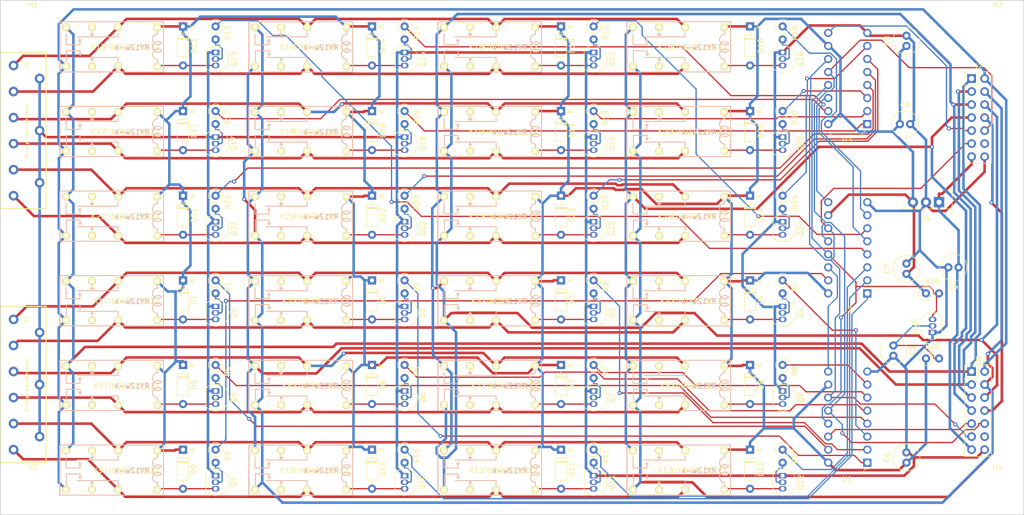
<source format=kicad_pcb>
(kicad_pcb (version 20171130) (host pcbnew 5.0.2-1.fc29)
  (layers (0 F.Cu signal) (31 B.Cu signal) (34 B.Paste user) (35 F.Paste user) (36 B.SilkS user) (37 F.SilkS user) (38 B.Mask user) (39 F.Mask user) (44 Edge.Cuts user))
  (net 0 "")
  (net 1 "Net-(C1-Pad9)")
  (net 2 GND)
  (net 3 "Net-(C1-Pad7)")
  (net 4 "Net-(C1-Pad6)")
  (net 5 "Net-(C1-Pad4)")
  (net 6 "Net-(C1-Pad3)")
  (net 7 "Net-(C1-Pad1)")
  (net 8 "Net-(C2-Pad1)")
  (net 9 "Net-(C2-Pad3)")
  (net 10 "Net-(C2-Pad4)")
  (net 11 "Net-(C2-Pad6)")
  (net 12 "Net-(C2-Pad7)")
  (net 13 "Net-(C2-Pad9)")
  (net 14 "Net-(D1-Pad2)")
  (net 15 VCC)
  (net 16 "Net-(D2-Pad2)")
  (net 17 "Net-(D3-Pad2)")
  (net 18 "Net-(D4-Pad2)")
  (net 19 "Net-(D5-Pad2)")
  (net 20 "Net-(D6-Pad2)")
  (net 21 "Net-(D7-Pad2)")
  (net 22 "Net-(D8-Pad2)")
  (net 23 "Net-(D9-Pad2)")
  (net 24 "Net-(D10-Pad2)")
  (net 25 "Net-(D11-Pad2)")
  (net 26 "Net-(D12-Pad2)")
  (net 27 "Net-(D13-Pad2)")
  (net 28 "Net-(D14-Pad2)")
  (net 29 "Net-(D15-Pad2)")
  (net 30 "Net-(D16-Pad2)")
  (net 31 "Net-(D17-Pad2)")
  (net 32 "Net-(D18-Pad2)")
  (net 33 "Net-(D19-Pad2)")
  (net 34 "Net-(D20-Pad2)")
  (net 35 "Net-(D21-Pad2)")
  (net 36 "Net-(D22-Pad2)")
  (net 37 "Net-(D23-Pad2)")
  (net 38 "Net-(D24-Pad2)")
  (net 39 bus_1_L)
  (net 40 bus_1_R)
  (net 41 bus_2_L)
  (net 42 bus_2_R)
  (net 43 bus_3_L)
  (net 44 bus_3_R)
  (net 45 bus_4_L)
  (net 46 bus_4_R)
  (net 47 Serial_IN)
  (net 48 RClock)
  (net 49 SerialClock)
  (net 50 Serial_OUT)
  (net 51 "Net-(Q1-Pad2)")
  (net 52 "Net-(Q2-Pad2)")
  (net 53 "Net-(Q3-Pad2)")
  (net 54 "Net-(Q4-Pad2)")
  (net 55 "Net-(Q5-Pad2)")
  (net 56 "Net-(Q6-Pad2)")
  (net 57 "Net-(Q7-Pad2)")
  (net 58 "Net-(Q8-Pad2)")
  (net 59 "Net-(Q9-Pad2)")
  (net 60 "Net-(Q10-Pad2)")
  (net 61 "Net-(Q11-Pad2)")
  (net 62 "Net-(Q12-Pad2)")
  (net 63 "Net-(Q13-Pad2)")
  (net 64 "Net-(Q14-Pad2)")
  (net 65 "Net-(Q15-Pad2)")
  (net 66 "Net-(Q16-Pad2)")
  (net 67 "Net-(Q17-Pad2)")
  (net 68 "Net-(Q18-Pad2)")
  (net 69 "Net-(Q19-Pad2)")
  (net 70 "Net-(Q20-Pad2)")
  (net 71 "Net-(Q21-Pad2)")
  (net 72 "Net-(Q22-Pad2)")
  (net 73 "Net-(Q23-Pad2)")
  (net 74 "Net-(Q24-Pad2)")
  (net 75 IN_1_B_1)
  (net 76 IN_1_B_2)
  (net 77 IN_1_B_3)
  (net 78 IN_1_B_4)
  (net 79 IN_2_B_1)
  (net 80 IN_2_B_2)
  (net 81 IN_2_B_3)
  (net 82 IN_2_B_4)
  (net 83 IN_3_B_1)
  (net 84 IN_3_B_2)
  (net 85 IN_3_B_3)
  (net 86 IN_3_B_4)
  (net 87 IN_4_B_1)
  (net 88 IN_4_B_2)
  (net 89 IN_4_B_3)
  (net 90 IN_4_B_4)
  (net 91 IN_5_B_1)
  (net 92 IN_5_B_2)
  (net 93 IN_5_B_3)
  (net 94 IN_5_B_4)
  (net 95 IN_6_B_1)
  (net 96 IN_6_B_2)
  (net 97 IN_6_B_3)
  (net 98 IN_6_B_4)
  (net 99 "Net-(U1-Pad9)")
  (net 100 "Net-(U2-Pad9)")
  (net 101 "Net-(C3-Pad1)")
  (net 102 PowerIn)
  (net 103 OutPutEnable)
  (module conn_02x07:6-way-rca-connector-on-edge (layer F.Cu) (at 26.67 50.8 270)
    (fp_text reference C2 (at 0 -2.54 270) (layer F.SilkS) (effects (font (size 0.6096 0.6096) (thickness 0.127))))
    (fp_text value 6-way-rca-connector (at 12.7 -2.54 270) (layer F.SilkS) (effects (font (size 0.6096 0.6096) (thickness 0.127))))
    (pad 9 thru_hole circle (at 25.4 0 270) (size 1.8796 1.8796) (drill 1.016) (layers *.Cu *.Mask) (net 13 "Net-(C2-Pad9)"))
    (pad 8 thru_hole circle (at 22.86 -5.08 270) (size 1.8796 1.8796) (drill 1.016) (layers *.Cu *.Mask) (net 2 GND))
    (pad 7 thru_hole circle (at 20.32 0 270) (size 1.8796 1.8796) (drill 1.016) (layers *.Cu *.Mask) (net 12 "Net-(C2-Pad7)"))
    (pad 6 thru_hole circle (at 15.24 0 270) (size 1.8796 1.8796) (drill 1.016) (layers *.Cu *.Mask) (net 11 "Net-(C2-Pad6)"))
    (pad 5 thru_hole circle (at 12.7 -5.08 270) (size 1.8796 1.8796) (drill 1.016) (layers *.Cu *.Mask) (net 2 GND))
    (pad 4 thru_hole circle (at 10.16 0 270) (size 1.8796 1.8796) (drill 1.016) (layers *.Cu *.Mask) (net 10 "Net-(C2-Pad4)"))
    (pad 3 thru_hole circle (at 5.08 0 270) (size 1.8796 1.8796) (drill 1.016) (layers *.Cu *.Mask) (net 9 "Net-(C2-Pad3)"))
    (pad 2 thru_hole circle (at 2.54 -5.08 270) (size 1.8796 1.8796) (drill 1.016) (layers *.Cu *.Mask) (net 2 GND))
    (pad 1 thru_hole circle (at 0 0 270) (size 1.8796 1.8796) (drill 1.016) (layers *.Cu *.Mask) (net 8 "Net-(C2-Pad1)"))
  )
  (module conn_02x07:6-way-rca-connector-on-edge (layer F.Cu) (at 26.67 100.33 270)
    (fp_text reference C1 (at 0 -2.54 270) (layer F.SilkS) (effects (font (size 0.6096 0.6096) (thickness 0.127))))
    (fp_text value 6-way-rca-connector (at 12.7 -2.54 270) (layer F.SilkS) (effects (font (size 0.6096 0.6096) (thickness 0.127))))
    (pad 9 thru_hole circle (at 25.4 0 270) (size 1.8796 1.8796) (drill 1.016) (layers *.Cu *.Mask) (net 1 "Net-(C1-Pad9)"))
    (pad 8 thru_hole circle (at 22.86 -5.08 270) (size 1.8796 1.8796) (drill 1.016) (layers *.Cu *.Mask) (net 2 GND))
    (pad 7 thru_hole circle (at 20.32 0 270) (size 1.8796 1.8796) (drill 1.016) (layers *.Cu *.Mask) (net 3 "Net-(C1-Pad7)"))
    (pad 6 thru_hole circle (at 15.24 0 270) (size 1.8796 1.8796) (drill 1.016) (layers *.Cu *.Mask) (net 4 "Net-(C1-Pad6)"))
    (pad 5 thru_hole circle (at 12.7 -5.08 270) (size 1.8796 1.8796) (drill 1.016) (layers *.Cu *.Mask) (net 2 GND))
    (pad 4 thru_hole circle (at 10.16 0 270) (size 1.8796 1.8796) (drill 1.016) (layers *.Cu *.Mask) (net 5 "Net-(C1-Pad4)"))
    (pad 3 thru_hole circle (at 5.08 0 270) (size 1.8796 1.8796) (drill 1.016) (layers *.Cu *.Mask) (net 6 "Net-(C1-Pad3)"))
    (pad 2 thru_hole circle (at 2.54 -5.08 270) (size 1.8796 1.8796) (drill 1.016) (layers *.Cu *.Mask) (net 2 GND))
    (pad 1 thru_hole circle (at 0 0 270) (size 1.8796 1.8796) (drill 1.016) (layers *.Cu *.Mask) (net 7 "Net-(C1-Pad1)"))
  )
  (module Connector_PinHeader_2.54mm:PinHeader_2x07_P2.54mm_Vertical (layer F.Cu) (at 213.36 110.49)
    (fp_text reference J1 (at 1.27 -2.33) (layer F.SilkS))
    (fp_text value Input_Ribbon_Connector)
    (pad 1 thru_hole rect (at 0 0) (size 1.7 1.7) (drill 1) (layers *.Cu *.Mask) (net 39 bus_1_L))
    (pad 2 thru_hole oval (at 2.54 0) (size 1.7 1.7) (drill 1) (layers *.Cu *.Mask) (net 40 bus_1_R))
    (pad 3 thru_hole oval (at 0 2.54) (size 1.7 1.7) (drill 1) (layers *.Cu *.Mask) (net 41 bus_2_L))
    (pad 4 thru_hole oval (at 2.54 2.54) (size 1.7 1.7) (drill 1) (layers *.Cu *.Mask) (net 42 bus_2_R))
    (pad 5 thru_hole oval (at 0 5.08) (size 1.7 1.7) (drill 1) (layers *.Cu *.Mask) (net 43 bus_3_L))
    (pad 6 thru_hole oval (at 2.54 5.08) (size 1.7 1.7) (drill 1) (layers *.Cu *.Mask) (net 44 bus_3_R))
    (pad 7 thru_hole oval (at 0 7.62) (size 1.7 1.7) (drill 1) (layers *.Cu *.Mask) (net 45 bus_4_L))
    (pad 8 thru_hole oval (at 2.54 7.62) (size 1.7 1.7) (drill 1) (layers *.Cu *.Mask) (net 46 bus_4_R))
    (pad 9 thru_hole oval (at 0 10.16) (size 1.7 1.7) (drill 1) (layers *.Cu *.Mask) (net 47 Serial_IN))
    (pad 10 thru_hole oval (at 2.54 10.16) (size 1.7 1.7) (drill 1) (layers *.Cu *.Mask) (net 48 RClock))
    (pad 11 thru_hole oval (at 0 12.7) (size 1.7 1.7) (drill 1) (layers *.Cu *.Mask) (net 49 SerialClock))
    (pad 12 thru_hole oval (at 2.54 12.7) (size 1.7 1.7) (drill 1) (layers *.Cu *.Mask))
    (pad 13 thru_hole oval (at 0 15.24) (size 1.7 1.7) (drill 1) (layers *.Cu *.Mask) (net 102 PowerIn))
    (pad 14 thru_hole oval (at 2.54 15.24) (size 1.7 1.7) (drill 1) (layers *.Cu *.Mask) (net 2 GND))
  )
  (module Connector_PinHeader_2.54mm:PinHeader_2x07_P2.54mm_Vertical (layer F.Cu) (at 213.36 53.34)
    (fp_text reference J2 (at 1.27 -2.33) (layer F.SilkS))
    (fp_text value Output_Ribbon_Connector)
    (pad 14 thru_hole oval (at 2.54 15.24) (size 1.7 1.7) (drill 1) (layers *.Cu *.Mask) (net 2 GND))
    (pad 13 thru_hole oval (at 0 15.24) (size 1.7 1.7) (drill 1) (layers *.Cu *.Mask) (net 102 PowerIn))
    (pad 12 thru_hole oval (at 2.54 12.7) (size 1.7 1.7) (drill 1) (layers *.Cu *.Mask))
    (pad 11 thru_hole oval (at 0 12.7) (size 1.7 1.7) (drill 1) (layers *.Cu *.Mask) (net 49 SerialClock))
    (pad 10 thru_hole oval (at 2.54 10.16) (size 1.7 1.7) (drill 1) (layers *.Cu *.Mask) (net 48 RClock))
    (pad 9 thru_hole oval (at 0 10.16) (size 1.7 1.7) (drill 1) (layers *.Cu *.Mask) (net 50 Serial_OUT))
    (pad 8 thru_hole oval (at 2.54 7.62) (size 1.7 1.7) (drill 1) (layers *.Cu *.Mask) (net 46 bus_4_R))
    (pad 7 thru_hole oval (at 0 7.62) (size 1.7 1.7) (drill 1) (layers *.Cu *.Mask) (net 45 bus_4_L))
    (pad 6 thru_hole oval (at 2.54 5.08) (size 1.7 1.7) (drill 1) (layers *.Cu *.Mask) (net 44 bus_3_R))
    (pad 5 thru_hole oval (at 0 5.08) (size 1.7 1.7) (drill 1) (layers *.Cu *.Mask) (net 43 bus_3_L))
    (pad 4 thru_hole oval (at 2.54 2.54) (size 1.7 1.7) (drill 1) (layers *.Cu *.Mask) (net 42 bus_2_R))
    (pad 3 thru_hole oval (at 0 2.54) (size 1.7 1.7) (drill 1) (layers *.Cu *.Mask) (net 41 bus_2_L))
    (pad 2 thru_hole oval (at 2.54 0) (size 1.7 1.7) (drill 1) (layers *.Cu *.Mask) (net 40 bus_1_R))
    (pad 1 thru_hole rect (at 0 0) (size 1.7 1.7) (drill 1) (layers *.Cu *.Mask) (net 39 bus_1_L))
  )
  (module HK19F:RY12w-k_bigger_holes (layer F.Cu) (at 55.88 101.6 180)
    (fp_text reference K1 (at 12.7 4.85 180) (layer F.SilkS))
    (fp_text value FINDER-30.22 (at 6.125 4.8 180) (layer F.SilkS))
    (fp_text user RY12w-k (at 6.1468 4.8006 180) (layer B.SilkS) (effects (justify mirror)))
    (pad 24 thru_hole circle (at 18.98 8.72 180) (size 1.5 1.5) (drill 0.8) (layers *.Cu *.Mask F.SilkS) (net 39 bus_1_L))
    (pad 14 thru_hole circle (at 18.98 1.1 180) (size 1.5 1.5) (drill 0.8) (layers *.Cu *.Mask F.SilkS) (net 40 bus_1_R))
    (pad 22 thru_hole circle (at 13.9 8.72 180) (size 1.5 1.5) (drill 0.8) (layers *.Cu *.Mask F.SilkS))
    (pad 12 thru_hole circle (at 13.9 1.1 180) (size 1.5 1.5) (drill 0.8) (layers *.Cu *.Mask F.SilkS))
    (pad 11 thru_hole circle (at 8.82 1.1 180) (size 1.5 1.5) (drill 0.8) (layers *.Cu *.Mask F.SilkS) (net 6 "Net-(C1-Pad3)"))
    (pad 21 thru_hole circle (at 8.82 8.72 180) (size 1.5 1.5) (drill 0.8) (layers *.Cu *.Mask F.SilkS) (net 7 "Net-(C1-Pad1)"))
    (pad A2 thru_hole circle (at 1.2 8.72 180) (size 1.5 1.5) (drill 0.8) (layers *.Cu *.Mask F.SilkS) (net 15 VCC))
    (pad A1 thru_hole circle (at 1.2 1.1 180) (size 1.5 1.5) (drill 0.8) (layers *.Cu *.Mask F.SilkS) (net 14 "Net-(D1-Pad2)"))
  )
  (module HK19F:RY12w-k_bigger_holes (layer F.Cu) (at 92.71 101.6 180)
    (fp_text reference K2 (at 12.7 4.85 180) (layer F.SilkS))
    (fp_text value FINDER-30.22 (at 6.125 4.8 180) (layer F.SilkS))
    (fp_text user RY12w-k (at 6.1468 4.8006 180) (layer B.SilkS) (effects (justify mirror)))
    (pad 24 thru_hole circle (at 18.98 8.72 180) (size 1.5 1.5) (drill 0.8) (layers *.Cu *.Mask F.SilkS) (net 41 bus_2_L))
    (pad 14 thru_hole circle (at 18.98 1.1 180) (size 1.5 1.5) (drill 0.8) (layers *.Cu *.Mask F.SilkS) (net 42 bus_2_R))
    (pad 22 thru_hole circle (at 13.9 8.72 180) (size 1.5 1.5) (drill 0.8) (layers *.Cu *.Mask F.SilkS))
    (pad 12 thru_hole circle (at 13.9 1.1 180) (size 1.5 1.5) (drill 0.8) (layers *.Cu *.Mask F.SilkS))
    (pad 11 thru_hole circle (at 8.82 1.1 180) (size 1.5 1.5) (drill 0.8) (layers *.Cu *.Mask F.SilkS) (net 6 "Net-(C1-Pad3)"))
    (pad 21 thru_hole circle (at 8.82 8.72 180) (size 1.5 1.5) (drill 0.8) (layers *.Cu *.Mask F.SilkS) (net 7 "Net-(C1-Pad1)"))
    (pad A2 thru_hole circle (at 1.2 8.72 180) (size 1.5 1.5) (drill 0.8) (layers *.Cu *.Mask F.SilkS) (net 15 VCC))
    (pad A1 thru_hole circle (at 1.2 1.1 180) (size 1.5 1.5) (drill 0.8) (layers *.Cu *.Mask F.SilkS) (net 16 "Net-(D2-Pad2)"))
  )
  (module HK19F:RY12w-k_bigger_holes (layer F.Cu) (at 129.54 101.6 180)
    (fp_text reference K3 (at 12.7 4.85 180) (layer F.SilkS))
    (fp_text value FINDER-30.22 (at 6.125 4.8 180) (layer F.SilkS))
    (fp_text user RY12w-k (at 6.1468 4.8006 180) (layer B.SilkS) (effects (justify mirror)))
    (pad 24 thru_hole circle (at 18.98 8.72 180) (size 1.5 1.5) (drill 0.8) (layers *.Cu *.Mask F.SilkS) (net 43 bus_3_L))
    (pad 14 thru_hole circle (at 18.98 1.1 180) (size 1.5 1.5) (drill 0.8) (layers *.Cu *.Mask F.SilkS) (net 44 bus_3_R))
    (pad 22 thru_hole circle (at 13.9 8.72 180) (size 1.5 1.5) (drill 0.8) (layers *.Cu *.Mask F.SilkS))
    (pad 12 thru_hole circle (at 13.9 1.1 180) (size 1.5 1.5) (drill 0.8) (layers *.Cu *.Mask F.SilkS))
    (pad 11 thru_hole circle (at 8.82 1.1 180) (size 1.5 1.5) (drill 0.8) (layers *.Cu *.Mask F.SilkS) (net 6 "Net-(C1-Pad3)"))
    (pad 21 thru_hole circle (at 8.82 8.72 180) (size 1.5 1.5) (drill 0.8) (layers *.Cu *.Mask F.SilkS) (net 7 "Net-(C1-Pad1)"))
    (pad A2 thru_hole circle (at 1.2 8.72 180) (size 1.5 1.5) (drill 0.8) (layers *.Cu *.Mask F.SilkS) (net 15 VCC))
    (pad A1 thru_hole circle (at 1.2 1.1 180) (size 1.5 1.5) (drill 0.8) (layers *.Cu *.Mask F.SilkS) (net 17 "Net-(D3-Pad2)"))
  )
  (module HK19F:RY12w-k_bigger_holes (layer F.Cu) (at 166.37 101.6 180)
    (fp_text reference K4 (at 12.7 4.85 180) (layer F.SilkS))
    (fp_text value FINDER-30.22 (at 6.125 4.8 180) (layer F.SilkS))
    (fp_text user RY12w-k (at 6.1468 4.8006 180) (layer B.SilkS) (effects (justify mirror)))
    (pad A1 thru_hole circle (at 1.2 1.1 180) (size 1.5 1.5) (drill 0.8) (layers *.Cu *.Mask F.SilkS) (net 18 "Net-(D4-Pad2)"))
    (pad A2 thru_hole circle (at 1.2 8.72 180) (size 1.5 1.5) (drill 0.8) (layers *.Cu *.Mask F.SilkS) (net 15 VCC))
    (pad 21 thru_hole circle (at 8.82 8.72 180) (size 1.5 1.5) (drill 0.8) (layers *.Cu *.Mask F.SilkS) (net 7 "Net-(C1-Pad1)"))
    (pad 11 thru_hole circle (at 8.82 1.1 180) (size 1.5 1.5) (drill 0.8) (layers *.Cu *.Mask F.SilkS) (net 6 "Net-(C1-Pad3)"))
    (pad 12 thru_hole circle (at 13.9 1.1 180) (size 1.5 1.5) (drill 0.8) (layers *.Cu *.Mask F.SilkS))
    (pad 22 thru_hole circle (at 13.9 8.72 180) (size 1.5 1.5) (drill 0.8) (layers *.Cu *.Mask F.SilkS))
    (pad 14 thru_hole circle (at 18.98 1.1 180) (size 1.5 1.5) (drill 0.8) (layers *.Cu *.Mask F.SilkS) (net 46 bus_4_R))
    (pad 24 thru_hole circle (at 18.98 8.72 180) (size 1.5 1.5) (drill 0.8) (layers *.Cu *.Mask F.SilkS) (net 45 bus_4_L))
  )
  (module HK19F:RY12w-k_bigger_holes (layer F.Cu) (at 55.88 118.11 180)
    (fp_text reference K5 (at 12.7 4.85 180) (layer F.SilkS))
    (fp_text value FINDER-30.22 (at 6.125 4.8 180) (layer F.SilkS))
    (fp_text user RY12w-k (at 6.1468 4.8006 180) (layer B.SilkS) (effects (justify mirror)))
    (pad A1 thru_hole circle (at 1.2 1.1 180) (size 1.5 1.5) (drill 0.8) (layers *.Cu *.Mask F.SilkS) (net 19 "Net-(D5-Pad2)"))
    (pad A2 thru_hole circle (at 1.2 8.72 180) (size 1.5 1.5) (drill 0.8) (layers *.Cu *.Mask F.SilkS) (net 15 VCC))
    (pad 21 thru_hole circle (at 8.82 8.72 180) (size 1.5 1.5) (drill 0.8) (layers *.Cu *.Mask F.SilkS) (net 5 "Net-(C1-Pad4)"))
    (pad 11 thru_hole circle (at 8.82 1.1 180) (size 1.5 1.5) (drill 0.8) (layers *.Cu *.Mask F.SilkS) (net 4 "Net-(C1-Pad6)"))
    (pad 12 thru_hole circle (at 13.9 1.1 180) (size 1.5 1.5) (drill 0.8) (layers *.Cu *.Mask F.SilkS))
    (pad 22 thru_hole circle (at 13.9 8.72 180) (size 1.5 1.5) (drill 0.8) (layers *.Cu *.Mask F.SilkS))
    (pad 14 thru_hole circle (at 18.98 1.1 180) (size 1.5 1.5) (drill 0.8) (layers *.Cu *.Mask F.SilkS) (net 40 bus_1_R))
    (pad 24 thru_hole circle (at 18.98 8.72 180) (size 1.5 1.5) (drill 0.8) (layers *.Cu *.Mask F.SilkS) (net 39 bus_1_L))
  )
  (module HK19F:RY12w-k_bigger_holes (layer F.Cu) (at 92.71 118.11 180)
    (fp_text reference K6 (at 12.7 4.85 180) (layer F.SilkS))
    (fp_text value FINDER-30.22 (at 6.125 4.8 180) (layer F.SilkS))
    (fp_text user RY12w-k (at 6.1468 4.8006 180) (layer B.SilkS) (effects (justify mirror)))
    (pad A1 thru_hole circle (at 1.2 1.1 180) (size 1.5 1.5) (drill 0.8) (layers *.Cu *.Mask F.SilkS) (net 20 "Net-(D6-Pad2)"))
    (pad A2 thru_hole circle (at 1.2 8.72 180) (size 1.5 1.5) (drill 0.8) (layers *.Cu *.Mask F.SilkS) (net 15 VCC))
    (pad 21 thru_hole circle (at 8.82 8.72 180) (size 1.5 1.5) (drill 0.8) (layers *.Cu *.Mask F.SilkS) (net 5 "Net-(C1-Pad4)"))
    (pad 11 thru_hole circle (at 8.82 1.1 180) (size 1.5 1.5) (drill 0.8) (layers *.Cu *.Mask F.SilkS) (net 4 "Net-(C1-Pad6)"))
    (pad 12 thru_hole circle (at 13.9 1.1 180) (size 1.5 1.5) (drill 0.8) (layers *.Cu *.Mask F.SilkS))
    (pad 22 thru_hole circle (at 13.9 8.72 180) (size 1.5 1.5) (drill 0.8) (layers *.Cu *.Mask F.SilkS))
    (pad 14 thru_hole circle (at 18.98 1.1 180) (size 1.5 1.5) (drill 0.8) (layers *.Cu *.Mask F.SilkS) (net 42 bus_2_R))
    (pad 24 thru_hole circle (at 18.98 8.72 180) (size 1.5 1.5) (drill 0.8) (layers *.Cu *.Mask F.SilkS) (net 41 bus_2_L))
  )
  (module HK19F:RY12w-k_bigger_holes (layer F.Cu) (at 129.54 118.11 180)
    (fp_text reference K7 (at 12.7 4.85 180) (layer F.SilkS))
    (fp_text value FINDER-30.22 (at 6.125 4.8 180) (layer F.SilkS))
    (fp_text user RY12w-k (at 6.1468 4.8006 180) (layer B.SilkS) (effects (justify mirror)))
    (pad 24 thru_hole circle (at 18.98 8.72 180) (size 1.5 1.5) (drill 0.8) (layers *.Cu *.Mask F.SilkS) (net 43 bus_3_L))
    (pad 14 thru_hole circle (at 18.98 1.1 180) (size 1.5 1.5) (drill 0.8) (layers *.Cu *.Mask F.SilkS) (net 44 bus_3_R))
    (pad 22 thru_hole circle (at 13.9 8.72 180) (size 1.5 1.5) (drill 0.8) (layers *.Cu *.Mask F.SilkS))
    (pad 12 thru_hole circle (at 13.9 1.1 180) (size 1.5 1.5) (drill 0.8) (layers *.Cu *.Mask F.SilkS))
    (pad 11 thru_hole circle (at 8.82 1.1 180) (size 1.5 1.5) (drill 0.8) (layers *.Cu *.Mask F.SilkS) (net 4 "Net-(C1-Pad6)"))
    (pad 21 thru_hole circle (at 8.82 8.72 180) (size 1.5 1.5) (drill 0.8) (layers *.Cu *.Mask F.SilkS) (net 5 "Net-(C1-Pad4)"))
    (pad A2 thru_hole circle (at 1.2 8.72 180) (size 1.5 1.5) (drill 0.8) (layers *.Cu *.Mask F.SilkS) (net 15 VCC))
    (pad A1 thru_hole circle (at 1.2 1.1 180) (size 1.5 1.5) (drill 0.8) (layers *.Cu *.Mask F.SilkS) (net 21 "Net-(D7-Pad2)"))
  )
  (module HK19F:RY12w-k_bigger_holes (layer F.Cu) (at 166.37 118.11 180)
    (fp_text reference K8 (at 12.7 4.85 180) (layer F.SilkS))
    (fp_text value FINDER-30.22 (at 6.125 4.8 180) (layer F.SilkS))
    (fp_text user RY12w-k (at 6.1468 4.8006 180) (layer B.SilkS) (effects (justify mirror)))
    (pad A1 thru_hole circle (at 1.2 1.1 180) (size 1.5 1.5) (drill 0.8) (layers *.Cu *.Mask F.SilkS) (net 22 "Net-(D8-Pad2)"))
    (pad A2 thru_hole circle (at 1.2 8.72 180) (size 1.5 1.5) (drill 0.8) (layers *.Cu *.Mask F.SilkS) (net 15 VCC))
    (pad 21 thru_hole circle (at 8.82 8.72 180) (size 1.5 1.5) (drill 0.8) (layers *.Cu *.Mask F.SilkS) (net 5 "Net-(C1-Pad4)"))
    (pad 11 thru_hole circle (at 8.82 1.1 180) (size 1.5 1.5) (drill 0.8) (layers *.Cu *.Mask F.SilkS) (net 4 "Net-(C1-Pad6)"))
    (pad 12 thru_hole circle (at 13.9 1.1 180) (size 1.5 1.5) (drill 0.8) (layers *.Cu *.Mask F.SilkS))
    (pad 22 thru_hole circle (at 13.9 8.72 180) (size 1.5 1.5) (drill 0.8) (layers *.Cu *.Mask F.SilkS))
    (pad 14 thru_hole circle (at 18.98 1.1 180) (size 1.5 1.5) (drill 0.8) (layers *.Cu *.Mask F.SilkS) (net 46 bus_4_R))
    (pad 24 thru_hole circle (at 18.98 8.72 180) (size 1.5 1.5) (drill 0.8) (layers *.Cu *.Mask F.SilkS) (net 45 bus_4_L))
  )
  (module HK19F:RY12w-k_bigger_holes (layer F.Cu) (at 55.88 134.62 180)
    (fp_text reference K9 (at 12.7 4.85 180) (layer F.SilkS))
    (fp_text value FINDER-30.22 (at 6.125 4.8 180) (layer F.SilkS))
    (fp_text user RY12w-k (at 6.1468 4.8006 180) (layer B.SilkS) (effects (justify mirror)))
    (pad 24 thru_hole circle (at 18.98 8.72 180) (size 1.5 1.5) (drill 0.8) (layers *.Cu *.Mask F.SilkS) (net 39 bus_1_L))
    (pad 14 thru_hole circle (at 18.98 1.1 180) (size 1.5 1.5) (drill 0.8) (layers *.Cu *.Mask F.SilkS) (net 40 bus_1_R))
    (pad 22 thru_hole circle (at 13.9 8.72 180) (size 1.5 1.5) (drill 0.8) (layers *.Cu *.Mask F.SilkS))
    (pad 12 thru_hole circle (at 13.9 1.1 180) (size 1.5 1.5) (drill 0.8) (layers *.Cu *.Mask F.SilkS))
    (pad 11 thru_hole circle (at 8.82 1.1 180) (size 1.5 1.5) (drill 0.8) (layers *.Cu *.Mask F.SilkS) (net 1 "Net-(C1-Pad9)"))
    (pad 21 thru_hole circle (at 8.82 8.72 180) (size 1.5 1.5) (drill 0.8) (layers *.Cu *.Mask F.SilkS) (net 3 "Net-(C1-Pad7)"))
    (pad A2 thru_hole circle (at 1.2 8.72 180) (size 1.5 1.5) (drill 0.8) (layers *.Cu *.Mask F.SilkS) (net 15 VCC))
    (pad A1 thru_hole circle (at 1.2 1.1 180) (size 1.5 1.5) (drill 0.8) (layers *.Cu *.Mask F.SilkS) (net 23 "Net-(D9-Pad2)"))
  )
  (module HK19F:RY12w-k_bigger_holes (layer F.Cu) (at 92.71 134.62 180)
    (fp_text reference K10 (at 12.7 4.85 180) (layer F.SilkS))
    (fp_text value FINDER-30.22 (at 6.125 4.8 180) (layer F.SilkS))
    (fp_text user RY12w-k (at 6.1468 4.8006 180) (layer B.SilkS) (effects (justify mirror)))
    (pad A1 thru_hole circle (at 1.2 1.1 180) (size 1.5 1.5) (drill 0.8) (layers *.Cu *.Mask F.SilkS) (net 24 "Net-(D10-Pad2)"))
    (pad A2 thru_hole circle (at 1.2 8.72 180) (size 1.5 1.5) (drill 0.8) (layers *.Cu *.Mask F.SilkS) (net 15 VCC))
    (pad 21 thru_hole circle (at 8.82 8.72 180) (size 1.5 1.5) (drill 0.8) (layers *.Cu *.Mask F.SilkS) (net 3 "Net-(C1-Pad7)"))
    (pad 11 thru_hole circle (at 8.82 1.1 180) (size 1.5 1.5) (drill 0.8) (layers *.Cu *.Mask F.SilkS) (net 1 "Net-(C1-Pad9)"))
    (pad 12 thru_hole circle (at 13.9 1.1 180) (size 1.5 1.5) (drill 0.8) (layers *.Cu *.Mask F.SilkS))
    (pad 22 thru_hole circle (at 13.9 8.72 180) (size 1.5 1.5) (drill 0.8) (layers *.Cu *.Mask F.SilkS))
    (pad 14 thru_hole circle (at 18.98 1.1 180) (size 1.5 1.5) (drill 0.8) (layers *.Cu *.Mask F.SilkS) (net 42 bus_2_R))
    (pad 24 thru_hole circle (at 18.98 8.72 180) (size 1.5 1.5) (drill 0.8) (layers *.Cu *.Mask F.SilkS) (net 41 bus_2_L))
  )
  (module HK19F:RY12w-k_bigger_holes (layer F.Cu) (at 129.54 134.62 180)
    (fp_text reference K11 (at 12.7 4.85 180) (layer F.SilkS))
    (fp_text value FINDER-30.22 (at 6.125 4.8 180) (layer F.SilkS))
    (fp_text user RY12w-k (at 6.1468 4.8006 180) (layer B.SilkS) (effects (justify mirror)))
    (pad A1 thru_hole circle (at 1.2 1.1 180) (size 1.5 1.5) (drill 0.8) (layers *.Cu *.Mask F.SilkS) (net 25 "Net-(D11-Pad2)"))
    (pad A2 thru_hole circle (at 1.2 8.72 180) (size 1.5 1.5) (drill 0.8) (layers *.Cu *.Mask F.SilkS) (net 15 VCC))
    (pad 21 thru_hole circle (at 8.82 8.72 180) (size 1.5 1.5) (drill 0.8) (layers *.Cu *.Mask F.SilkS) (net 3 "Net-(C1-Pad7)"))
    (pad 11 thru_hole circle (at 8.82 1.1 180) (size 1.5 1.5) (drill 0.8) (layers *.Cu *.Mask F.SilkS) (net 1 "Net-(C1-Pad9)"))
    (pad 12 thru_hole circle (at 13.9 1.1 180) (size 1.5 1.5) (drill 0.8) (layers *.Cu *.Mask F.SilkS))
    (pad 22 thru_hole circle (at 13.9 8.72 180) (size 1.5 1.5) (drill 0.8) (layers *.Cu *.Mask F.SilkS))
    (pad 14 thru_hole circle (at 18.98 1.1 180) (size 1.5 1.5) (drill 0.8) (layers *.Cu *.Mask F.SilkS) (net 44 bus_3_R))
    (pad 24 thru_hole circle (at 18.98 8.72 180) (size 1.5 1.5) (drill 0.8) (layers *.Cu *.Mask F.SilkS) (net 43 bus_3_L))
  )
  (module HK19F:RY12w-k_bigger_holes (layer F.Cu) (at 166.37 134.62 180)
    (fp_text reference K12 (at 12.7 4.85 180) (layer F.SilkS))
    (fp_text value FINDER-30.22 (at 6.125 4.8 180) (layer F.SilkS))
    (fp_text user RY12w-k (at 6.1468 4.8006 180) (layer B.SilkS) (effects (justify mirror)))
    (pad 24 thru_hole circle (at 18.98 8.72 180) (size 1.5 1.5) (drill 0.8) (layers *.Cu *.Mask F.SilkS) (net 45 bus_4_L))
    (pad 14 thru_hole circle (at 18.98 1.1 180) (size 1.5 1.5) (drill 0.8) (layers *.Cu *.Mask F.SilkS) (net 46 bus_4_R))
    (pad 22 thru_hole circle (at 13.9 8.72 180) (size 1.5 1.5) (drill 0.8) (layers *.Cu *.Mask F.SilkS))
    (pad 12 thru_hole circle (at 13.9 1.1 180) (size 1.5 1.5) (drill 0.8) (layers *.Cu *.Mask F.SilkS))
    (pad 11 thru_hole circle (at 8.82 1.1 180) (size 1.5 1.5) (drill 0.8) (layers *.Cu *.Mask F.SilkS) (net 1 "Net-(C1-Pad9)"))
    (pad 21 thru_hole circle (at 8.82 8.72 180) (size 1.5 1.5) (drill 0.8) (layers *.Cu *.Mask F.SilkS) (net 3 "Net-(C1-Pad7)"))
    (pad A2 thru_hole circle (at 1.2 8.72 180) (size 1.5 1.5) (drill 0.8) (layers *.Cu *.Mask F.SilkS) (net 15 VCC))
    (pad A1 thru_hole circle (at 1.2 1.1 180) (size 1.5 1.5) (drill 0.8) (layers *.Cu *.Mask F.SilkS) (net 26 "Net-(D12-Pad2)"))
  )
  (module HK19F:RY12w-k_bigger_holes (layer F.Cu) (at 55.88 52.07 180)
    (fp_text reference K13 (at 12.7 4.85 180) (layer F.SilkS))
    (fp_text value FINDER-30.22 (at 6.125 4.8 180) (layer F.SilkS))
    (fp_text user RY12w-k (at 6.1468 4.8006 180) (layer B.SilkS) (effects (justify mirror)))
    (pad 24 thru_hole circle (at 18.98 8.72 180) (size 1.5 1.5) (drill 0.8) (layers *.Cu *.Mask F.SilkS) (net 39 bus_1_L))
    (pad 14 thru_hole circle (at 18.98 1.1 180) (size 1.5 1.5) (drill 0.8) (layers *.Cu *.Mask F.SilkS) (net 40 bus_1_R))
    (pad 22 thru_hole circle (at 13.9 8.72 180) (size 1.5 1.5) (drill 0.8) (layers *.Cu *.Mask F.SilkS))
    (pad 12 thru_hole circle (at 13.9 1.1 180) (size 1.5 1.5) (drill 0.8) (layers *.Cu *.Mask F.SilkS))
    (pad 11 thru_hole circle (at 8.82 1.1 180) (size 1.5 1.5) (drill 0.8) (layers *.Cu *.Mask F.SilkS) (net 9 "Net-(C2-Pad3)"))
    (pad 21 thru_hole circle (at 8.82 8.72 180) (size 1.5 1.5) (drill 0.8) (layers *.Cu *.Mask F.SilkS) (net 8 "Net-(C2-Pad1)"))
    (pad A2 thru_hole circle (at 1.2 8.72 180) (size 1.5 1.5) (drill 0.8) (layers *.Cu *.Mask F.SilkS) (net 15 VCC))
    (pad A1 thru_hole circle (at 1.2 1.1 180) (size 1.5 1.5) (drill 0.8) (layers *.Cu *.Mask F.SilkS) (net 27 "Net-(D13-Pad2)"))
  )
  (module HK19F:RY12w-k_bigger_holes (layer F.Cu) (at 92.71 52.07 180)
    (fp_text reference K14 (at 12.7 4.85 180) (layer F.SilkS))
    (fp_text value FINDER-30.22 (at 6.125 4.8 180) (layer F.SilkS))
    (fp_text user RY12w-k (at 6.1468 4.8006 180) (layer B.SilkS) (effects (justify mirror)))
    (pad A1 thru_hole circle (at 1.2 1.1 180) (size 1.5 1.5) (drill 0.8) (layers *.Cu *.Mask F.SilkS) (net 28 "Net-(D14-Pad2)"))
    (pad A2 thru_hole circle (at 1.2 8.72 180) (size 1.5 1.5) (drill 0.8) (layers *.Cu *.Mask F.SilkS) (net 15 VCC))
    (pad 21 thru_hole circle (at 8.82 8.72 180) (size 1.5 1.5) (drill 0.8) (layers *.Cu *.Mask F.SilkS) (net 8 "Net-(C2-Pad1)"))
    (pad 11 thru_hole circle (at 8.82 1.1 180) (size 1.5 1.5) (drill 0.8) (layers *.Cu *.Mask F.SilkS) (net 9 "Net-(C2-Pad3)"))
    (pad 12 thru_hole circle (at 13.9 1.1 180) (size 1.5 1.5) (drill 0.8) (layers *.Cu *.Mask F.SilkS))
    (pad 22 thru_hole circle (at 13.9 8.72 180) (size 1.5 1.5) (drill 0.8) (layers *.Cu *.Mask F.SilkS))
    (pad 14 thru_hole circle (at 18.98 1.1 180) (size 1.5 1.5) (drill 0.8) (layers *.Cu *.Mask F.SilkS) (net 42 bus_2_R))
    (pad 24 thru_hole circle (at 18.98 8.72 180) (size 1.5 1.5) (drill 0.8) (layers *.Cu *.Mask F.SilkS) (net 41 bus_2_L))
  )
  (module HK19F:RY12w-k_bigger_holes (layer F.Cu) (at 129.54 52.07 180)
    (fp_text reference K15 (at 12.7 4.85 180) (layer F.SilkS))
    (fp_text value FINDER-30.22 (at 6.125 4.8 180) (layer F.SilkS))
    (fp_text user RY12w-k (at 6.1468 4.8006 180) (layer B.SilkS) (effects (justify mirror)))
    (pad A1 thru_hole circle (at 1.2 1.1 180) (size 1.5 1.5) (drill 0.8) (layers *.Cu *.Mask F.SilkS) (net 29 "Net-(D15-Pad2)"))
    (pad A2 thru_hole circle (at 1.2 8.72 180) (size 1.5 1.5) (drill 0.8) (layers *.Cu *.Mask F.SilkS) (net 15 VCC))
    (pad 21 thru_hole circle (at 8.82 8.72 180) (size 1.5 1.5) (drill 0.8) (layers *.Cu *.Mask F.SilkS) (net 8 "Net-(C2-Pad1)"))
    (pad 11 thru_hole circle (at 8.82 1.1 180) (size 1.5 1.5) (drill 0.8) (layers *.Cu *.Mask F.SilkS) (net 9 "Net-(C2-Pad3)"))
    (pad 12 thru_hole circle (at 13.9 1.1 180) (size 1.5 1.5) (drill 0.8) (layers *.Cu *.Mask F.SilkS))
    (pad 22 thru_hole circle (at 13.9 8.72 180) (size 1.5 1.5) (drill 0.8) (layers *.Cu *.Mask F.SilkS))
    (pad 14 thru_hole circle (at 18.98 1.1 180) (size 1.5 1.5) (drill 0.8) (layers *.Cu *.Mask F.SilkS) (net 44 bus_3_R))
    (pad 24 thru_hole circle (at 18.98 8.72 180) (size 1.5 1.5) (drill 0.8) (layers *.Cu *.Mask F.SilkS) (net 43 bus_3_L))
  )
  (module HK19F:RY12w-k_bigger_holes (layer F.Cu) (at 166.37 52.07 180)
    (fp_text reference K16 (at 12.7 4.85 180) (layer F.SilkS))
    (fp_text value FINDER-30.22 (at 6.125 4.8 180) (layer F.SilkS))
    (fp_text user RY12w-k (at 6.1468 4.8006 180) (layer B.SilkS) (effects (justify mirror)))
    (pad 24 thru_hole circle (at 18.98 8.72 180) (size 1.5 1.5) (drill 0.8) (layers *.Cu *.Mask F.SilkS) (net 45 bus_4_L))
    (pad 14 thru_hole circle (at 18.98 1.1 180) (size 1.5 1.5) (drill 0.8) (layers *.Cu *.Mask F.SilkS) (net 46 bus_4_R))
    (pad 22 thru_hole circle (at 13.9 8.72 180) (size 1.5 1.5) (drill 0.8) (layers *.Cu *.Mask F.SilkS))
    (pad 12 thru_hole circle (at 13.9 1.1 180) (size 1.5 1.5) (drill 0.8) (layers *.Cu *.Mask F.SilkS))
    (pad 11 thru_hole circle (at 8.82 1.1 180) (size 1.5 1.5) (drill 0.8) (layers *.Cu *.Mask F.SilkS) (net 9 "Net-(C2-Pad3)"))
    (pad 21 thru_hole circle (at 8.82 8.72 180) (size 1.5 1.5) (drill 0.8) (layers *.Cu *.Mask F.SilkS) (net 8 "Net-(C2-Pad1)"))
    (pad A2 thru_hole circle (at 1.2 8.72 180) (size 1.5 1.5) (drill 0.8) (layers *.Cu *.Mask F.SilkS) (net 15 VCC))
    (pad A1 thru_hole circle (at 1.2 1.1 180) (size 1.5 1.5) (drill 0.8) (layers *.Cu *.Mask F.SilkS) (net 30 "Net-(D16-Pad2)"))
  )
  (module HK19F:RY12w-k_bigger_holes (layer F.Cu) (at 55.88 68.58 180)
    (fp_text reference K17 (at 12.7 4.85 180) (layer F.SilkS))
    (fp_text value FINDER-30.22 (at 6.125 4.8 180) (layer F.SilkS))
    (fp_text user RY12w-k (at 6.1468 4.8006 180) (layer B.SilkS) (effects (justify mirror)))
    (pad A1 thru_hole circle (at 1.2 1.1 180) (size 1.5 1.5) (drill 0.8) (layers *.Cu *.Mask F.SilkS) (net 31 "Net-(D17-Pad2)"))
    (pad A2 thru_hole circle (at 1.2 8.72 180) (size 1.5 1.5) (drill 0.8) (layers *.Cu *.Mask F.SilkS) (net 15 VCC))
    (pad 21 thru_hole circle (at 8.82 8.72 180) (size 1.5 1.5) (drill 0.8) (layers *.Cu *.Mask F.SilkS) (net 10 "Net-(C2-Pad4)"))
    (pad 11 thru_hole circle (at 8.82 1.1 180) (size 1.5 1.5) (drill 0.8) (layers *.Cu *.Mask F.SilkS) (net 11 "Net-(C2-Pad6)"))
    (pad 12 thru_hole circle (at 13.9 1.1 180) (size 1.5 1.5) (drill 0.8) (layers *.Cu *.Mask F.SilkS))
    (pad 22 thru_hole circle (at 13.9 8.72 180) (size 1.5 1.5) (drill 0.8) (layers *.Cu *.Mask F.SilkS))
    (pad 14 thru_hole circle (at 18.98 1.1 180) (size 1.5 1.5) (drill 0.8) (layers *.Cu *.Mask F.SilkS) (net 40 bus_1_R))
    (pad 24 thru_hole circle (at 18.98 8.72 180) (size 1.5 1.5) (drill 0.8) (layers *.Cu *.Mask F.SilkS) (net 39 bus_1_L))
  )
  (module HK19F:RY12w-k_bigger_holes (layer F.Cu) (at 92.71 68.58 180)
    (fp_text reference K18 (at 12.7 4.85 180) (layer F.SilkS))
    (fp_text value FINDER-30.22 (at 6.125 4.8 180) (layer F.SilkS))
    (fp_text user RY12w-k (at 6.1468 4.8006 180) (layer B.SilkS) (effects (justify mirror)))
    (pad 24 thru_hole circle (at 18.98 8.72 180) (size 1.5 1.5) (drill 0.8) (layers *.Cu *.Mask F.SilkS) (net 41 bus_2_L))
    (pad 14 thru_hole circle (at 18.98 1.1 180) (size 1.5 1.5) (drill 0.8) (layers *.Cu *.Mask F.SilkS) (net 42 bus_2_R))
    (pad 22 thru_hole circle (at 13.9 8.72 180) (size 1.5 1.5) (drill 0.8) (layers *.Cu *.Mask F.SilkS))
    (pad 12 thru_hole circle (at 13.9 1.1 180) (size 1.5 1.5) (drill 0.8) (layers *.Cu *.Mask F.SilkS))
    (pad 11 thru_hole circle (at 8.82 1.1 180) (size 1.5 1.5) (drill 0.8) (layers *.Cu *.Mask F.SilkS) (net 11 "Net-(C2-Pad6)"))
    (pad 21 thru_hole circle (at 8.82 8.72 180) (size 1.5 1.5) (drill 0.8) (layers *.Cu *.Mask F.SilkS) (net 10 "Net-(C2-Pad4)"))
    (pad A2 thru_hole circle (at 1.2 8.72 180) (size 1.5 1.5) (drill 0.8) (layers *.Cu *.Mask F.SilkS) (net 15 VCC))
    (pad A1 thru_hole circle (at 1.2 1.1 180) (size 1.5 1.5) (drill 0.8) (layers *.Cu *.Mask F.SilkS) (net 32 "Net-(D18-Pad2)"))
  )
  (module HK19F:RY12w-k_bigger_holes (layer F.Cu) (at 129.54 68.58 180)
    (fp_text reference K19 (at 12.7 4.85 180) (layer F.SilkS))
    (fp_text value FINDER-30.22 (at 6.125 4.8 180) (layer F.SilkS))
    (fp_text user RY12w-k (at 6.1468 4.8006 180) (layer B.SilkS) (effects (justify mirror)))
    (pad A1 thru_hole circle (at 1.2 1.1 180) (size 1.5 1.5) (drill 0.8) (layers *.Cu *.Mask F.SilkS) (net 33 "Net-(D19-Pad2)"))
    (pad A2 thru_hole circle (at 1.2 8.72 180) (size 1.5 1.5) (drill 0.8) (layers *.Cu *.Mask F.SilkS) (net 15 VCC))
    (pad 21 thru_hole circle (at 8.82 8.72 180) (size 1.5 1.5) (drill 0.8) (layers *.Cu *.Mask F.SilkS) (net 10 "Net-(C2-Pad4)"))
    (pad 11 thru_hole circle (at 8.82 1.1 180) (size 1.5 1.5) (drill 0.8) (layers *.Cu *.Mask F.SilkS) (net 11 "Net-(C2-Pad6)"))
    (pad 12 thru_hole circle (at 13.9 1.1 180) (size 1.5 1.5) (drill 0.8) (layers *.Cu *.Mask F.SilkS))
    (pad 22 thru_hole circle (at 13.9 8.72 180) (size 1.5 1.5) (drill 0.8) (layers *.Cu *.Mask F.SilkS))
    (pad 14 thru_hole circle (at 18.98 1.1 180) (size 1.5 1.5) (drill 0.8) (layers *.Cu *.Mask F.SilkS) (net 44 bus_3_R))
    (pad 24 thru_hole circle (at 18.98 8.72 180) (size 1.5 1.5) (drill 0.8) (layers *.Cu *.Mask F.SilkS) (net 43 bus_3_L))
  )
  (module HK19F:RY12w-k_bigger_holes (layer F.Cu) (at 166.37 68.58 180)
    (fp_text reference K20 (at 12.7 4.85 180) (layer F.SilkS))
    (fp_text value FINDER-30.22 (at 6.125 4.8 180) (layer F.SilkS))
    (fp_text user RY12w-k (at 6.1468 4.8006 180) (layer B.SilkS) (effects (justify mirror)))
    (pad 24 thru_hole circle (at 18.98 8.72 180) (size 1.5 1.5) (drill 0.8) (layers *.Cu *.Mask F.SilkS) (net 45 bus_4_L))
    (pad 14 thru_hole circle (at 18.98 1.1 180) (size 1.5 1.5) (drill 0.8) (layers *.Cu *.Mask F.SilkS) (net 46 bus_4_R))
    (pad 22 thru_hole circle (at 13.9 8.72 180) (size 1.5 1.5) (drill 0.8) (layers *.Cu *.Mask F.SilkS))
    (pad 12 thru_hole circle (at 13.9 1.1 180) (size 1.5 1.5) (drill 0.8) (layers *.Cu *.Mask F.SilkS))
    (pad 11 thru_hole circle (at 8.82 1.1 180) (size 1.5 1.5) (drill 0.8) (layers *.Cu *.Mask F.SilkS) (net 11 "Net-(C2-Pad6)"))
    (pad 21 thru_hole circle (at 8.82 8.72 180) (size 1.5 1.5) (drill 0.8) (layers *.Cu *.Mask F.SilkS) (net 10 "Net-(C2-Pad4)"))
    (pad A2 thru_hole circle (at 1.2 8.72 180) (size 1.5 1.5) (drill 0.8) (layers *.Cu *.Mask F.SilkS) (net 15 VCC))
    (pad A1 thru_hole circle (at 1.2 1.1 180) (size 1.5 1.5) (drill 0.8) (layers *.Cu *.Mask F.SilkS) (net 34 "Net-(D20-Pad2)"))
  )
  (module HK19F:RY12w-k_bigger_holes (layer F.Cu) (at 55.88 85.09 180)
    (fp_text reference K21 (at 12.7 4.85 180) (layer F.SilkS))
    (fp_text value FINDER-30.22 (at 6.125 4.8 180) (layer F.SilkS))
    (fp_text user RY12w-k (at 6.1468 4.8006 180) (layer B.SilkS) (effects (justify mirror)))
    (pad A1 thru_hole circle (at 1.2 1.1 180) (size 1.5 1.5) (drill 0.8) (layers *.Cu *.Mask F.SilkS) (net 35 "Net-(D21-Pad2)"))
    (pad A2 thru_hole circle (at 1.2 8.72 180) (size 1.5 1.5) (drill 0.8) (layers *.Cu *.Mask F.SilkS) (net 15 VCC))
    (pad 21 thru_hole circle (at 8.82 8.72 180) (size 1.5 1.5) (drill 0.8) (layers *.Cu *.Mask F.SilkS) (net 12 "Net-(C2-Pad7)"))
    (pad 11 thru_hole circle (at 8.82 1.1 180) (size 1.5 1.5) (drill 0.8) (layers *.Cu *.Mask F.SilkS) (net 13 "Net-(C2-Pad9)"))
    (pad 12 thru_hole circle (at 13.9 1.1 180) (size 1.5 1.5) (drill 0.8) (layers *.Cu *.Mask F.SilkS))
    (pad 22 thru_hole circle (at 13.9 8.72 180) (size 1.5 1.5) (drill 0.8) (layers *.Cu *.Mask F.SilkS))
    (pad 14 thru_hole circle (at 18.98 1.1 180) (size 1.5 1.5) (drill 0.8) (layers *.Cu *.Mask F.SilkS) (net 40 bus_1_R))
    (pad 24 thru_hole circle (at 18.98 8.72 180) (size 1.5 1.5) (drill 0.8) (layers *.Cu *.Mask F.SilkS) (net 39 bus_1_L))
  )
  (module HK19F:RY12w-k_bigger_holes (layer F.Cu) (at 92.71 85.09 180)
    (fp_text reference K22 (at 12.7 4.85 180) (layer F.SilkS))
    (fp_text value FINDER-30.22 (at 6.125 4.8 180) (layer F.SilkS))
    (fp_text user RY12w-k (at 6.1468 4.8006 180) (layer B.SilkS) (effects (justify mirror)))
    (pad A1 thru_hole circle (at 1.2 1.1 180) (size 1.5 1.5) (drill 0.8) (layers *.Cu *.Mask F.SilkS) (net 36 "Net-(D22-Pad2)"))
    (pad A2 thru_hole circle (at 1.2 8.72 180) (size 1.5 1.5) (drill 0.8) (layers *.Cu *.Mask F.SilkS) (net 15 VCC))
    (pad 21 thru_hole circle (at 8.82 8.72 180) (size 1.5 1.5) (drill 0.8) (layers *.Cu *.Mask F.SilkS) (net 12 "Net-(C2-Pad7)"))
    (pad 11 thru_hole circle (at 8.82 1.1 180) (size 1.5 1.5) (drill 0.8) (layers *.Cu *.Mask F.SilkS) (net 13 "Net-(C2-Pad9)"))
    (pad 12 thru_hole circle (at 13.9 1.1 180) (size 1.5 1.5) (drill 0.8) (layers *.Cu *.Mask F.SilkS))
    (pad 22 thru_hole circle (at 13.9 8.72 180) (size 1.5 1.5) (drill 0.8) (layers *.Cu *.Mask F.SilkS))
    (pad 14 thru_hole circle (at 18.98 1.1 180) (size 1.5 1.5) (drill 0.8) (layers *.Cu *.Mask F.SilkS) (net 42 bus_2_R))
    (pad 24 thru_hole circle (at 18.98 8.72 180) (size 1.5 1.5) (drill 0.8) (layers *.Cu *.Mask F.SilkS) (net 41 bus_2_L))
  )
  (module HK19F:RY12w-k_bigger_holes (layer F.Cu) (at 129.54 85.09 180)
    (fp_text reference K23 (at 12.7 4.85 180) (layer F.SilkS))
    (fp_text value FINDER-30.22 (at 6.125 4.8 180) (layer F.SilkS))
    (fp_text user RY12w-k (at 6.1468 4.8006 180) (layer B.SilkS) (effects (justify mirror)))
    (pad 24 thru_hole circle (at 18.98 8.72 180) (size 1.5 1.5) (drill 0.8) (layers *.Cu *.Mask F.SilkS) (net 43 bus_3_L))
    (pad 14 thru_hole circle (at 18.98 1.1 180) (size 1.5 1.5) (drill 0.8) (layers *.Cu *.Mask F.SilkS) (net 44 bus_3_R))
    (pad 22 thru_hole circle (at 13.9 8.72 180) (size 1.5 1.5) (drill 0.8) (layers *.Cu *.Mask F.SilkS))
    (pad 12 thru_hole circle (at 13.9 1.1 180) (size 1.5 1.5) (drill 0.8) (layers *.Cu *.Mask F.SilkS))
    (pad 11 thru_hole circle (at 8.82 1.1 180) (size 1.5 1.5) (drill 0.8) (layers *.Cu *.Mask F.SilkS) (net 13 "Net-(C2-Pad9)"))
    (pad 21 thru_hole circle (at 8.82 8.72 180) (size 1.5 1.5) (drill 0.8) (layers *.Cu *.Mask F.SilkS) (net 12 "Net-(C2-Pad7)"))
    (pad A2 thru_hole circle (at 1.2 8.72 180) (size 1.5 1.5) (drill 0.8) (layers *.Cu *.Mask F.SilkS) (net 15 VCC))
    (pad A1 thru_hole circle (at 1.2 1.1 180) (size 1.5 1.5) (drill 0.8) (layers *.Cu *.Mask F.SilkS) (net 37 "Net-(D23-Pad2)"))
  )
  (module HK19F:RY12w-k_bigger_holes (layer F.Cu) (at 166.37 85.09 180)
    (fp_text reference K24 (at 12.7 4.85 180) (layer F.SilkS))
    (fp_text value FINDER-30.22 (at 6.125 4.8 180) (layer F.SilkS))
    (fp_text user RY12w-k (at 6.1468 4.8006 180) (layer B.SilkS) (effects (justify mirror)))
    (pad 24 thru_hole circle (at 18.98 8.72 180) (size 1.5 1.5) (drill 0.8) (layers *.Cu *.Mask F.SilkS) (net 45 bus_4_L))
    (pad 14 thru_hole circle (at 18.98 1.1 180) (size 1.5 1.5) (drill 0.8) (layers *.Cu *.Mask F.SilkS) (net 46 bus_4_R))
    (pad 22 thru_hole circle (at 13.9 8.72 180) (size 1.5 1.5) (drill 0.8) (layers *.Cu *.Mask F.SilkS))
    (pad 12 thru_hole circle (at 13.9 1.1 180) (size 1.5 1.5) (drill 0.8) (layers *.Cu *.Mask F.SilkS))
    (pad 11 thru_hole circle (at 8.82 1.1 180) (size 1.5 1.5) (drill 0.8) (layers *.Cu *.Mask F.SilkS) (net 13 "Net-(C2-Pad9)"))
    (pad 21 thru_hole circle (at 8.82 8.72 180) (size 1.5 1.5) (drill 0.8) (layers *.Cu *.Mask F.SilkS) (net 12 "Net-(C2-Pad7)"))
    (pad A2 thru_hole circle (at 1.2 8.72 180) (size 1.5 1.5) (drill 0.8) (layers *.Cu *.Mask F.SilkS) (net 15 VCC))
    (pad A1 thru_hole circle (at 1.2 1.1 180) (size 1.5 1.5) (drill 0.8) (layers *.Cu *.Mask F.SilkS) (net 38 "Net-(D24-Pad2)"))
  )
  (module Package_TO_SOT_THT:TO-92_Inline (layer F.Cu) (at 66.04 97.79 270)
    (fp_text reference Q1 (at 1.27 -3.56 270) (layer F.SilkS))
    (fp_text value PN2222A)
    (pad 2 thru_hole oval (at 1.27 0 270) (size 1.05 1.5) (drill 0.75) (layers *.Cu *.Mask) (net 51 "Net-(Q1-Pad2)"))
    (pad 3 thru_hole oval (at 2.54 0 270) (size 1.05 1.5) (drill 0.75) (layers *.Cu *.Mask) (net 14 "Net-(D1-Pad2)"))
    (pad 1 thru_hole rect (at 0 0 270) (size 1.05 1.5) (drill 0.75) (layers *.Cu *.Mask) (net 2 GND))
  )
  (module Package_TO_SOT_THT:TO-92_Inline (layer F.Cu) (at 102.87 97.79 270)
    (fp_text reference Q2 (at 1.27 -3.56 270) (layer F.SilkS))
    (fp_text value PN2222A)
    (pad 2 thru_hole oval (at 1.27 0 270) (size 1.05 1.5) (drill 0.75) (layers *.Cu *.Mask) (net 52 "Net-(Q2-Pad2)"))
    (pad 3 thru_hole oval (at 2.54 0 270) (size 1.05 1.5) (drill 0.75) (layers *.Cu *.Mask) (net 16 "Net-(D2-Pad2)"))
    (pad 1 thru_hole rect (at 0 0 270) (size 1.05 1.5) (drill 0.75) (layers *.Cu *.Mask) (net 2 GND))
  )
  (module Package_TO_SOT_THT:TO-92_Inline (layer F.Cu) (at 139.7 97.79 270)
    (fp_text reference Q3 (at 1.27 -3.56 270) (layer F.SilkS))
    (fp_text value PN2222A)
    (pad 1 thru_hole rect (at 0 0 270) (size 1.05 1.5) (drill 0.75) (layers *.Cu *.Mask) (net 2 GND))
    (pad 3 thru_hole oval (at 2.54 0 270) (size 1.05 1.5) (drill 0.75) (layers *.Cu *.Mask) (net 17 "Net-(D3-Pad2)"))
    (pad 2 thru_hole oval (at 1.27 0 270) (size 1.05 1.5) (drill 0.75) (layers *.Cu *.Mask) (net 53 "Net-(Q3-Pad2)"))
  )
  (module Package_TO_SOT_THT:TO-92_Inline (layer F.Cu) (at 176.53 97.79 270)
    (fp_text reference Q4 (at 1.27 -3.56 270) (layer F.SilkS))
    (fp_text value PN2222A)
    (pad 1 thru_hole rect (at 0 0 270) (size 1.05 1.5) (drill 0.75) (layers *.Cu *.Mask) (net 2 GND))
    (pad 3 thru_hole oval (at 2.54 0 270) (size 1.05 1.5) (drill 0.75) (layers *.Cu *.Mask) (net 18 "Net-(D4-Pad2)"))
    (pad 2 thru_hole oval (at 1.27 0 270) (size 1.05 1.5) (drill 0.75) (layers *.Cu *.Mask) (net 54 "Net-(Q4-Pad2)"))
  )
  (module Package_TO_SOT_THT:TO-92_Inline (layer F.Cu) (at 66.04 114.3 270)
    (fp_text reference Q5 (at 1.27 -3.56 270) (layer F.SilkS))
    (fp_text value PN2222A)
    (pad 2 thru_hole oval (at 1.27 0 270) (size 1.05 1.5) (drill 0.75) (layers *.Cu *.Mask) (net 55 "Net-(Q5-Pad2)"))
    (pad 3 thru_hole oval (at 2.54 0 270) (size 1.05 1.5) (drill 0.75) (layers *.Cu *.Mask) (net 19 "Net-(D5-Pad2)"))
    (pad 1 thru_hole rect (at 0 0 270) (size 1.05 1.5) (drill 0.75) (layers *.Cu *.Mask) (net 2 GND))
  )
  (module Package_TO_SOT_THT:TO-92_Inline (layer F.Cu) (at 102.87 114.3 270)
    (fp_text reference Q6 (at 1.27 -3.56 270) (layer F.SilkS))
    (fp_text value PN2222A)
    (pad 1 thru_hole rect (at 0 0 270) (size 1.05 1.5) (drill 0.75) (layers *.Cu *.Mask) (net 2 GND))
    (pad 3 thru_hole oval (at 2.54 0 270) (size 1.05 1.5) (drill 0.75) (layers *.Cu *.Mask) (net 20 "Net-(D6-Pad2)"))
    (pad 2 thru_hole oval (at 1.27 0 270) (size 1.05 1.5) (drill 0.75) (layers *.Cu *.Mask) (net 56 "Net-(Q6-Pad2)"))
  )
  (module Package_TO_SOT_THT:TO-92_Inline (layer F.Cu) (at 139.7 114.3 270)
    (fp_text reference Q7 (at 1.27 -3.56 270) (layer F.SilkS))
    (fp_text value PN2222A)
    (pad 2 thru_hole oval (at 1.27 0 270) (size 1.05 1.5) (drill 0.75) (layers *.Cu *.Mask) (net 57 "Net-(Q7-Pad2)"))
    (pad 3 thru_hole oval (at 2.54 0 270) (size 1.05 1.5) (drill 0.75) (layers *.Cu *.Mask) (net 21 "Net-(D7-Pad2)"))
    (pad 1 thru_hole rect (at 0 0 270) (size 1.05 1.5) (drill 0.75) (layers *.Cu *.Mask) (net 2 GND))
  )
  (module Package_TO_SOT_THT:TO-92_Inline (layer F.Cu) (at 176.53 114.3 270)
    (fp_text reference Q8 (at 1.27 -3.56 270) (layer F.SilkS))
    (fp_text value PN2222A)
    (pad 1 thru_hole rect (at 0 0 270) (size 1.05 1.5) (drill 0.75) (layers *.Cu *.Mask) (net 2 GND))
    (pad 3 thru_hole oval (at 2.54 0 270) (size 1.05 1.5) (drill 0.75) (layers *.Cu *.Mask) (net 22 "Net-(D8-Pad2)"))
    (pad 2 thru_hole oval (at 1.27 0 270) (size 1.05 1.5) (drill 0.75) (layers *.Cu *.Mask) (net 58 "Net-(Q8-Pad2)"))
  )
  (module Package_TO_SOT_THT:TO-92_Inline (layer F.Cu) (at 66.04 130.81 270)
    (fp_text reference Q9 (at 1.27 -3.56 270) (layer F.SilkS))
    (fp_text value PN2222A)
    (pad 1 thru_hole rect (at 0 0 270) (size 1.05 1.5) (drill 0.75) (layers *.Cu *.Mask) (net 2 GND))
    (pad 3 thru_hole oval (at 2.54 0 270) (size 1.05 1.5) (drill 0.75) (layers *.Cu *.Mask) (net 23 "Net-(D9-Pad2)"))
    (pad 2 thru_hole oval (at 1.27 0 270) (size 1.05 1.5) (drill 0.75) (layers *.Cu *.Mask) (net 59 "Net-(Q9-Pad2)"))
  )
  (module Package_TO_SOT_THT:TO-92_Inline (layer F.Cu) (at 102.87 130.81 270)
    (fp_text reference Q10 (at 1.27 -3.56 270) (layer F.SilkS))
    (fp_text value PN2222A)
    (pad 1 thru_hole rect (at 0 0 270) (size 1.05 1.5) (drill 0.75) (layers *.Cu *.Mask) (net 2 GND))
    (pad 3 thru_hole oval (at 2.54 0 270) (size 1.05 1.5) (drill 0.75) (layers *.Cu *.Mask) (net 24 "Net-(D10-Pad2)"))
    (pad 2 thru_hole oval (at 1.27 0 270) (size 1.05 1.5) (drill 0.75) (layers *.Cu *.Mask) (net 60 "Net-(Q10-Pad2)"))
  )
  (module Package_TO_SOT_THT:TO-92_Inline (layer F.Cu) (at 139.7 130.81 270)
    (fp_text reference Q11 (at 1.27 -3.56 270) (layer F.SilkS))
    (fp_text value PN2222A)
    (pad 1 thru_hole rect (at 0 0 270) (size 1.05 1.5) (drill 0.75) (layers *.Cu *.Mask) (net 2 GND))
    (pad 3 thru_hole oval (at 2.54 0 270) (size 1.05 1.5) (drill 0.75) (layers *.Cu *.Mask) (net 25 "Net-(D11-Pad2)"))
    (pad 2 thru_hole oval (at 1.27 0 270) (size 1.05 1.5) (drill 0.75) (layers *.Cu *.Mask) (net 61 "Net-(Q11-Pad2)"))
  )
  (module Package_TO_SOT_THT:TO-92_Inline (layer F.Cu) (at 176.53 130.81 270)
    (fp_text reference Q12 (at 1.27 -3.56 270) (layer F.SilkS))
    (fp_text value PN2222A)
    (pad 2 thru_hole oval (at 1.27 0 270) (size 1.05 1.5) (drill 0.75) (layers *.Cu *.Mask) (net 62 "Net-(Q12-Pad2)"))
    (pad 3 thru_hole oval (at 2.54 0 270) (size 1.05 1.5) (drill 0.75) (layers *.Cu *.Mask) (net 26 "Net-(D12-Pad2)"))
    (pad 1 thru_hole rect (at 0 0 270) (size 1.05 1.5) (drill 0.75) (layers *.Cu *.Mask) (net 2 GND))
  )
  (module Package_TO_SOT_THT:TO-92_Inline (layer F.Cu) (at 66.04 48.26 270)
    (fp_text reference Q13 (at 1.27 -3.56 270) (layer F.SilkS))
    (fp_text value PN2222A)
    (pad 2 thru_hole oval (at 1.27 0 270) (size 1.05 1.5) (drill 0.75) (layers *.Cu *.Mask) (net 63 "Net-(Q13-Pad2)"))
    (pad 3 thru_hole oval (at 2.54 0 270) (size 1.05 1.5) (drill 0.75) (layers *.Cu *.Mask) (net 27 "Net-(D13-Pad2)"))
    (pad 1 thru_hole rect (at 0 0 270) (size 1.05 1.5) (drill 0.75) (layers *.Cu *.Mask) (net 2 GND))
  )
  (module Package_TO_SOT_THT:TO-92_Inline (layer F.Cu) (at 102.87 48.26 270)
    (fp_text reference Q14 (at 1.27 -3.56 270) (layer F.SilkS))
    (fp_text value PN2222A)
    (pad 1 thru_hole rect (at 0 0 270) (size 1.05 1.5) (drill 0.75) (layers *.Cu *.Mask) (net 2 GND))
    (pad 3 thru_hole oval (at 2.54 0 270) (size 1.05 1.5) (drill 0.75) (layers *.Cu *.Mask) (net 28 "Net-(D14-Pad2)"))
    (pad 2 thru_hole oval (at 1.27 0 270) (size 1.05 1.5) (drill 0.75) (layers *.Cu *.Mask) (net 64 "Net-(Q14-Pad2)"))
  )
  (module Package_TO_SOT_THT:TO-92_Inline (layer F.Cu) (at 139.7 48.26 270)
    (fp_text reference Q15 (at 1.27 -3.56 270) (layer F.SilkS))
    (fp_text value PN2222A)
    (pad 2 thru_hole oval (at 1.27 0 270) (size 1.05 1.5) (drill 0.75) (layers *.Cu *.Mask) (net 65 "Net-(Q15-Pad2)"))
    (pad 3 thru_hole oval (at 2.54 0 270) (size 1.05 1.5) (drill 0.75) (layers *.Cu *.Mask) (net 29 "Net-(D15-Pad2)"))
    (pad 1 thru_hole rect (at 0 0 270) (size 1.05 1.5) (drill 0.75) (layers *.Cu *.Mask) (net 2 GND))
  )
  (module Package_TO_SOT_THT:TO-92_Inline (layer F.Cu) (at 176.53 48.26 270)
    (fp_text reference Q16 (at 1.27 -3.56 270) (layer F.SilkS))
    (fp_text value PN2222A)
    (pad 2 thru_hole oval (at 1.27 0 270) (size 1.05 1.5) (drill 0.75) (layers *.Cu *.Mask) (net 66 "Net-(Q16-Pad2)"))
    (pad 3 thru_hole oval (at 2.54 0 270) (size 1.05 1.5) (drill 0.75) (layers *.Cu *.Mask) (net 30 "Net-(D16-Pad2)"))
    (pad 1 thru_hole rect (at 0 0 270) (size 1.05 1.5) (drill 0.75) (layers *.Cu *.Mask) (net 2 GND))
  )
  (module Package_TO_SOT_THT:TO-92_Inline (layer F.Cu) (at 66.04 64.77 270)
    (fp_text reference Q17 (at 1.27 -3.56 270) (layer F.SilkS))
    (fp_text value PN2222A)
    (pad 1 thru_hole rect (at 0 0 270) (size 1.05 1.5) (drill 0.75) (layers *.Cu *.Mask) (net 2 GND))
    (pad 3 thru_hole oval (at 2.54 0 270) (size 1.05 1.5) (drill 0.75) (layers *.Cu *.Mask) (net 31 "Net-(D17-Pad2)"))
    (pad 2 thru_hole oval (at 1.27 0 270) (size 1.05 1.5) (drill 0.75) (layers *.Cu *.Mask) (net 67 "Net-(Q17-Pad2)"))
  )
  (module Package_TO_SOT_THT:TO-92_Inline (layer F.Cu) (at 102.87 64.77 270)
    (fp_text reference Q18 (at 1.27 -3.56 270) (layer F.SilkS))
    (fp_text value PN2222A)
    (pad 1 thru_hole rect (at 0 0 270) (size 1.05 1.5) (drill 0.75) (layers *.Cu *.Mask) (net 2 GND))
    (pad 3 thru_hole oval (at 2.54 0 270) (size 1.05 1.5) (drill 0.75) (layers *.Cu *.Mask) (net 32 "Net-(D18-Pad2)"))
    (pad 2 thru_hole oval (at 1.27 0 270) (size 1.05 1.5) (drill 0.75) (layers *.Cu *.Mask) (net 68 "Net-(Q18-Pad2)"))
  )
  (module Package_TO_SOT_THT:TO-92_Inline (layer F.Cu) (at 139.7 64.77 270)
    (fp_text reference Q19 (at 1.27 -3.56 270) (layer F.SilkS))
    (fp_text value PN2222A)
    (pad 1 thru_hole rect (at 0 0 270) (size 1.05 1.5) (drill 0.75) (layers *.Cu *.Mask) (net 2 GND))
    (pad 3 thru_hole oval (at 2.54 0 270) (size 1.05 1.5) (drill 0.75) (layers *.Cu *.Mask) (net 33 "Net-(D19-Pad2)"))
    (pad 2 thru_hole oval (at 1.27 0 270) (size 1.05 1.5) (drill 0.75) (layers *.Cu *.Mask) (net 69 "Net-(Q19-Pad2)"))
  )
  (module Package_TO_SOT_THT:TO-92_Inline (layer F.Cu) (at 176.53 64.77 270)
    (fp_text reference Q20 (at 1.27 -3.56 270) (layer F.SilkS))
    (fp_text value PN2222A)
    (pad 2 thru_hole oval (at 1.27 0 270) (size 1.05 1.5) (drill 0.75) (layers *.Cu *.Mask) (net 70 "Net-(Q20-Pad2)"))
    (pad 3 thru_hole oval (at 2.54 0 270) (size 1.05 1.5) (drill 0.75) (layers *.Cu *.Mask) (net 34 "Net-(D20-Pad2)"))
    (pad 1 thru_hole rect (at 0 0 270) (size 1.05 1.5) (drill 0.75) (layers *.Cu *.Mask) (net 2 GND))
  )
  (module Package_TO_SOT_THT:TO-92_Inline (layer F.Cu) (at 66.04 81.28 270)
    (fp_text reference Q21 (at 1.27 -3.56 270) (layer F.SilkS))
    (fp_text value PN2222A)
    (pad 2 thru_hole oval (at 1.27 0 270) (size 1.05 1.5) (drill 0.75) (layers *.Cu *.Mask) (net 71 "Net-(Q21-Pad2)"))
    (pad 3 thru_hole oval (at 2.54 0 270) (size 1.05 1.5) (drill 0.75) (layers *.Cu *.Mask) (net 35 "Net-(D21-Pad2)"))
    (pad 1 thru_hole rect (at 0 0 270) (size 1.05 1.5) (drill 0.75) (layers *.Cu *.Mask) (net 2 GND))
  )
  (module Package_TO_SOT_THT:TO-92_Inline (layer F.Cu) (at 102.87 81.28 270)
    (fp_text reference Q22 (at 1.27 -3.56 270) (layer F.SilkS))
    (fp_text value PN2222A)
    (pad 2 thru_hole oval (at 1.27 0 270) (size 1.05 1.5) (drill 0.75) (layers *.Cu *.Mask) (net 72 "Net-(Q22-Pad2)"))
    (pad 3 thru_hole oval (at 2.54 0 270) (size 1.05 1.5) (drill 0.75) (layers *.Cu *.Mask) (net 36 "Net-(D22-Pad2)"))
    (pad 1 thru_hole rect (at 0 0 270) (size 1.05 1.5) (drill 0.75) (layers *.Cu *.Mask) (net 2 GND))
  )
  (module Package_TO_SOT_THT:TO-92_Inline (layer F.Cu) (at 139.7 81.28 270)
    (fp_text reference Q23 (at 1.27 -3.56 270) (layer F.SilkS))
    (fp_text value PN2222A)
    (pad 1 thru_hole rect (at 0 0 270) (size 1.05 1.5) (drill 0.75) (layers *.Cu *.Mask) (net 2 GND))
    (pad 3 thru_hole oval (at 2.54 0 270) (size 1.05 1.5) (drill 0.75) (layers *.Cu *.Mask) (net 37 "Net-(D23-Pad2)"))
    (pad 2 thru_hole oval (at 1.27 0 270) (size 1.05 1.5) (drill 0.75) (layers *.Cu *.Mask) (net 73 "Net-(Q23-Pad2)"))
  )
  (module Package_TO_SOT_THT:TO-92_Inline (layer F.Cu) (at 176.53 81.28 270)
    (fp_text reference Q24 (at 1.27 -3.56 270) (layer F.SilkS))
    (fp_text value PN2222A)
    (pad 2 thru_hole oval (at 1.27 0 270) (size 1.05 1.5) (drill 0.75) (layers *.Cu *.Mask) (net 74 "Net-(Q24-Pad2)"))
    (pad 3 thru_hole oval (at 2.54 0 270) (size 1.05 1.5) (drill 0.75) (layers *.Cu *.Mask) (net 38 "Net-(D24-Pad2)"))
    (pad 1 thru_hole rect (at 0 0 270) (size 1.05 1.5) (drill 0.75) (layers *.Cu *.Mask) (net 2 GND))
  )
  (module Resistor_THT:R_Axial_DIN0207_L6.3mm_D2.5mm_P2.54mm_Vertical (layer F.Cu) (at 66.04 92.71 270)
    (fp_text reference R1 (at 1.27 -2.37 270) (layer F.SilkS))
    (fp_text value 1k)
    (pad 2 thru_hole oval (at 2.54 0 270) (size 1.6 1.6) (drill 0.8) (layers *.Cu *.Mask) (net 51 "Net-(Q1-Pad2)"))
    (pad 1 thru_hole circle (at 0 0 270) (size 1.6 1.6) (drill 0.8) (layers *.Cu *.Mask) (net 75 IN_1_B_1))
  )
  (module Resistor_THT:R_Axial_DIN0207_L6.3mm_D2.5mm_P2.54mm_Vertical (layer F.Cu) (at 102.87 92.71 270)
    (fp_text reference R2 (at 1.27 -2.37 270) (layer F.SilkS))
    (fp_text value 1k)
    (pad 1 thru_hole circle (at 0 0 270) (size 1.6 1.6) (drill 0.8) (layers *.Cu *.Mask) (net 76 IN_1_B_2))
    (pad 2 thru_hole oval (at 2.54 0 270) (size 1.6 1.6) (drill 0.8) (layers *.Cu *.Mask) (net 52 "Net-(Q2-Pad2)"))
  )
  (module Resistor_THT:R_Axial_DIN0207_L6.3mm_D2.5mm_P2.54mm_Vertical (layer F.Cu) (at 139.7 92.71 270)
    (fp_text reference R3 (at 1.27 -2.37 270) (layer F.SilkS))
    (fp_text value 1k)
    (pad 1 thru_hole circle (at 0 0 270) (size 1.6 1.6) (drill 0.8) (layers *.Cu *.Mask) (net 77 IN_1_B_3))
    (pad 2 thru_hole oval (at 2.54 0 270) (size 1.6 1.6) (drill 0.8) (layers *.Cu *.Mask) (net 53 "Net-(Q3-Pad2)"))
  )
  (module Resistor_THT:R_Axial_DIN0207_L6.3mm_D2.5mm_P2.54mm_Vertical (layer F.Cu) (at 176.53 92.71 270)
    (fp_text reference R4 (at 1.27 -2.37 270) (layer F.SilkS))
    (fp_text value 1k)
    (pad 1 thru_hole circle (at 0 0 270) (size 1.6 1.6) (drill 0.8) (layers *.Cu *.Mask) (net 78 IN_1_B_4))
    (pad 2 thru_hole oval (at 2.54 0 270) (size 1.6 1.6) (drill 0.8) (layers *.Cu *.Mask) (net 54 "Net-(Q4-Pad2)"))
  )
  (module Resistor_THT:R_Axial_DIN0207_L6.3mm_D2.5mm_P2.54mm_Vertical (layer F.Cu) (at 66.04 109.22 270)
    (fp_text reference R5 (at 1.27 -2.37 270) (layer F.SilkS))
    (fp_text value 1k)
    (pad 2 thru_hole oval (at 2.54 0 270) (size 1.6 1.6) (drill 0.8) (layers *.Cu *.Mask) (net 55 "Net-(Q5-Pad2)"))
    (pad 1 thru_hole circle (at 0 0 270) (size 1.6 1.6) (drill 0.8) (layers *.Cu *.Mask) (net 79 IN_2_B_1))
  )
  (module Resistor_THT:R_Axial_DIN0207_L6.3mm_D2.5mm_P2.54mm_Vertical (layer F.Cu) (at 102.87 109.22 270)
    (fp_text reference R6 (at 1.27 -2.37 270) (layer F.SilkS))
    (fp_text value 1k)
    (pad 2 thru_hole oval (at 2.54 0 270) (size 1.6 1.6) (drill 0.8) (layers *.Cu *.Mask) (net 56 "Net-(Q6-Pad2)"))
    (pad 1 thru_hole circle (at 0 0 270) (size 1.6 1.6) (drill 0.8) (layers *.Cu *.Mask) (net 80 IN_2_B_2))
  )
  (module Resistor_THT:R_Axial_DIN0207_L6.3mm_D2.5mm_P2.54mm_Vertical (layer F.Cu) (at 139.7 109.22 270)
    (fp_text reference R7 (at 1.27 -2.37 270) (layer F.SilkS))
    (fp_text value 1k)
    (pad 1 thru_hole circle (at 0 0 270) (size 1.6 1.6) (drill 0.8) (layers *.Cu *.Mask) (net 81 IN_2_B_3))
    (pad 2 thru_hole oval (at 2.54 0 270) (size 1.6 1.6) (drill 0.8) (layers *.Cu *.Mask) (net 57 "Net-(Q7-Pad2)"))
  )
  (module Resistor_THT:R_Axial_DIN0207_L6.3mm_D2.5mm_P2.54mm_Vertical (layer F.Cu) (at 176.53 109.22 270)
    (fp_text reference R8 (at 1.27 -2.37 270) (layer F.SilkS))
    (fp_text value 1k)
    (pad 2 thru_hole oval (at 2.54 0 270) (size 1.6 1.6) (drill 0.8) (layers *.Cu *.Mask) (net 58 "Net-(Q8-Pad2)"))
    (pad 1 thru_hole circle (at 0 0 270) (size 1.6 1.6) (drill 0.8) (layers *.Cu *.Mask) (net 82 IN_2_B_4))
  )
  (module Resistor_THT:R_Axial_DIN0207_L6.3mm_D2.5mm_P2.54mm_Vertical (layer F.Cu) (at 66.04 125.73 270)
    (fp_text reference R9 (at 1.27 -2.37 270) (layer F.SilkS))
    (fp_text value 1k)
    (pad 2 thru_hole oval (at 2.54 0 270) (size 1.6 1.6) (drill 0.8) (layers *.Cu *.Mask) (net 59 "Net-(Q9-Pad2)"))
    (pad 1 thru_hole circle (at 0 0 270) (size 1.6 1.6) (drill 0.8) (layers *.Cu *.Mask) (net 83 IN_3_B_1))
  )
  (module Resistor_THT:R_Axial_DIN0207_L6.3mm_D2.5mm_P2.54mm_Vertical (layer F.Cu) (at 102.87 125.73 270)
    (fp_text reference R10 (at 1.27 -2.37 270) (layer F.SilkS))
    (fp_text value 1k)
    (pad 2 thru_hole oval (at 2.54 0 270) (size 1.6 1.6) (drill 0.8) (layers *.Cu *.Mask) (net 60 "Net-(Q10-Pad2)"))
    (pad 1 thru_hole circle (at 0 0 270) (size 1.6 1.6) (drill 0.8) (layers *.Cu *.Mask) (net 84 IN_3_B_2))
  )
  (module Resistor_THT:R_Axial_DIN0207_L6.3mm_D2.5mm_P2.54mm_Vertical (layer F.Cu) (at 139.7 125.73 270)
    (fp_text reference R11 (at 1.27 -2.37 270) (layer F.SilkS))
    (fp_text value 1k)
    (pad 2 thru_hole oval (at 2.54 0 270) (size 1.6 1.6) (drill 0.8) (layers *.Cu *.Mask) (net 61 "Net-(Q11-Pad2)"))
    (pad 1 thru_hole circle (at 0 0 270) (size 1.6 1.6) (drill 0.8) (layers *.Cu *.Mask) (net 85 IN_3_B_3))
  )
  (module Resistor_THT:R_Axial_DIN0207_L6.3mm_D2.5mm_P2.54mm_Vertical (layer F.Cu) (at 176.53 125.73 270)
    (fp_text reference R12 (at 1.27 -2.37 270) (layer F.SilkS))
    (fp_text value 1k)
    (pad 2 thru_hole oval (at 2.54 0 270) (size 1.6 1.6) (drill 0.8) (layers *.Cu *.Mask) (net 62 "Net-(Q12-Pad2)"))
    (pad 1 thru_hole circle (at 0 0 270) (size 1.6 1.6) (drill 0.8) (layers *.Cu *.Mask) (net 86 IN_3_B_4))
  )
  (module Resistor_THT:R_Axial_DIN0207_L6.3mm_D2.5mm_P2.54mm_Vertical (layer F.Cu) (at 66.04 43.18 270)
    (fp_text reference R13 (at 1.27 -2.37 270) (layer F.SilkS))
    (fp_text value 1k)
    (pad 2 thru_hole oval (at 2.54 0 270) (size 1.6 1.6) (drill 0.8) (layers *.Cu *.Mask) (net 63 "Net-(Q13-Pad2)"))
    (pad 1 thru_hole circle (at 0 0 270) (size 1.6 1.6) (drill 0.8) (layers *.Cu *.Mask) (net 87 IN_4_B_1))
  )
  (module Resistor_THT:R_Axial_DIN0207_L6.3mm_D2.5mm_P2.54mm_Vertical (layer F.Cu) (at 102.87 43.18 270)
    (fp_text reference R14 (at 1.27 -2.37 270) (layer F.SilkS))
    (fp_text value 1k)
    (pad 1 thru_hole circle (at 0 0 270) (size 1.6 1.6) (drill 0.8) (layers *.Cu *.Mask) (net 88 IN_4_B_2))
    (pad 2 thru_hole oval (at 2.54 0 270) (size 1.6 1.6) (drill 0.8) (layers *.Cu *.Mask) (net 64 "Net-(Q14-Pad2)"))
  )
  (module Resistor_THT:R_Axial_DIN0207_L6.3mm_D2.5mm_P2.54mm_Vertical (layer F.Cu) (at 139.7 43.18 270)
    (fp_text reference R15 (at 1.27 -2.37 270) (layer F.SilkS))
    (fp_text value 1k)
    (pad 2 thru_hole oval (at 2.54 0 270) (size 1.6 1.6) (drill 0.8) (layers *.Cu *.Mask) (net 65 "Net-(Q15-Pad2)"))
    (pad 1 thru_hole circle (at 0 0 270) (size 1.6 1.6) (drill 0.8) (layers *.Cu *.Mask) (net 89 IN_4_B_3))
  )
  (module Resistor_THT:R_Axial_DIN0207_L6.3mm_D2.5mm_P2.54mm_Vertical (layer F.Cu) (at 176.53 43.18 270)
    (fp_text reference R16 (at 1.27 -2.37 270) (layer F.SilkS))
    (fp_text value 1k)
    (pad 2 thru_hole oval (at 2.54 0 270) (size 1.6 1.6) (drill 0.8) (layers *.Cu *.Mask) (net 66 "Net-(Q16-Pad2)"))
    (pad 1 thru_hole circle (at 0 0 270) (size 1.6 1.6) (drill 0.8) (layers *.Cu *.Mask) (net 90 IN_4_B_4))
  )
  (module Resistor_THT:R_Axial_DIN0207_L6.3mm_D2.5mm_P2.54mm_Vertical (layer F.Cu) (at 66.04 59.69 270)
    (fp_text reference R17 (at 1.27 -2.37 270) (layer F.SilkS))
    (fp_text value 1k)
    (pad 2 thru_hole oval (at 2.54 0 270) (size 1.6 1.6) (drill 0.8) (layers *.Cu *.Mask) (net 67 "Net-(Q17-Pad2)"))
    (pad 1 thru_hole circle (at 0 0 270) (size 1.6 1.6) (drill 0.8) (layers *.Cu *.Mask) (net 91 IN_5_B_1))
  )
  (module Resistor_THT:R_Axial_DIN0207_L6.3mm_D2.5mm_P2.54mm_Vertical (layer F.Cu) (at 102.87 59.69 270)
    (fp_text reference R18 (at 1.27 -2.37 270) (layer F.SilkS))
    (fp_text value 1k)
    (pad 1 thru_hole circle (at 0 0 270) (size 1.6 1.6) (drill 0.8) (layers *.Cu *.Mask) (net 92 IN_5_B_2))
    (pad 2 thru_hole oval (at 2.54 0 270) (size 1.6 1.6) (drill 0.8) (layers *.Cu *.Mask) (net 68 "Net-(Q18-Pad2)"))
  )
  (module Resistor_THT:R_Axial_DIN0207_L6.3mm_D2.5mm_P2.54mm_Vertical (layer F.Cu) (at 139.7 59.69 270)
    (fp_text reference R19 (at 1.27 -2.37 270) (layer F.SilkS))
    (fp_text value 1k)
    (pad 1 thru_hole circle (at 0 0 270) (size 1.6 1.6) (drill 0.8) (layers *.Cu *.Mask) (net 93 IN_5_B_3))
    (pad 2 thru_hole oval (at 2.54 0 270) (size 1.6 1.6) (drill 0.8) (layers *.Cu *.Mask) (net 69 "Net-(Q19-Pad2)"))
  )
  (module Resistor_THT:R_Axial_DIN0207_L6.3mm_D2.5mm_P2.54mm_Vertical (layer F.Cu) (at 176.53 59.69 270)
    (fp_text reference R20 (at 1.27 -2.37 270) (layer F.SilkS))
    (fp_text value 1k)
    (pad 1 thru_hole circle (at 0 0 270) (size 1.6 1.6) (drill 0.8) (layers *.Cu *.Mask) (net 94 IN_5_B_4))
    (pad 2 thru_hole oval (at 2.54 0 270) (size 1.6 1.6) (drill 0.8) (layers *.Cu *.Mask) (net 70 "Net-(Q20-Pad2)"))
  )
  (module Resistor_THT:R_Axial_DIN0207_L6.3mm_D2.5mm_P2.54mm_Vertical (layer F.Cu) (at 66.04 76.2 270)
    (fp_text reference R21 (at 1.27 -2.37 270) (layer F.SilkS))
    (fp_text value 1k)
    (pad 1 thru_hole circle (at 0 0 270) (size 1.6 1.6) (drill 0.8) (layers *.Cu *.Mask) (net 95 IN_6_B_1))
    (pad 2 thru_hole oval (at 2.54 0 270) (size 1.6 1.6) (drill 0.8) (layers *.Cu *.Mask) (net 71 "Net-(Q21-Pad2)"))
  )
  (module Resistor_THT:R_Axial_DIN0207_L6.3mm_D2.5mm_P2.54mm_Vertical (layer F.Cu) (at 102.87 76.2 270)
    (fp_text reference R22 (at 1.27 -2.37 270) (layer F.SilkS))
    (fp_text value 1k)
    (pad 1 thru_hole circle (at 0 0 270) (size 1.6 1.6) (drill 0.8) (layers *.Cu *.Mask) (net 96 IN_6_B_2))
    (pad 2 thru_hole oval (at 2.54 0 270) (size 1.6 1.6) (drill 0.8) (layers *.Cu *.Mask) (net 72 "Net-(Q22-Pad2)"))
  )
  (module Resistor_THT:R_Axial_DIN0207_L6.3mm_D2.5mm_P2.54mm_Vertical (layer F.Cu) (at 139.7 76.2 270)
    (fp_text reference R23 (at 1.27 -2.37 270) (layer F.SilkS))
    (fp_text value 1k)
    (pad 1 thru_hole circle (at 0 0 270) (size 1.6 1.6) (drill 0.8) (layers *.Cu *.Mask) (net 97 IN_6_B_3))
    (pad 2 thru_hole oval (at 2.54 0 270) (size 1.6 1.6) (drill 0.8) (layers *.Cu *.Mask) (net 73 "Net-(Q23-Pad2)"))
  )
  (module Resistor_THT:R_Axial_DIN0207_L6.3mm_D2.5mm_P2.54mm_Vertical (layer F.Cu) (at 176.53 76.2 270)
    (fp_text reference R24 (at 1.27 -2.37 270) (layer F.SilkS))
    (fp_text value 1k)
    (pad 1 thru_hole circle (at 0 0 270) (size 1.6 1.6) (drill 0.8) (layers *.Cu *.Mask) (net 98 IN_6_B_4))
    (pad 2 thru_hole oval (at 2.54 0 270) (size 1.6 1.6) (drill 0.8) (layers *.Cu *.Mask) (net 74 "Net-(Q24-Pad2)"))
  )
  (module digikey-footprints:DIP-16_W7.62mm (layer F.Cu) (at 193.04 128.27 180)
    (fp_text reference U1 (at 3.94 -3.2 180) (layer F.SilkS))
    (fp_text value 74HC595)
    (pad 1 thru_hole rect (at 0 0 180) (size 1.6 1.6) (drill 1) (layers *.Cu *.Mask) (net 76 IN_1_B_2))
    (pad 2 thru_hole circle (at 0 2.54 180) (size 1.6 1.6) (drill 1) (layers *.Cu *.Mask) (net 77 IN_1_B_3))
    (pad 3 thru_hole circle (at 0 5.08 180) (size 1.6 1.6) (drill 1) (layers *.Cu *.Mask) (net 78 IN_1_B_4))
    (pad 4 thru_hole circle (at 0 7.62 180) (size 1.6 1.6) (drill 1) (layers *.Cu *.Mask) (net 79 IN_2_B_1))
    (pad 5 thru_hole circle (at 0 10.16 180) (size 1.6 1.6) (drill 1) (layers *.Cu *.Mask) (net 80 IN_2_B_2))
    (pad 6 thru_hole circle (at 0 12.7 180) (size 1.6 1.6) (drill 1) (layers *.Cu *.Mask) (net 81 IN_2_B_3))
    (pad 7 thru_hole circle (at 0 15.24 180) (size 1.6 1.6) (drill 1) (layers *.Cu *.Mask) (net 82 IN_2_B_4))
    (pad 10 thru_hole circle (at 7.62 15.24 180) (size 1.6 1.6) (drill 1) (layers *.Cu *.Mask) (net 15 VCC))
    (pad 11 thru_hole circle (at 7.62 12.7 180) (size 1.6 1.6) (drill 1) (layers *.Cu *.Mask) (net 49 SerialClock))
    (pad 12 thru_hole circle (at 7.62 10.16 180) (size 1.6 1.6) (drill 1) (layers *.Cu *.Mask) (net 48 RClock))
    (pad 13 thru_hole circle (at 7.62 7.62 180) (size 1.6 1.6) (drill 1) (layers *.Cu *.Mask) (net 103 OutPutEnable))
    (pad 14 thru_hole circle (at 7.62 5.08 180) (size 1.6 1.6) (drill 1) (layers *.Cu *.Mask) (net 47 Serial_IN))
    (pad 15 thru_hole circle (at 7.62 2.54 180) (size 1.6 1.6) (drill 1) (layers *.Cu *.Mask) (net 75 IN_1_B_1))
    (pad 16 thru_hole circle (at 7.62 0 180) (size 1.6 1.6) (drill 1) (layers *.Cu *.Mask) (net 15 VCC))
    (pad 8 thru_hole circle (at 0 17.78 180) (size 1.6 1.6) (drill 1) (layers *.Cu *.Mask) (net 2 GND))
    (pad 9 thru_hole circle (at 7.62 17.78 180) (size 1.6 1.6) (drill 1) (layers *.Cu *.Mask) (net 99 "Net-(U1-Pad9)"))
  )
  (module digikey-footprints:DIP-16_W7.62mm (layer F.Cu) (at 193.04 95.25 180)
    (fp_text reference U2 (at 3.94 -3.2 180) (layer F.SilkS))
    (fp_text value 74HC595)
    (pad 9 thru_hole circle (at 7.62 17.78 180) (size 1.6 1.6) (drill 1) (layers *.Cu *.Mask) (net 100 "Net-(U2-Pad9)"))
    (pad 8 thru_hole circle (at 0 17.78 180) (size 1.6 1.6) (drill 1) (layers *.Cu *.Mask) (net 2 GND))
    (pad 16 thru_hole circle (at 7.62 0 180) (size 1.6 1.6) (drill 1) (layers *.Cu *.Mask) (net 15 VCC))
    (pad 15 thru_hole circle (at 7.62 2.54 180) (size 1.6 1.6) (drill 1) (layers *.Cu *.Mask) (net 83 IN_3_B_1))
    (pad 14 thru_hole circle (at 7.62 5.08 180) (size 1.6 1.6) (drill 1) (layers *.Cu *.Mask) (net 99 "Net-(U1-Pad9)"))
    (pad 13 thru_hole circle (at 7.62 7.62 180) (size 1.6 1.6) (drill 1) (layers *.Cu *.Mask) (net 103 OutPutEnable))
    (pad 12 thru_hole circle (at 7.62 10.16 180) (size 1.6 1.6) (drill 1) (layers *.Cu *.Mask) (net 48 RClock))
    (pad 11 thru_hole circle (at 7.62 12.7 180) (size 1.6 1.6) (drill 1) (layers *.Cu *.Mask) (net 49 SerialClock))
    (pad 10 thru_hole circle (at 7.62 15.24 180) (size 1.6 1.6) (drill 1) (layers *.Cu *.Mask) (net 15 VCC))
    (pad 7 thru_hole circle (at 0 15.24 180) (size 1.6 1.6) (drill 1) (layers *.Cu *.Mask) (net 90 IN_4_B_4))
    (pad 6 thru_hole circle (at 0 12.7 180) (size 1.6 1.6) (drill 1) (layers *.Cu *.Mask) (net 89 IN_4_B_3))
    (pad 5 thru_hole circle (at 0 10.16 180) (size 1.6 1.6) (drill 1) (layers *.Cu *.Mask) (net 88 IN_4_B_2))
    (pad 4 thru_hole circle (at 0 7.62 180) (size 1.6 1.6) (drill 1) (layers *.Cu *.Mask) (net 87 IN_4_B_1))
    (pad 3 thru_hole circle (at 0 5.08 180) (size 1.6 1.6) (drill 1) (layers *.Cu *.Mask) (net 86 IN_3_B_4))
    (pad 2 thru_hole circle (at 0 2.54 180) (size 1.6 1.6) (drill 1) (layers *.Cu *.Mask) (net 85 IN_3_B_3))
    (pad 1 thru_hole rect (at 0 0 180) (size 1.6 1.6) (drill 1) (layers *.Cu *.Mask) (net 84 IN_3_B_2))
  )
  (module digikey-footprints:DIP-16_W7.62mm (layer F.Cu) (at 193.04 62.23 180)
    (fp_text reference U3 (at 3.94 -3.2 180) (layer F.SilkS))
    (fp_text value 74HC595)
    (pad 1 thru_hole rect (at 0 0 180) (size 1.6 1.6) (drill 1) (layers *.Cu *.Mask) (net 92 IN_5_B_2))
    (pad 2 thru_hole circle (at 0 2.54 180) (size 1.6 1.6) (drill 1) (layers *.Cu *.Mask) (net 93 IN_5_B_3))
    (pad 3 thru_hole circle (at 0 5.08 180) (size 1.6 1.6) (drill 1) (layers *.Cu *.Mask) (net 94 IN_5_B_4))
    (pad 4 thru_hole circle (at 0 7.62 180) (size 1.6 1.6) (drill 1) (layers *.Cu *.Mask) (net 95 IN_6_B_1))
    (pad 5 thru_hole circle (at 0 10.16 180) (size 1.6 1.6) (drill 1) (layers *.Cu *.Mask) (net 96 IN_6_B_2))
    (pad 6 thru_hole circle (at 0 12.7 180) (size 1.6 1.6) (drill 1) (layers *.Cu *.Mask) (net 97 IN_6_B_3))
    (pad 7 thru_hole circle (at 0 15.24 180) (size 1.6 1.6) (drill 1) (layers *.Cu *.Mask) (net 98 IN_6_B_4))
    (pad 10 thru_hole circle (at 7.62 15.24 180) (size 1.6 1.6) (drill 1) (layers *.Cu *.Mask) (net 15 VCC))
    (pad 11 thru_hole circle (at 7.62 12.7 180) (size 1.6 1.6) (drill 1) (layers *.Cu *.Mask) (net 49 SerialClock))
    (pad 12 thru_hole circle (at 7.62 10.16 180) (size 1.6 1.6) (drill 1) (layers *.Cu *.Mask) (net 48 RClock))
    (pad 13 thru_hole circle (at 7.62 7.62 180) (size 1.6 1.6) (drill 1) (layers *.Cu *.Mask) (net 103 OutPutEnable))
    (pad 14 thru_hole circle (at 7.62 5.08 180) (size 1.6 1.6) (drill 1) (layers *.Cu *.Mask) (net 100 "Net-(U2-Pad9)"))
    (pad 15 thru_hole circle (at 7.62 2.54 180) (size 1.6 1.6) (drill 1) (layers *.Cu *.Mask) (net 91 IN_5_B_1))
    (pad 16 thru_hole circle (at 7.62 0 180) (size 1.6 1.6) (drill 1) (layers *.Cu *.Mask) (net 15 VCC))
    (pad 8 thru_hole circle (at 0 17.78 180) (size 1.6 1.6) (drill 1) (layers *.Cu *.Mask) (net 2 GND))
    (pad 9 thru_hole circle (at 7.62 17.78 180) (size 1.6 1.6) (drill 1) (layers *.Cu *.Mask) (net 50 Serial_OUT))
  )
  (module Capacitor_THT:C_Radial_D5.0mm_H11.0mm_P2.00mm (layer F.Cu) (at 198.12 105.41 270)
    (fp_text reference C3 (at 1 -3.75 270) (layer F.SilkS))
    (fp_text value 100u)
    (pad 1 thru_hole circle (at 0 0 270) (size 1.6 1.6) (drill 0.8) (layers *.Cu *.Mask) (net 101 "Net-(C3-Pad1)"))
    (pad 2 thru_hole circle (at 2 0 270) (size 1.6 1.6) (drill 0.8) (layers *.Cu *.Mask) (net 2 GND))
  )
  (module Capacitor_THT:C_Radial_D5.0mm_H11.0mm_P2.00mm (layer F.Cu) (at 210.82 90.17 180)
    (fp_text reference C4 (at 1 -3.75 180) (layer F.SilkS))
    (fp_text value 10u)
    (pad 2 thru_hole circle (at 2 0 180) (size 1.6 1.6) (drill 0.8) (layers *.Cu *.Mask) (net 2 GND))
    (pad 1 thru_hole circle (at 0 0 180) (size 1.6 1.6) (drill 0.8) (layers *.Cu *.Mask) (net 102 PowerIn))
  )
  (module Capacitor_THT:C_Radial_D5.0mm_H11.0mm_P2.00mm (layer F.Cu) (at 199.39 62.23)
    (fp_text reference C5 (at 1 -3.75) (layer F.SilkS))
    (fp_text value 10u)
    (pad 1 thru_hole circle (at 0 0) (size 1.6 1.6) (drill 0.8) (layers *.Cu *.Mask) (net 15 VCC))
    (pad 2 thru_hole circle (at 2 0) (size 1.6 1.6) (drill 0.8) (layers *.Cu *.Mask) (net 2 GND))
  )
  (module Capacitor_THT:C_Radial_D5.0mm_H11.0mm_P2.00mm (layer F.Cu) (at 200.66 128.27 90)
    (fp_text reference C6 (at 1 -3.75 90) (layer F.SilkS))
    (fp_text value 10n)
    (pad 2 thru_hole circle (at 2 0 90) (size 1.6 1.6) (drill 0.8) (layers *.Cu *.Mask) (net 2 GND))
    (pad 1 thru_hole circle (at 0 0 90) (size 1.6 1.6) (drill 0.8) (layers *.Cu *.Mask) (net 15 VCC))
  )
  (module Capacitor_THT:C_Radial_D5.0mm_H11.0mm_P2.00mm (layer F.Cu) (at 200.66 91.44 90)
    (fp_text reference C7 (at 1 -3.75 90) (layer F.SilkS))
    (fp_text value 10n)
    (pad 1 thru_hole circle (at 0 0 90) (size 1.6 1.6) (drill 0.8) (layers *.Cu *.Mask) (net 15 VCC))
    (pad 2 thru_hole circle (at 2 0 90) (size 1.6 1.6) (drill 0.8) (layers *.Cu *.Mask) (net 2 GND))
  )
  (module Capacitor_THT:C_Radial_D5.0mm_H11.0mm_P2.00mm (layer F.Cu) (at 200.66 46.99 90)
    (fp_text reference C8 (at 1 -3.75 90) (layer F.SilkS))
    (fp_text value 10n)
    (pad 2 thru_hole circle (at 2 0 90) (size 1.6 1.6) (drill 0.8) (layers *.Cu *.Mask) (net 2 GND))
    (pad 1 thru_hole circle (at 0 0 90) (size 1.6 1.6) (drill 0.8) (layers *.Cu *.Mask) (net 15 VCC))
  )
  (module Package_TO_SOT_THT:TO-92_Inline (layer F.Cu) (at 205.74 102.87 90)
    (fp_text reference Q25 (at 1.27 -3.56 90) (layer F.SilkS))
    (fp_text value PN2222A)
    (pad 2 thru_hole oval (at 1.27 0 90) (size 1.05 1.5) (drill 0.75) (layers *.Cu *.Mask) (net 101 "Net-(C3-Pad1)"))
    (pad 3 thru_hole oval (at 2.54 0 90) (size 1.05 1.5) (drill 0.75) (layers *.Cu *.Mask) (net 103 OutPutEnable))
    (pad 1 thru_hole rect (at 0 0 90) (size 1.05 1.5) (drill 0.75) (layers *.Cu *.Mask) (net 2 GND))
  )
  (module Resistor_THT:R_Axial_DIN0207_L6.3mm_D2.5mm_P2.54mm_Vertical (layer F.Cu) (at 204.47 107.95)
    (fp_text reference R25 (at 1.27 -2.37) (layer F.SilkS))
    (fp_text value 220k)
    (pad 2 thru_hole oval (at 2.54 0) (size 1.6 1.6) (drill 0.8) (layers *.Cu *.Mask) (net 101 "Net-(C3-Pad1)"))
    (pad 1 thru_hole circle (at 0 0) (size 1.6 1.6) (drill 0.8) (layers *.Cu *.Mask) (net 15 VCC))
  )
  (module Resistor_THT:R_Axial_DIN0207_L6.3mm_D2.5mm_P2.54mm_Vertical (layer F.Cu) (at 204.47 95.25)
    (fp_text reference R26 (at 1.27 -2.37) (layer F.SilkS))
    (fp_text value 10k)
    (pad 1 thru_hole circle (at 0 0) (size 1.6 1.6) (drill 0.8) (layers *.Cu *.Mask) (net 15 VCC))
    (pad 2 thru_hole oval (at 2.54 0) (size 1.6 1.6) (drill 0.8) (layers *.Cu *.Mask) (net 103 OutPutEnable))
  )
  (module digikey-footprints:TO-220-3 (layer F.Cu) (at 207.01 77.47 180)
    (fp_text reference U4 (at 2.62 -3.22 180) (layer F.SilkS))
    (fp_text value L7805)
    (pad 1 thru_hole rect (at 0 0 180) (size 2 2) (drill 1) (layers *.Cu *.Mask) (net 102 PowerIn))
    (pad 2 thru_hole circle (at 2.54 0 180) (size 2 2) (drill 1) (layers *.Cu *.Mask) (net 2 GND))
    (pad 3 thru_hole circle (at 5.08 0 180) (size 2 2) (drill 1) (layers *.Cu *.Mask) (net 15 VCC))
  )
  (module Diode_THT:D_DO-35_SOD27_P7.62mm_Horizontal (layer F.Cu) (at 59.69 92.71 270)
    (fp_text reference D1 (at 3.81 -2.12 270) (layer F.SilkS))
    (fp_text value 1N914)
    (fp_text user K (at 0 -1.8 270) (layer F.SilkS))
    (pad 1 thru_hole rect (at 0 0 270) (size 1.6 1.6) (drill 0.8) (layers *.Cu *.Mask) (net 15 VCC))
    (pad 2 thru_hole oval (at 7.62 0 270) (size 1.6 1.6) (drill 0.8) (layers *.Cu *.Mask) (net 14 "Net-(D1-Pad2)"))
  )
  (module Diode_THT:D_DO-35_SOD27_P7.62mm_Horizontal (layer F.Cu) (at 96.52 92.71 270)
    (fp_text reference D2 (at 3.81 -2.12 270) (layer F.SilkS))
    (fp_text value 1N914)
    (fp_text user K (at 0 -1.8 270) (layer F.SilkS))
    (pad 1 thru_hole rect (at 0 0 270) (size 1.6 1.6) (drill 0.8) (layers *.Cu *.Mask) (net 15 VCC))
    (pad 2 thru_hole oval (at 7.62 0 270) (size 1.6 1.6) (drill 0.8) (layers *.Cu *.Mask) (net 16 "Net-(D2-Pad2)"))
  )
  (module Diode_THT:D_DO-35_SOD27_P7.62mm_Horizontal (layer F.Cu) (at 133.35 92.71 270)
    (fp_text reference D3 (at 3.81 -2.12 270) (layer F.SilkS))
    (fp_text value 1N914)
    (fp_text user K (at 0 -1.8 270) (layer F.SilkS))
    (pad 2 thru_hole oval (at 7.62 0 270) (size 1.6 1.6) (drill 0.8) (layers *.Cu *.Mask) (net 17 "Net-(D3-Pad2)"))
    (pad 1 thru_hole rect (at 0 0 270) (size 1.6 1.6) (drill 0.8) (layers *.Cu *.Mask) (net 15 VCC))
  )
  (module Diode_THT:D_DO-35_SOD27_P7.62mm_Horizontal (layer F.Cu) (at 170.18 92.71 270)
    (fp_text reference D4 (at 3.81 -2.12 270) (layer F.SilkS))
    (fp_text value 1N914)
    (fp_text user K (at 0 -1.8 270) (layer F.SilkS))
    (pad 1 thru_hole rect (at 0 0 270) (size 1.6 1.6) (drill 0.8) (layers *.Cu *.Mask) (net 15 VCC))
    (pad 2 thru_hole oval (at 7.62 0 270) (size 1.6 1.6) (drill 0.8) (layers *.Cu *.Mask) (net 18 "Net-(D4-Pad2)"))
  )
  (module Diode_THT:D_DO-35_SOD27_P7.62mm_Horizontal (layer F.Cu) (at 59.69 109.22 270)
    (fp_text reference D5 (at 3.81 -2.12 270) (layer F.SilkS))
    (fp_text value 1N914)
    (fp_text user K (at 0 -1.8 270) (layer F.SilkS))
    (pad 2 thru_hole oval (at 7.62 0 270) (size 1.6 1.6) (drill 0.8) (layers *.Cu *.Mask) (net 19 "Net-(D5-Pad2)"))
    (pad 1 thru_hole rect (at 0 0 270) (size 1.6 1.6) (drill 0.8) (layers *.Cu *.Mask) (net 15 VCC))
  )
  (module Diode_THT:D_DO-35_SOD27_P7.62mm_Horizontal (layer F.Cu) (at 96.52 109.22 270)
    (fp_text reference D6 (at 3.81 -2.12 270) (layer F.SilkS))
    (fp_text value 1N914)
    (fp_text user K (at 0 -1.8 270) (layer F.SilkS))
    (pad 1 thru_hole rect (at 0 0 270) (size 1.6 1.6) (drill 0.8) (layers *.Cu *.Mask) (net 15 VCC))
    (pad 2 thru_hole oval (at 7.62 0 270) (size 1.6 1.6) (drill 0.8) (layers *.Cu *.Mask) (net 20 "Net-(D6-Pad2)"))
  )
  (module Diode_THT:D_DO-35_SOD27_P7.62mm_Horizontal (layer F.Cu) (at 133.35 109.22 270)
    (fp_text reference D7 (at 3.81 -2.12 270) (layer F.SilkS))
    (fp_text value 1N914)
    (fp_text user K (at 0 -1.8 270) (layer F.SilkS))
    (pad 2 thru_hole oval (at 7.62 0 270) (size 1.6 1.6) (drill 0.8) (layers *.Cu *.Mask) (net 21 "Net-(D7-Pad2)"))
    (pad 1 thru_hole rect (at 0 0 270) (size 1.6 1.6) (drill 0.8) (layers *.Cu *.Mask) (net 15 VCC))
  )
  (module Diode_THT:D_DO-35_SOD27_P7.62mm_Horizontal (layer F.Cu) (at 170.18 109.22 270)
    (fp_text reference D8 (at 3.81 -2.12 270) (layer F.SilkS))
    (fp_text value 1N914)
    (fp_text user K (at 0 -1.8 270) (layer F.SilkS))
    (pad 1 thru_hole rect (at 0 0 270) (size 1.6 1.6) (drill 0.8) (layers *.Cu *.Mask) (net 15 VCC))
    (pad 2 thru_hole oval (at 7.62 0 270) (size 1.6 1.6) (drill 0.8) (layers *.Cu *.Mask) (net 22 "Net-(D8-Pad2)"))
  )
  (module Diode_THT:D_DO-35_SOD27_P7.62mm_Horizontal (layer F.Cu) (at 59.69 125.73 270)
    (fp_text reference D9 (at 3.81 -2.12 270) (layer F.SilkS))
    (fp_text value 1N914)
    (fp_text user K (at 0 -1.8 270) (layer F.SilkS))
    (pad 1 thru_hole rect (at 0 0 270) (size 1.6 1.6) (drill 0.8) (layers *.Cu *.Mask) (net 15 VCC))
    (pad 2 thru_hole oval (at 7.62 0 270) (size 1.6 1.6) (drill 0.8) (layers *.Cu *.Mask) (net 23 "Net-(D9-Pad2)"))
  )
  (module Diode_THT:D_DO-35_SOD27_P7.62mm_Horizontal (layer F.Cu) (at 96.52 125.73 270)
    (fp_text reference D10 (at 3.81 -2.12 270) (layer F.SilkS))
    (fp_text value 1N914)
    (fp_text user K (at 0 -1.8 270) (layer F.SilkS))
    (pad 2 thru_hole oval (at 7.62 0 270) (size 1.6 1.6) (drill 0.8) (layers *.Cu *.Mask) (net 24 "Net-(D10-Pad2)"))
    (pad 1 thru_hole rect (at 0 0 270) (size 1.6 1.6) (drill 0.8) (layers *.Cu *.Mask) (net 15 VCC))
  )
  (module Diode_THT:D_DO-35_SOD27_P7.62mm_Horizontal (layer F.Cu) (at 133.35 125.73 270)
    (fp_text reference D11 (at 3.81 -2.12 270) (layer F.SilkS))
    (fp_text value 1N914)
    (fp_text user K (at 0 -1.8 270) (layer F.SilkS))
    (pad 1 thru_hole rect (at 0 0 270) (size 1.6 1.6) (drill 0.8) (layers *.Cu *.Mask) (net 15 VCC))
    (pad 2 thru_hole oval (at 7.62 0 270) (size 1.6 1.6) (drill 0.8) (layers *.Cu *.Mask) (net 25 "Net-(D11-Pad2)"))
  )
  (module Diode_THT:D_DO-35_SOD27_P7.62mm_Horizontal (layer F.Cu) (at 170.18 125.73 270)
    (fp_text reference D12 (at 3.81 -2.12 270) (layer F.SilkS))
    (fp_text value 1N914)
    (fp_text user K (at 0 -1.8 270) (layer F.SilkS))
    (pad 2 thru_hole oval (at 7.62 0 270) (size 1.6 1.6) (drill 0.8) (layers *.Cu *.Mask) (net 26 "Net-(D12-Pad2)"))
    (pad 1 thru_hole rect (at 0 0 270) (size 1.6 1.6) (drill 0.8) (layers *.Cu *.Mask) (net 15 VCC))
  )
  (module Diode_THT:D_DO-35_SOD27_P7.62mm_Horizontal (layer F.Cu) (at 59.69 43.18 270)
    (fp_text reference D13 (at 3.81 -2.12 270) (layer F.SilkS))
    (fp_text value 1N914)
    (fp_text user K (at 0 -1.8 270) (layer F.SilkS))
    (pad 2 thru_hole oval (at 7.62 0 270) (size 1.6 1.6) (drill 0.8) (layers *.Cu *.Mask) (net 27 "Net-(D13-Pad2)"))
    (pad 1 thru_hole rect (at 0 0 270) (size 1.6 1.6) (drill 0.8) (layers *.Cu *.Mask) (net 15 VCC))
  )
  (module Diode_THT:D_DO-35_SOD27_P7.62mm_Horizontal (layer F.Cu) (at 96.52 43.18 270)
    (fp_text reference D14 (at 3.81 -2.12 270) (layer F.SilkS))
    (fp_text value 1N914)
    (fp_text user K (at 0 -1.8 270) (layer F.SilkS))
    (pad 2 thru_hole oval (at 7.62 0 270) (size 1.6 1.6) (drill 0.8) (layers *.Cu *.Mask) (net 28 "Net-(D14-Pad2)"))
    (pad 1 thru_hole rect (at 0 0 270) (size 1.6 1.6) (drill 0.8) (layers *.Cu *.Mask) (net 15 VCC))
  )
  (module Diode_THT:D_DO-35_SOD27_P7.62mm_Horizontal (layer F.Cu) (at 133.35 43.18 270)
    (fp_text reference D15 (at 3.81 -2.12 270) (layer F.SilkS))
    (fp_text value 1N914)
    (fp_text user K (at 0 -1.8 270) (layer F.SilkS))
    (pad 1 thru_hole rect (at 0 0 270) (size 1.6 1.6) (drill 0.8) (layers *.Cu *.Mask) (net 15 VCC))
    (pad 2 thru_hole oval (at 7.62 0 270) (size 1.6 1.6) (drill 0.8) (layers *.Cu *.Mask) (net 29 "Net-(D15-Pad2)"))
  )
  (module Diode_THT:D_DO-35_SOD27_P7.62mm_Horizontal (layer F.Cu) (at 170.18 43.18 270)
    (fp_text reference D16 (at 3.81 -2.12 270) (layer F.SilkS))
    (fp_text value 1N914)
    (fp_text user K (at 0 -1.8 270) (layer F.SilkS))
    (pad 2 thru_hole oval (at 7.62 0 270) (size 1.6 1.6) (drill 0.8) (layers *.Cu *.Mask) (net 30 "Net-(D16-Pad2)"))
    (pad 1 thru_hole rect (at 0 0 270) (size 1.6 1.6) (drill 0.8) (layers *.Cu *.Mask) (net 15 VCC))
  )
  (module Diode_THT:D_DO-35_SOD27_P7.62mm_Horizontal (layer F.Cu) (at 59.69 59.69 270)
    (fp_text reference D17 (at 3.81 -2.12 270) (layer F.SilkS))
    (fp_text value 1N914)
    (fp_text user K (at 0 -1.8 270) (layer F.SilkS))
    (pad 1 thru_hole rect (at 0 0 270) (size 1.6 1.6) (drill 0.8) (layers *.Cu *.Mask) (net 15 VCC))
    (pad 2 thru_hole oval (at 7.62 0 270) (size 1.6 1.6) (drill 0.8) (layers *.Cu *.Mask) (net 31 "Net-(D17-Pad2)"))
  )
  (module Diode_THT:D_DO-35_SOD27_P7.62mm_Horizontal (layer F.Cu) (at 96.52 59.69 270)
    (fp_text reference D18 (at 3.81 -2.12 270) (layer F.SilkS))
    (fp_text value 1N914)
    (fp_text user K (at 0 -1.8 270) (layer F.SilkS))
    (pad 2 thru_hole oval (at 7.62 0 270) (size 1.6 1.6) (drill 0.8) (layers *.Cu *.Mask) (net 32 "Net-(D18-Pad2)"))
    (pad 1 thru_hole rect (at 0 0 270) (size 1.6 1.6) (drill 0.8) (layers *.Cu *.Mask) (net 15 VCC))
  )
  (module Diode_THT:D_DO-35_SOD27_P7.62mm_Horizontal (layer F.Cu) (at 133.35 59.69 270)
    (fp_text reference D19 (at 3.81 -2.12 270) (layer F.SilkS))
    (fp_text value 1N914)
    (fp_text user K (at 0 -1.8 270) (layer F.SilkS))
    (pad 1 thru_hole rect (at 0 0 270) (size 1.6 1.6) (drill 0.8) (layers *.Cu *.Mask) (net 15 VCC))
    (pad 2 thru_hole oval (at 7.62 0 270) (size 1.6 1.6) (drill 0.8) (layers *.Cu *.Mask) (net 33 "Net-(D19-Pad2)"))
  )
  (module Diode_THT:D_DO-35_SOD27_P7.62mm_Horizontal (layer F.Cu) (at 170.18 59.69 270)
    (fp_text reference D20 (at 3.81 -2.12 270) (layer F.SilkS))
    (fp_text value 1N914)
    (fp_text user K (at 0 -1.8 270) (layer F.SilkS))
    (pad 2 thru_hole oval (at 7.62 0 270) (size 1.6 1.6) (drill 0.8) (layers *.Cu *.Mask) (net 34 "Net-(D20-Pad2)"))
    (pad 1 thru_hole rect (at 0 0 270) (size 1.6 1.6) (drill 0.8) (layers *.Cu *.Mask) (net 15 VCC))
  )
  (module Diode_THT:D_DO-35_SOD27_P7.62mm_Horizontal (layer F.Cu) (at 59.69 76.2 270)
    (fp_text reference D21 (at 3.81 -2.12 270) (layer F.SilkS))
    (fp_text value 1N914)
    (fp_text user K (at 0 -1.8 270) (layer F.SilkS))
    (pad 1 thru_hole rect (at 0 0 270) (size 1.6 1.6) (drill 0.8) (layers *.Cu *.Mask) (net 15 VCC))
    (pad 2 thru_hole oval (at 7.62 0 270) (size 1.6 1.6) (drill 0.8) (layers *.Cu *.Mask) (net 35 "Net-(D21-Pad2)"))
  )
  (module Diode_THT:D_DO-35_SOD27_P7.62mm_Horizontal (layer F.Cu) (at 96.52 76.2 270)
    (fp_text reference D22 (at 3.81 -2.12 270) (layer F.SilkS))
    (fp_text value 1N914)
    (fp_text user K (at 0 -1.8 270) (layer F.SilkS))
    (pad 2 thru_hole oval (at 7.62 0 270) (size 1.6 1.6) (drill 0.8) (layers *.Cu *.Mask) (net 36 "Net-(D22-Pad2)"))
    (pad 1 thru_hole rect (at 0 0 270) (size 1.6 1.6) (drill 0.8) (layers *.Cu *.Mask) (net 15 VCC))
  )
  (module Diode_THT:D_DO-35_SOD27_P7.62mm_Horizontal (layer F.Cu) (at 133.35 76.2 270)
    (fp_text reference D23 (at 3.81 -2.12 270) (layer F.SilkS))
    (fp_text value 1N914)
    (fp_text user K (at 0 -1.8 270) (layer F.SilkS))
    (pad 1 thru_hole rect (at 0 0 270) (size 1.6 1.6) (drill 0.8) (layers *.Cu *.Mask) (net 15 VCC))
    (pad 2 thru_hole oval (at 7.62 0 270) (size 1.6 1.6) (drill 0.8) (layers *.Cu *.Mask) (net 37 "Net-(D23-Pad2)"))
  )
  (module Diode_THT:D_DO-35_SOD27_P7.62mm_Horizontal (layer F.Cu) (at 170.18 76.2 270)
    (fp_text reference D24 (at 3.81 -2.12 270) (layer F.SilkS))
    (fp_text value 1N914)
    (fp_text user K (at 0 -1.8 270) (layer F.SilkS))
    (pad 2 thru_hole oval (at 7.62 0 270) (size 1.6 1.6) (drill 0.8) (layers *.Cu *.Mask) (net 38 "Net-(D24-Pad2)"))
    (pad 1 thru_hole rect (at 0 0 270) (size 1.6 1.6) (drill 0.8) (layers *.Cu *.Mask) (net 15 VCC))
  )
  (module MountingHole:MountingHole_3.2mm_M3 (layer F.Cu) (at 30.48 43.18)
    (fp_text reference H1 (at 0 -4.2) (layer F.SilkS))
    (fp_text value MountingHole)
    (pad 1 np_thru_hole circle (at 0 0) (size 3.2 3.2) (drill 3.2) (layers *.Cu *.Mask))
  )
  (module MountingHole:MountingHole_3.2mm_M3 (layer F.Cu) (at 30.48 133.35)
    (fp_text reference H2 (at 0 -4.2) (layer F.SilkS))
    (fp_text value MountingHole)
    (pad 1 np_thru_hole circle (at 0 0) (size 3.2 3.2) (drill 3.2) (layers *.Cu *.Mask))
  )
  (module MountingHole:MountingHole_3.2mm_M3 (layer F.Cu) (at 218.44 43.18)
    (fp_text reference H3 (at 0 -4.2) (layer F.SilkS))
    (fp_text value MountingHole)
    (pad 1 np_thru_hole circle (at 0 0) (size 3.2 3.2) (drill 3.2) (layers *.Cu *.Mask))
  )
  (module MountingHole:MountingHole_3.2mm_M3 (layer F.Cu) (at 218.44 133.35)
    (fp_text reference H4 (at 0 -4.2) (layer F.SilkS))
    (fp_text value MountingHole)
    (pad 1 np_thru_hole circle (at 0 0) (size 3.2 3.2) (drill 3.2) (layers *.Cu *.Mask))
  )
  (gr_line (start 24.13 138.43) (end 24.13 38.1) (layer Edge.Cuts) (width 0.15))
  (gr_line (start 223.52 138.43) (end 24.13 138.43) (layer Edge.Cuts) (width 0.15))
  (gr_line (start 223.52 38.1) (end 223.52 138.43) (layer Edge.Cuts) (width 0.15))
  (gr_line (start 24.13 38.1) (end 223.52 38.1) (layer Edge.Cuts) (width 0.15))
  (segment (start 157.55 133.52) (end 156.1263 134.9437) (width 0.5) (layer F.Cu) (net 1))
  (segment (start 156.1263 134.9437) (end 122.1437 134.9437) (width 0.5) (layer F.Cu) (net 1))
  (segment (start 122.1437 134.9437) (end 120.72 133.52) (width 0.5) (layer F.Cu) (net 1))
  (segment (start 120.72 133.52) (end 119.3154 134.9246) (width 0.5) (layer F.Cu) (net 1))
  (segment (start 119.3154 134.9246) (end 85.2946 134.9246) (width 0.5) (layer F.Cu) (net 1))
  (segment (start 85.2946 134.9246) (end 83.89 133.52) (width 0.5) (layer F.Cu) (net 1))
  (segment (start 47.06 133.52) (end 41.146 127.606) (width 0.5) (layer F.Cu) (net 1))
  (segment (start 41.146 127.606) (end 28.546 127.606) (width 0.5) (layer F.Cu) (net 1))
  (segment (start 28.546 127.606) (end 26.67 125.73) (width 0.5) (layer F.Cu) (net 1))
  (segment (start 83.89 133.52) (end 82.4854 134.9246) (width 0.5) (layer F.Cu) (net 1))
  (segment (start 82.4854 134.9246) (end 48.4646 134.9246) (width 0.5) (layer F.Cu) (net 1))
  (segment (start 48.4646 134.9246) (end 47.06 133.52) (width 0.5) (layer F.Cu) (net 1))
  (segment (start 138.2997 64.77) (end 138.2343 64.7046) (width 0.5) (layer B.Cu) (net 2))
  (segment (start 138.2343 64.7046) (end 138.2343 48.3254) (width 0.5) (layer B.Cu) (net 2))
  (segment (start 138.2343 48.3254) (end 138.2997 48.26) (width 0.5) (layer B.Cu) (net 2))
  (segment (start 139.7 48.26) (end 138.2997 48.26) (width 0.5) (layer B.Cu) (net 2))
  (segment (start 138.2997 81.28) (end 138.2367 81.217) (width 0.5) (layer B.Cu) (net 2))
  (segment (start 138.2367 81.217) (end 138.2367 64.833) (width 0.5) (layer B.Cu) (net 2))
  (segment (start 138.2367 64.833) (end 138.2997 64.77) (width 0.5) (layer B.Cu) (net 2))
  (segment (start 139.7 64.77) (end 138.2997 64.77) (width 0.5) (layer B.Cu) (net 2))
  (segment (start 138.2997 97.79) (end 138.2466 97.7369) (width 0.5) (layer B.Cu) (net 2))
  (segment (start 138.2466 97.7369) (end 138.2466 81.3331) (width 0.5) (layer B.Cu) (net 2))
  (segment (start 138.2466 81.3331) (end 138.2997 81.28) (width 0.5) (layer B.Cu) (net 2))
  (segment (start 139.7 81.28) (end 138.2997 81.28) (width 0.5) (layer B.Cu) (net 2))
  (segment (start 138.2997 97.79) (end 138.2124 97.8773) (width 0.5) (layer B.Cu) (net 2))
  (segment (start 138.2124 97.8773) (end 138.2124 114.3) (width 0.5) (layer B.Cu) (net 2))
  (segment (start 138.2124 114.3) (end 138.2124 129.3224) (width 0.5) (layer B.Cu) (net 2))
  (segment (start 138.2124 129.3224) (end 139.7 130.81) (width 0.5) (layer B.Cu) (net 2))
  (segment (start 138.2124 114.3) (end 138.2997 114.3) (width 0.5) (layer B.Cu) (net 2))
  (segment (start 139.7 114.3) (end 138.2997 114.3) (width 0.5) (layer B.Cu) (net 2))
  (segment (start 102.87 64.77) (end 66.04 64.77) (width 0.5) (layer F.Cu) (net 2))
  (segment (start 66.04 48.26) (end 64.6397 48.26) (width 0.5) (layer B.Cu) (net 2))
  (segment (start 64.6397 64.77) (end 64.5891 64.7194) (width 0.5) (layer B.Cu) (net 2))
  (segment (start 64.5891 64.7194) (end 64.5891 48.3106) (width 0.5) (layer B.Cu) (net 2))
  (segment (start 64.5891 48.3106) (end 64.6397 48.26) (width 0.5) (layer B.Cu) (net 2))
  (segment (start 64.8398 64.77) (end 64.6397 64.77) (width 0.5) (layer B.Cu) (net 2))
  (segment (start 66.04 64.77) (end 64.8398 64.77) (width 0.5) (layer B.Cu) (net 2))
  (segment (start 65.7298 80.9698) (end 66.04 81.28) (width 0.5) (layer B.Cu) (net 2))
  (segment (start 64.5896 97.79) (end 64.5896 82.11) (width 0.5) (layer B.Cu) (net 2))
  (segment (start 64.5896 82.11) (end 65.7298 80.9698) (width 0.5) (layer B.Cu) (net 2))
  (segment (start 64.6397 64.77) (end 64.5896 64.8201) (width 0.5) (layer B.Cu) (net 2))
  (segment (start 64.5896 64.8201) (end 64.5896 79.8296) (width 0.5) (layer B.Cu) (net 2))
  (segment (start 64.5896 79.8296) (end 65.7298 80.9698) (width 0.5) (layer B.Cu) (net 2))
  (segment (start 139.7 97.79) (end 138.2997 97.79) (width 0.5) (layer B.Cu) (net 2))
  (segment (start 64.5896 97.79) (end 64.5896 114.2499) (width 0.5) (layer B.Cu) (net 2))
  (segment (start 64.5896 114.2499) (end 64.6397 114.3) (width 0.5) (layer B.Cu) (net 2))
  (segment (start 64.5896 97.79) (end 64.6397 97.79) (width 0.5) (layer B.Cu) (net 2))
  (segment (start 66.04 97.79) (end 64.6397 97.79) (width 0.5) (layer B.Cu) (net 2))
  (segment (start 66.04 114.3) (end 64.9399 114.3) (width 0.5) (layer B.Cu) (net 2))
  (segment (start 64.9399 114.3) (end 64.6397 114.3) (width 0.5) (layer B.Cu) (net 2))
  (segment (start 64.6397 114.3) (end 64.5524 114.3873) (width 0.5) (layer B.Cu) (net 2))
  (segment (start 64.5524 114.3873) (end 64.5524 129.3224) (width 0.5) (layer B.Cu) (net 2))
  (segment (start 64.5524 129.3224) (end 66.04 130.81) (width 0.5) (layer B.Cu) (net 2))
  (segment (start 31.75 113.03) (end 31.75 123.19) (width 0.5) (layer B.Cu) (net 2))
  (segment (start 31.75 102.87) (end 31.75 113.03) (width 0.5) (layer B.Cu) (net 2))
  (segment (start 198.12 107.41) (end 195.04 110.49) (width 0.5) (layer B.Cu) (net 2))
  (segment (start 195.04 110.49) (end 193.04 110.49) (width 0.5) (layer B.Cu) (net 2))
  (segment (start 200.2477 109.5376) (end 198.12 107.41) (width 0.5) (layer B.Cu) (net 2))
  (segment (start 193.04 44.45) (end 191.5848 42.9948) (width 0.5) (layer F.Cu) (net 2))
  (segment (start 191.5848 42.9948) (end 181.7952 42.9948) (width 0.5) (layer F.Cu) (net 2))
  (segment (start 181.7952 42.9948) (end 176.53 48.26) (width 0.5) (layer F.Cu) (net 2))
  (segment (start 200.66 44.99) (end 193.58 44.99) (width 0.5) (layer F.Cu) (net 2))
  (segment (start 193.58 44.99) (end 193.04 44.45) (width 0.5) (layer F.Cu) (net 2))
  (segment (start 202.1229 127.2511) (end 202.1229 128.931) (width 0.5) (layer F.Cu) (net 2))
  (segment (start 202.1229 128.931) (end 200.2439 130.81) (width 0.5) (layer F.Cu) (net 2))
  (segment (start 200.2439 130.81) (end 176.53 130.81) (width 0.5) (layer F.Cu) (net 2))
  (segment (start 200.66 126.27) (end 201.1418 126.27) (width 0.5) (layer F.Cu) (net 2))
  (segment (start 201.1418 126.27) (end 202.1229 127.2511) (width 0.5) (layer F.Cu) (net 2))
  (segment (start 202.1229 127.2511) (end 214.3789 127.2511) (width 0.5) (layer F.Cu) (net 2))
  (segment (start 214.3789 127.2511) (end 215.9 125.73) (width 0.5) (layer F.Cu) (net 2))
  (segment (start 102.87 48.26) (end 101.4697 48.26) (width 0.5) (layer B.Cu) (net 2))
  (segment (start 101.4697 48.26) (end 101.4196 48.3101) (width 0.5) (layer B.Cu) (net 2))
  (segment (start 101.4196 48.3101) (end 101.4196 64.7199) (width 0.5) (layer B.Cu) (net 2))
  (segment (start 101.4196 64.7199) (end 101.4697 64.77) (width 0.5) (layer B.Cu) (net 2))
  (segment (start 204.47 77.47) (end 204.47 77.8826) (width 0.5) (layer F.Cu) (net 2))
  (segment (start 204.47 77.8826) (end 205.7588 79.1714) (width 0.5) (layer F.Cu) (net 2))
  (segment (start 205.7588 79.1714) (end 208.2569 79.1714) (width 0.5) (layer F.Cu) (net 2))
  (segment (start 208.2569 79.1714) (end 215.9 71.5283) (width 0.5) (layer F.Cu) (net 2))
  (segment (start 215.9 71.5283) (end 215.9 68.58) (width 0.5) (layer F.Cu) (net 2))
  (segment (start 208.4652 90.17) (end 208.4652 101.5451) (width 0.5) (layer B.Cu) (net 2))
  (segment (start 208.4652 101.5451) (end 207.1403 102.87) (width 0.5) (layer B.Cu) (net 2))
  (segment (start 204.47 77.47) (end 204.47 65.31) (width 0.5) (layer B.Cu) (net 2))
  (segment (start 204.47 65.31) (end 201.39 62.23) (width 0.5) (layer B.Cu) (net 2))
  (segment (start 31.75 73.66) (end 31.75 102.87) (width 0.5) (layer B.Cu) (net 2))
  (segment (start 31.75 63.5) (end 31.75 73.66) (width 0.5) (layer B.Cu) (net 2))
  (segment (start 31.75 63.5) (end 31.75 53.34) (width 0.5) (layer B.Cu) (net 2))
  (segment (start 208.4652 90.17) (end 206.5976 90.17) (width 0.5) (layer B.Cu) (net 2))
  (segment (start 206.5976 90.17) (end 203.2638 86.8362) (width 0.5) (layer B.Cu) (net 2))
  (segment (start 208.82 90.17) (end 208.4652 90.17) (width 0.5) (layer B.Cu) (net 2))
  (segment (start 203.2638 86.8362) (end 200.66 89.44) (width 0.5) (layer B.Cu) (net 2))
  (segment (start 203.2638 79.1589) (end 203.2638 86.8362) (width 0.5) (layer B.Cu) (net 2))
  (segment (start 176.53 130.81) (end 139.7 130.81) (width 0.5) (layer F.Cu) (net 2))
  (segment (start 66.04 64.77) (end 33.02 64.77) (width 0.5) (layer F.Cu) (net 2))
  (segment (start 33.02 64.77) (end 31.75 63.5) (width 0.5) (layer F.Cu) (net 2))
  (segment (start 102.5295 80.9395) (end 101.3824 79.7924) (width 0.5) (layer B.Cu) (net 2))
  (segment (start 101.3824 79.7924) (end 101.3824 64.8573) (width 0.5) (layer B.Cu) (net 2))
  (segment (start 101.3824 64.8573) (end 101.4697 64.77) (width 0.5) (layer B.Cu) (net 2))
  (segment (start 102.87 81.28) (end 102.5295 80.9395) (width 0.5) (layer B.Cu) (net 2))
  (segment (start 102.5295 80.9395) (end 101.4059 82.0631) (width 0.5) (layer B.Cu) (net 2))
  (segment (start 101.4059 82.0631) (end 101.4059 97.79) (width 0.5) (layer B.Cu) (net 2))
  (segment (start 101.4059 97.79) (end 101.4059 114.2362) (width 0.5) (layer B.Cu) (net 2))
  (segment (start 101.4059 114.2362) (end 101.4697 114.3) (width 0.5) (layer B.Cu) (net 2))
  (segment (start 101.4059 97.79) (end 101.4697 97.79) (width 0.5) (layer B.Cu) (net 2))
  (segment (start 175.0335 64.77) (end 175.0335 48.3562) (width 0.5) (layer B.Cu) (net 2))
  (segment (start 175.0335 48.3562) (end 175.1297 48.26) (width 0.5) (layer B.Cu) (net 2))
  (segment (start 175.0335 81.28) (end 175.0335 64.77) (width 0.5) (layer B.Cu) (net 2))
  (segment (start 175.0335 64.77) (end 175.1297 64.77) (width 0.5) (layer B.Cu) (net 2))
  (segment (start 176.53 48.26) (end 175.1297 48.26) (width 0.5) (layer B.Cu) (net 2))
  (segment (start 102.87 64.77) (end 101.4697 64.77) (width 0.5) (layer B.Cu) (net 2))
  (segment (start 175.0335 81.28) (end 175.1297 81.28) (width 0.5) (layer B.Cu) (net 2))
  (segment (start 175.0424 97.8773) (end 172.7722 97.8773) (width 0.5) (layer B.Cu) (net 2))
  (segment (start 172.7722 97.8773) (end 168.7296 93.8347) (width 0.5) (layer B.Cu) (net 2))
  (segment (start 168.7296 93.8347) (end 168.7296 87.5839) (width 0.5) (layer B.Cu) (net 2))
  (segment (start 168.7296 87.5839) (end 175.0335 81.28) (width 0.5) (layer B.Cu) (net 2))
  (segment (start 176.53 64.77) (end 175.1297 64.77) (width 0.5) (layer B.Cu) (net 2))
  (segment (start 175.0424 97.8773) (end 175.1297 97.79) (width 0.5) (layer B.Cu) (net 2))
  (segment (start 176.53 114.3) (end 175.0424 112.8124) (width 0.5) (layer B.Cu) (net 2))
  (segment (start 175.0424 112.8124) (end 175.0424 97.8773) (width 0.5) (layer B.Cu) (net 2))
  (segment (start 176.53 81.28) (end 175.1297 81.28) (width 0.5) (layer B.Cu) (net 2))
  (segment (start 102.87 97.79) (end 101.4697 97.79) (width 0.5) (layer B.Cu) (net 2))
  (segment (start 101.6698 114.3) (end 101.4697 114.3) (width 0.5) (layer B.Cu) (net 2))
  (segment (start 102.87 114.3) (end 101.6698 114.3) (width 0.5) (layer B.Cu) (net 2))
  (segment (start 176.53 97.79) (end 175.1297 97.79) (width 0.5) (layer B.Cu) (net 2))
  (segment (start 102.87 130.81) (end 101.3824 129.3224) (width 0.5) (layer B.Cu) (net 2))
  (segment (start 101.3824 129.3224) (end 101.3824 114.3873) (width 0.5) (layer B.Cu) (net 2))
  (segment (start 101.3824 114.3873) (end 101.4697 114.3) (width 0.5) (layer B.Cu) (net 2))
  (segment (start 102.87 48.26) (end 139.7 48.26) (width 0.5) (layer F.Cu) (net 2))
  (segment (start 200.66 126.27) (end 200.66 110.1478) (width 0.5) (layer B.Cu) (net 2))
  (segment (start 200.66 110.1478) (end 200.5394 110.0272) (width 0.5) (layer B.Cu) (net 2))
  (segment (start 200.5394 110.0272) (end 200.5394 109.8294) (width 0.5) (layer B.Cu) (net 2))
  (segment (start 200.5394 109.8294) (end 200.2477 109.5376) (width 0.5) (layer B.Cu) (net 2))
  (segment (start 200.2477 109.5376) (end 205.74 104.0453) (width 0.5) (layer B.Cu) (net 2))
  (segment (start 205.74 102.87) (end 205.74 104.0453) (width 0.5) (layer B.Cu) (net 2))
  (segment (start 200.66 44.99) (end 200.7763 44.99) (width 0.5) (layer B.Cu) (net 2))
  (segment (start 200.7763 44.99) (end 202.1155 46.3292) (width 0.5) (layer B.Cu) (net 2))
  (segment (start 202.1155 46.3292) (end 202.1155 61.5045) (width 0.5) (layer B.Cu) (net 2))
  (segment (start 202.1155 61.5045) (end 201.39 62.23) (width 0.5) (layer B.Cu) (net 2))
  (segment (start 203.2638 79.1589) (end 194.7289 79.1589) (width 0.5) (layer B.Cu) (net 2))
  (segment (start 194.7289 79.1589) (end 193.04 77.47) (width 0.5) (layer B.Cu) (net 2))
  (segment (start 204.47 77.47) (end 204.47 77.9527) (width 0.5) (layer B.Cu) (net 2))
  (segment (start 204.47 77.9527) (end 203.2638 79.1589) (width 0.5) (layer B.Cu) (net 2))
  (segment (start 205.74 102.87) (end 207.1403 102.87) (width 0.5) (layer B.Cu) (net 2))
  (segment (start 83.89 125.9) (end 82.2597 124.2697) (width 0.5) (layer F.Cu) (net 3))
  (segment (start 82.2597 124.2697) (end 48.6903 124.2697) (width 0.5) (layer F.Cu) (net 3))
  (segment (start 48.6903 124.2697) (end 47.06 125.9) (width 0.5) (layer F.Cu) (net 3))
  (segment (start 120.72 125.9) (end 119.0996 124.2796) (width 0.5) (layer F.Cu) (net 3))
  (segment (start 119.0996 124.2796) (end 85.5104 124.2796) (width 0.5) (layer F.Cu) (net 3))
  (segment (start 85.5104 124.2796) (end 83.89 125.9) (width 0.5) (layer F.Cu) (net 3))
  (segment (start 157.55 125.9) (end 155.9296 124.2796) (width 0.5) (layer F.Cu) (net 3))
  (segment (start 155.9296 124.2796) (end 122.3404 124.2796) (width 0.5) (layer F.Cu) (net 3))
  (segment (start 122.3404 124.2796) (end 120.72 125.9) (width 0.5) (layer F.Cu) (net 3))
  (segment (start 47.06 125.9) (end 41.81 120.65) (width 0.5) (layer F.Cu) (net 3))
  (segment (start 41.81 120.65) (end 26.67 120.65) (width 0.5) (layer F.Cu) (net 3))
  (segment (start 120.72 117.01) (end 119.3196 118.4104) (width 0.5) (layer F.Cu) (net 4))
  (segment (start 119.3196 118.4104) (end 85.2904 118.4104) (width 0.5) (layer F.Cu) (net 4))
  (segment (start 85.2904 118.4104) (end 83.89 117.01) (width 0.5) (layer F.Cu) (net 4))
  (segment (start 83.89 117.01) (end 82.4896 118.4104) (width 0.5) (layer F.Cu) (net 4))
  (segment (start 82.4896 118.4104) (end 48.4604 118.4104) (width 0.5) (layer F.Cu) (net 4))
  (segment (start 48.4604 118.4104) (end 47.06 117.01) (width 0.5) (layer F.Cu) (net 4))
  (segment (start 157.55 117.01) (end 156.1496 118.4104) (width 0.5) (layer F.Cu) (net 4))
  (segment (start 156.1496 118.4104) (end 122.1204 118.4104) (width 0.5) (layer F.Cu) (net 4))
  (segment (start 122.1204 118.4104) (end 120.72 117.01) (width 0.5) (layer F.Cu) (net 4))
  (segment (start 47.06 117.01) (end 45.62 115.57) (width 0.5) (layer F.Cu) (net 4))
  (segment (start 45.62 115.57) (end 26.67 115.57) (width 0.5) (layer F.Cu) (net 4))
  (segment (start 91.0095 107.0201) (end 91.1603 106.8693) (width 0.5) (layer F.Cu) (net 5))
  (segment (start 91.1603 106.8693) (end 118.1993 106.8693) (width 0.5) (layer F.Cu) (net 5))
  (segment (start 118.1993 106.8693) (end 120.72 109.39) (width 0.5) (layer F.Cu) (net 5))
  (segment (start 83.89 109.39) (end 88.6396 109.39) (width 0.5) (layer B.Cu) (net 5))
  (segment (start 88.6396 109.39) (end 91.0095 107.0201) (width 0.5) (layer B.Cu) (net 5))
  (segment (start 47.06 109.39) (end 48.7019 107.7481) (width 0.5) (layer F.Cu) (net 5))
  (segment (start 48.7019 107.7481) (end 82.2481 107.7481) (width 0.5) (layer F.Cu) (net 5))
  (segment (start 82.2481 107.7481) (end 83.89 109.39) (width 0.5) (layer F.Cu) (net 5))
  (segment (start 47.06 109.39) (end 45.6508 110.7992) (width 0.5) (layer F.Cu) (net 5))
  (segment (start 45.6508 110.7992) (end 26.9792 110.7992) (width 0.5) (layer F.Cu) (net 5))
  (segment (start 26.9792 110.7992) (end 26.67 110.49) (width 0.5) (layer F.Cu) (net 5))
  (segment (start 157.55 109.39) (end 155.9296 107.7696) (width 0.5) (layer F.Cu) (net 5))
  (segment (start 155.9296 107.7696) (end 122.3404 107.7696) (width 0.5) (layer F.Cu) (net 5))
  (segment (start 122.3404 107.7696) (end 120.72 109.39) (width 0.5) (layer F.Cu) (net 5))
  (via (at 91.0095 107.0201) (size 0.8) (layers F.Cu B.Cu) (net 5))
  (segment (start 120.72 100.5) (end 123.076 102.856) (width 0.5) (layer F.Cu) (net 6))
  (segment (start 123.076 102.856) (end 155.194 102.856) (width 0.5) (layer F.Cu) (net 6))
  (segment (start 155.194 102.856) (end 157.55 100.5) (width 0.5) (layer F.Cu) (net 6))
  (segment (start 47.06 100.5) (end 43.0503 104.5097) (width 0.5) (layer F.Cu) (net 6))
  (segment (start 43.0503 104.5097) (end 27.5703 104.5097) (width 0.5) (layer F.Cu) (net 6))
  (segment (start 27.5703 104.5097) (end 26.67 105.41) (width 0.5) (layer F.Cu) (net 6))
  (segment (start 83.89 100.5) (end 82.4817 101.9083) (width 0.5) (layer F.Cu) (net 6))
  (segment (start 82.4817 101.9083) (end 48.4683 101.9083) (width 0.5) (layer F.Cu) (net 6))
  (segment (start 48.4683 101.9083) (end 47.06 100.5) (width 0.5) (layer F.Cu) (net 6))
  (segment (start 120.72 100.5) (end 119.3061 101.9139) (width 0.5) (layer F.Cu) (net 6))
  (segment (start 119.3061 101.9139) (end 85.3039 101.9139) (width 0.5) (layer F.Cu) (net 6))
  (segment (start 85.3039 101.9139) (end 83.89 100.5) (width 0.5) (layer F.Cu) (net 6))
  (segment (start 83.89 92.88) (end 82.2522 91.2422) (width 0.5) (layer F.Cu) (net 7))
  (segment (start 82.2522 91.2422) (end 48.6978 91.2422) (width 0.5) (layer F.Cu) (net 7))
  (segment (start 48.6978 91.2422) (end 47.06 92.88) (width 0.5) (layer F.Cu) (net 7))
  (segment (start 120.72 92.88) (end 119.0854 91.2454) (width 0.5) (layer F.Cu) (net 7))
  (segment (start 119.0854 91.2454) (end 85.5246 91.2454) (width 0.5) (layer F.Cu) (net 7))
  (segment (start 85.5246 91.2454) (end 83.89 92.88) (width 0.5) (layer F.Cu) (net 7))
  (segment (start 47.06 92.88) (end 42.1658 97.7742) (width 0.5) (layer F.Cu) (net 7))
  (segment (start 42.1658 97.7742) (end 29.2258 97.7742) (width 0.5) (layer F.Cu) (net 7))
  (segment (start 29.2258 97.7742) (end 26.67 100.33) (width 0.5) (layer F.Cu) (net 7))
  (segment (start 157.55 92.88) (end 155.9271 91.2571) (width 0.5) (layer F.Cu) (net 7))
  (segment (start 155.9271 91.2571) (end 122.3429 91.2571) (width 0.5) (layer F.Cu) (net 7))
  (segment (start 122.3429 91.2571) (end 120.72 92.88) (width 0.5) (layer F.Cu) (net 7))
  (segment (start 47.06 43.35) (end 41.486 48.924) (width 0.5) (layer F.Cu) (net 8))
  (segment (start 41.486 48.924) (end 28.546 48.924) (width 0.5) (layer F.Cu) (net 8))
  (segment (start 28.546 48.924) (end 26.67 50.8) (width 0.5) (layer F.Cu) (net 8))
  (segment (start 83.89 43.35) (end 82.2488 41.7088) (width 0.5) (layer F.Cu) (net 8))
  (segment (start 82.2488 41.7088) (end 48.7012 41.7088) (width 0.5) (layer F.Cu) (net 8))
  (segment (start 48.7012 41.7088) (end 47.06 43.35) (width 0.5) (layer F.Cu) (net 8))
  (segment (start 157.55 43.35) (end 155.9265 41.7265) (width 0.5) (layer F.Cu) (net 8))
  (segment (start 155.9265 41.7265) (end 122.3435 41.7265) (width 0.5) (layer F.Cu) (net 8))
  (segment (start 122.3435 41.7265) (end 120.72 43.35) (width 0.5) (layer F.Cu) (net 8))
  (segment (start 120.72 43.35) (end 119.0965 41.7265) (width 0.5) (layer F.Cu) (net 8))
  (segment (start 119.0965 41.7265) (end 85.5135 41.7265) (width 0.5) (layer F.Cu) (net 8))
  (segment (start 85.5135 41.7265) (end 83.89 43.35) (width 0.5) (layer F.Cu) (net 8))
  (segment (start 83.89 50.97) (end 82.4652 52.3948) (width 0.5) (layer F.Cu) (net 9))
  (segment (start 82.4652 52.3948) (end 48.4848 52.3948) (width 0.5) (layer F.Cu) (net 9))
  (segment (start 48.4848 52.3948) (end 47.06 50.97) (width 0.5) (layer F.Cu) (net 9))
  (segment (start 120.72 50.97) (end 119.2675 52.4225) (width 0.5) (layer F.Cu) (net 9))
  (segment (start 119.2675 52.4225) (end 85.3425 52.4225) (width 0.5) (layer F.Cu) (net 9))
  (segment (start 85.3425 52.4225) (end 83.89 50.97) (width 0.5) (layer F.Cu) (net 9))
  (segment (start 120.72 50.97) (end 122.1594 52.4094) (width 0.5) (layer F.Cu) (net 9))
  (segment (start 122.1594 52.4094) (end 156.1106 52.4094) (width 0.5) (layer F.Cu) (net 9))
  (segment (start 156.1106 52.4094) (end 157.55 50.97) (width 0.5) (layer F.Cu) (net 9))
  (segment (start 47.06 50.97) (end 42.15 55.88) (width 0.5) (layer F.Cu) (net 9))
  (segment (start 42.15 55.88) (end 26.67 55.88) (width 0.5) (layer F.Cu) (net 9))
  (segment (start 83.89 59.86) (end 82.2697 58.2397) (width 0.5) (layer F.Cu) (net 10))
  (segment (start 82.2697 58.2397) (end 48.6803 58.2397) (width 0.5) (layer F.Cu) (net 10))
  (segment (start 48.6803 58.2397) (end 47.06 59.86) (width 0.5) (layer F.Cu) (net 10))
  (segment (start 90.6347 58.3526) (end 90.7967 58.1906) (width 0.5) (layer F.Cu) (net 10))
  (segment (start 90.7967 58.1906) (end 119.0506 58.1906) (width 0.5) (layer F.Cu) (net 10))
  (segment (start 119.0506 58.1906) (end 120.72 59.86) (width 0.5) (layer F.Cu) (net 10))
  (segment (start 83.89 59.86) (end 89.1273 59.86) (width 0.5) (layer B.Cu) (net 10))
  (segment (start 89.1273 59.86) (end 90.6347 58.3526) (width 0.5) (layer B.Cu) (net 10))
  (segment (start 120.72 59.86) (end 122.373 58.207) (width 0.5) (layer F.Cu) (net 10))
  (segment (start 122.373 58.207) (end 155.897 58.207) (width 0.5) (layer F.Cu) (net 10))
  (segment (start 155.897 58.207) (end 157.55 59.86) (width 0.5) (layer F.Cu) (net 10))
  (segment (start 47.06 59.86) (end 45.6588 61.2612) (width 0.5) (layer F.Cu) (net 10))
  (segment (start 45.6588 61.2612) (end 26.9712 61.2612) (width 0.5) (layer F.Cu) (net 10))
  (segment (start 26.9712 61.2612) (end 26.67 60.96) (width 0.5) (layer F.Cu) (net 10))
  (via (at 90.6347 58.3526) (size 0.8) (layers F.Cu B.Cu) (net 10))
  (segment (start 83.89 67.48) (end 82.4896 68.8804) (width 0.5) (layer F.Cu) (net 11))
  (segment (start 82.4896 68.8804) (end 48.4604 68.8804) (width 0.5) (layer F.Cu) (net 11))
  (segment (start 48.4604 68.8804) (end 47.06 67.48) (width 0.5) (layer F.Cu) (net 11))
  (segment (start 120.72 67.48) (end 119.3097 68.8903) (width 0.5) (layer F.Cu) (net 11))
  (segment (start 119.3097 68.8903) (end 85.3003 68.8903) (width 0.5) (layer F.Cu) (net 11))
  (segment (start 85.3003 68.8903) (end 83.89 67.48) (width 0.5) (layer F.Cu) (net 11))
  (segment (start 120.72 67.48) (end 122.1239 68.8839) (width 0.5) (layer F.Cu) (net 11))
  (segment (start 122.1239 68.8839) (end 156.1461 68.8839) (width 0.5) (layer F.Cu) (net 11))
  (segment (start 156.1461 68.8839) (end 157.55 67.48) (width 0.5) (layer F.Cu) (net 11))
  (segment (start 47.06 67.48) (end 45.62 66.04) (width 0.5) (layer F.Cu) (net 11))
  (segment (start 45.62 66.04) (end 26.67 66.04) (width 0.5) (layer F.Cu) (net 11))
  (segment (start 83.89 76.37) (end 82.2696 74.7496) (width 0.5) (layer F.Cu) (net 12))
  (segment (start 82.2696 74.7496) (end 48.6804 74.7496) (width 0.5) (layer F.Cu) (net 12))
  (segment (start 48.6804 74.7496) (end 47.06 76.37) (width 0.5) (layer F.Cu) (net 12))
  (segment (start 120.72 76.37) (end 119.0918 74.7418) (width 0.5) (layer F.Cu) (net 12))
  (segment (start 119.0918 74.7418) (end 85.5182 74.7418) (width 0.5) (layer F.Cu) (net 12))
  (segment (start 85.5182 74.7418) (end 83.89 76.37) (width 0.5) (layer F.Cu) (net 12))
  (segment (start 47.06 76.37) (end 41.81 71.12) (width 0.5) (layer F.Cu) (net 12))
  (segment (start 41.81 71.12) (end 26.67 71.12) (width 0.5) (layer F.Cu) (net 12))
  (segment (start 120.72 76.37) (end 123.2407 73.8493) (width 0.5) (layer F.Cu) (net 12))
  (segment (start 123.2407 73.8493) (end 144.0221 73.8493) (width 0.5) (layer F.Cu) (net 12))
  (segment (start 144.0221 73.8493) (end 144.3268 74.154) (width 0.5) (layer F.Cu) (net 12))
  (segment (start 144.3268 74.154) (end 145.1969 74.154) (width 0.5) (layer F.Cu) (net 12))
  (segment (start 145.1969 74.154) (end 145.3493 74.0016) (width 0.5) (layer F.Cu) (net 12))
  (segment (start 145.3493 74.0016) (end 155.1816 74.0016) (width 0.5) (layer F.Cu) (net 12))
  (segment (start 155.1816 74.0016) (end 157.55 76.37) (width 0.5) (layer F.Cu) (net 12))
  (segment (start 83.89 83.99) (end 85.2904 85.3904) (width 0.5) (layer F.Cu) (net 13))
  (segment (start 85.2904 85.3904) (end 119.3196 85.3904) (width 0.5) (layer F.Cu) (net 13))
  (segment (start 119.3196 85.3904) (end 120.72 83.99) (width 0.5) (layer F.Cu) (net 13))
  (segment (start 83.89 83.99) (end 82.473 85.407) (width 0.5) (layer F.Cu) (net 13))
  (segment (start 82.473 85.407) (end 48.477 85.407) (width 0.5) (layer F.Cu) (net 13))
  (segment (start 48.477 85.407) (end 47.06 83.99) (width 0.5) (layer F.Cu) (net 13))
  (segment (start 26.67 76.2) (end 30.65 80.18) (width 0.5) (layer F.Cu) (net 13))
  (segment (start 30.65 80.18) (end 43.25 80.18) (width 0.5) (layer F.Cu) (net 13))
  (segment (start 43.25 80.18) (end 47.06 83.99) (width 0.5) (layer F.Cu) (net 13))
  (segment (start 157.55 83.99) (end 156.1496 85.3904) (width 0.5) (layer F.Cu) (net 13))
  (segment (start 156.1496 85.3904) (end 122.1204 85.3904) (width 0.5) (layer F.Cu) (net 13))
  (segment (start 122.1204 85.3904) (end 120.72 83.99) (width 0.5) (layer F.Cu) (net 13))
  (segment (start 66.04 100.33) (end 59.69 100.33) (width 0.25) (layer F.Cu) (net 14))
  (segment (start 59.69 100.33) (end 54.85 100.33) (width 0.25) (layer F.Cu) (net 14))
  (segment (start 54.85 100.33) (end 54.68 100.5) (width 0.25) (layer F.Cu) (net 14))
  (segment (start 96.52 43.18) (end 91.68 43.18) (width 0.5) (layer F.Cu) (net 15))
  (segment (start 91.68 43.18) (end 91.51 43.35) (width 0.5) (layer F.Cu) (net 15))
  (segment (start 96.52 43.18) (end 96.52 44.6303) (width 0.5) (layer B.Cu) (net 15))
  (segment (start 96.52 59.69) (end 96.52 58.2397) (width 0.5) (layer B.Cu) (net 15))
  (segment (start 96.52 58.2397) (end 97.9703 56.7894) (width 0.5) (layer B.Cu) (net 15))
  (segment (start 97.9703 56.7894) (end 97.9703 46.0806) (width 0.5) (layer B.Cu) (net 15))
  (segment (start 97.9703 46.0806) (end 96.52 44.6303) (width 0.5) (layer B.Cu) (net 15))
  (segment (start 178.7265 121.5765) (end 185.42 128.27) (width 0.5) (layer B.Cu) (net 15))
  (segment (start 172.8832 121.5765) (end 178.7265 121.5765) (width 0.5) (layer B.Cu) (net 15))
  (segment (start 178.7265 121.5765) (end 178.7265 119.7235) (width 0.5) (layer B.Cu) (net 15))
  (segment (start 178.7265 119.7235) (end 185.42 113.03) (width 0.5) (layer B.Cu) (net 15))
  (segment (start 170.18 109.22) (end 170.18 110.6703) (width 0.5) (layer B.Cu) (net 15))
  (segment (start 172.8832 121.5765) (end 170.18 124.2797) (width 0.5) (layer B.Cu) (net 15))
  (segment (start 170.18 110.6703) (end 172.8832 113.3735) (width 0.5) (layer B.Cu) (net 15))
  (segment (start 172.8832 113.3735) (end 172.8832 121.5765) (width 0.5) (layer B.Cu) (net 15))
  (segment (start 170.18 125.73) (end 170.18 124.2797) (width 0.5) (layer B.Cu) (net 15))
  (segment (start 95.0697 109.22) (end 94.4808 109.22) (width 0.5) (layer B.Cu) (net 15))
  (segment (start 94.4808 109.22) (end 92.9104 110.7904) (width 0.5) (layer B.Cu) (net 15))
  (segment (start 96.52 109.22) (end 95.0697 109.22) (width 0.5) (layer B.Cu) (net 15))
  (segment (start 95.0697 109.22) (end 95.0697 92.71) (width 0.5) (layer B.Cu) (net 15))
  (segment (start 92.9429 91.9629) (end 94.3226 91.9629) (width 0.5) (layer B.Cu) (net 15))
  (segment (start 94.3226 91.9629) (end 95.0697 92.71) (width 0.5) (layer B.Cu) (net 15))
  (segment (start 91.51 92.88) (end 92.4271 91.9629) (width 0.5) (layer B.Cu) (net 15))
  (segment (start 92.4271 91.9629) (end 92.9429 91.9629) (width 0.5) (layer B.Cu) (net 15))
  (segment (start 92.9429 91.9629) (end 92.9429 77.8029) (width 0.5) (layer B.Cu) (net 15))
  (segment (start 92.9429 77.8029) (end 91.51 76.37) (width 0.5) (layer B.Cu) (net 15))
  (segment (start 96.52 92.71) (end 95.0697 92.71) (width 0.5) (layer B.Cu) (net 15))
  (segment (start 92.9104 110.7904) (end 91.51 109.39) (width 0.5) (layer B.Cu) (net 15))
  (segment (start 92.9104 125.1998) (end 92.9104 110.7904) (width 0.5) (layer B.Cu) (net 15))
  (segment (start 91.51 43.35) (end 89.428 41.268) (width 0.5) (layer B.Cu) (net 15))
  (segment (start 89.428 41.268) (end 63.0523 41.268) (width 0.5) (layer B.Cu) (net 15))
  (segment (start 63.0523 41.268) (end 61.1403 43.18) (width 0.5) (layer B.Cu) (net 15))
  (segment (start 59.69 43.18) (end 61.1403 43.18) (width 0.5) (layer B.Cu) (net 15))
  (segment (start 197.9269 63.6931) (end 199.39 62.23) (width 0.5) (layer B.Cu) (net 15))
  (segment (start 187.811 60.1199) (end 191.3842 63.6931) (width 0.5) (layer B.Cu) (net 15))
  (segment (start 191.3842 63.6931) (end 197.9269 63.6931) (width 0.5) (layer B.Cu) (net 15))
  (segment (start 201.93 77.47) (end 201.93 67.6962) (width 0.5) (layer B.Cu) (net 15))
  (segment (start 201.93 67.6962) (end 197.9269 63.6931) (width 0.5) (layer B.Cu) (net 15))
  (segment (start 187.811 60.1199) (end 187.811 49.1896) (width 0.5) (layer B.Cu) (net 15))
  (segment (start 187.811 49.1896) (end 185.6114 46.99) (width 0.5) (layer B.Cu) (net 15))
  (segment (start 185.6114 46.99) (end 185.42 46.99) (width 0.5) (layer B.Cu) (net 15))
  (segment (start 185.42 62.23) (end 185.7009 62.23) (width 0.5) (layer B.Cu) (net 15))
  (segment (start 185.7009 62.23) (end 187.811 60.1199) (width 0.5) (layer B.Cu) (net 15))
  (segment (start 170.18 109.22) (end 168.7297 109.22) (width 0.5) (layer F.Cu) (net 15))
  (segment (start 165.17 109.39) (end 168.5597 109.39) (width 0.5) (layer F.Cu) (net 15))
  (segment (start 168.5597 109.39) (end 168.7297 109.22) (width 0.5) (layer F.Cu) (net 15))
  (segment (start 165.17 92.88) (end 166.5713 94.2813) (width 0.5) (layer B.Cu) (net 15))
  (segment (start 166.5713 94.2813) (end 166.5713 107.9887) (width 0.5) (layer B.Cu) (net 15))
  (segment (start 166.5713 107.9887) (end 165.17 109.39) (width 0.5) (layer B.Cu) (net 15))
  (segment (start 165.17 76.37) (end 166.5704 77.7704) (width 0.5) (layer B.Cu) (net 15))
  (segment (start 166.5704 77.7704) (end 166.5704 91.4796) (width 0.5) (layer B.Cu) (net 15))
  (segment (start 166.5704 91.4796) (end 165.17 92.88) (width 0.5) (layer B.Cu) (net 15))
  (segment (start 133.35 76.2) (end 133.35 74.7497) (width 0.5) (layer B.Cu) (net 15))
  (segment (start 133.35 76.2) (end 131.2877 76.2) (width 0.5) (layer B.Cu) (net 15))
  (segment (start 131.2877 76.2) (end 129.7404 77.7473) (width 0.5) (layer B.Cu) (net 15))
  (segment (start 133.35 59.69) (end 133.35 61.1403) (width 0.5) (layer B.Cu) (net 15))
  (segment (start 133.35 74.7497) (end 134.8003 73.2994) (width 0.5) (layer B.Cu) (net 15))
  (segment (start 134.8003 73.2994) (end 134.8003 62.5906) (width 0.5) (layer B.Cu) (net 15))
  (segment (start 134.8003 62.5906) (end 133.35 61.1403) (width 0.5) (layer B.Cu) (net 15))
  (segment (start 200.66 91.44) (end 204.47 95.25) (width 0.5) (layer B.Cu) (net 15))
  (segment (start 171.6303 43.18) (end 173.0998 41.7105) (width 0.5) (layer B.Cu) (net 15))
  (segment (start 173.0998 41.7105) (end 180.1405 41.7105) (width 0.5) (layer B.Cu) (net 15))
  (segment (start 180.1405 41.7105) (end 185.42 46.99) (width 0.5) (layer B.Cu) (net 15))
  (segment (start 134.8003 76.2) (end 136.2506 74.7497) (width 0.5) (layer F.Cu) (net 15))
  (segment (start 136.2506 74.7497) (end 143.6492 74.7497) (width 0.5) (layer F.Cu) (net 15))
  (segment (start 143.6492 74.7497) (end 143.9538 75.0543) (width 0.5) (layer F.Cu) (net 15))
  (segment (start 143.9538 75.0543) (end 145.5699 75.0543) (width 0.5) (layer F.Cu) (net 15))
  (segment (start 145.5699 75.0543) (end 145.7222 74.902) (width 0.5) (layer F.Cu) (net 15))
  (segment (start 145.7222 74.902) (end 148.9957 74.902) (width 0.5) (layer F.Cu) (net 15))
  (segment (start 148.9957 74.902) (end 151.8802 77.7865) (width 0.5) (layer F.Cu) (net 15))
  (segment (start 151.8802 77.7865) (end 163.7535 77.7865) (width 0.5) (layer F.Cu) (net 15))
  (segment (start 163.7535 77.7865) (end 165.17 76.37) (width 0.5) (layer F.Cu) (net 15))
  (segment (start 129.7404 77.7473) (end 129.7173 77.7473) (width 0.5) (layer B.Cu) (net 15))
  (segment (start 129.7173 77.7473) (end 128.34 76.37) (width 0.5) (layer B.Cu) (net 15))
  (segment (start 129.7404 77.7473) (end 129.7404 91.4796) (width 0.5) (layer B.Cu) (net 15))
  (segment (start 129.7404 91.4796) (end 128.34 92.88) (width 0.5) (layer B.Cu) (net 15))
  (segment (start 129.7404 125.1998) (end 131.3695 125.1998) (width 0.5) (layer B.Cu) (net 15))
  (segment (start 131.3695 125.1998) (end 131.8997 125.73) (width 0.5) (layer B.Cu) (net 15))
  (segment (start 128.34 125.9) (end 129.0402 125.1998) (width 0.5) (layer B.Cu) (net 15))
  (segment (start 129.0402 125.1998) (end 129.7404 125.1998) (width 0.5) (layer B.Cu) (net 15))
  (segment (start 129.7404 125.1998) (end 129.7404 110.7904) (width 0.5) (layer B.Cu) (net 15))
  (segment (start 129.7404 110.7904) (end 128.34 109.39) (width 0.5) (layer B.Cu) (net 15))
  (segment (start 133.35 125.73) (end 131.8997 125.73) (width 0.5) (layer B.Cu) (net 15))
  (segment (start 96.52 109.22) (end 97.9703 109.22) (width 0.5) (layer F.Cu) (net 15))
  (segment (start 128.34 109.39) (end 126.9208 110.8092) (width 0.5) (layer F.Cu) (net 15))
  (segment (start 126.9208 110.8092) (end 120.0746 110.8092) (width 0.5) (layer F.Cu) (net 15))
  (segment (start 120.0746 110.8092) (end 117.0351 107.7697) (width 0.5) (layer F.Cu) (net 15))
  (segment (start 117.0351 107.7697) (end 99.4206 107.7697) (width 0.5) (layer F.Cu) (net 15))
  (segment (start 99.4206 107.7697) (end 97.9703 109.22) (width 0.5) (layer F.Cu) (net 15))
  (segment (start 133.35 109.22) (end 128.51 109.22) (width 0.5) (layer F.Cu) (net 15))
  (segment (start 128.51 109.22) (end 128.34 109.39) (width 0.5) (layer F.Cu) (net 15))
  (segment (start 92.9104 125.1998) (end 94.5395 125.1998) (width 0.5) (layer B.Cu) (net 15))
  (segment (start 94.5395 125.1998) (end 95.0697 125.73) (width 0.5) (layer B.Cu) (net 15))
  (segment (start 91.51 125.9) (end 92.2102 125.1998) (width 0.5) (layer B.Cu) (net 15))
  (segment (start 92.2102 125.1998) (end 92.9104 125.1998) (width 0.5) (layer B.Cu) (net 15))
  (segment (start 96.52 125.73) (end 95.0697 125.73) (width 0.5) (layer B.Cu) (net 15))
  (segment (start 96.52 76.2) (end 96.52 74.7497) (width 0.5) (layer B.Cu) (net 15))
  (segment (start 96.52 74.7497) (end 95.0697 73.2994) (width 0.5) (layer B.Cu) (net 15))
  (segment (start 95.0697 73.2994) (end 95.0697 63.4197) (width 0.5) (layer B.Cu) (net 15))
  (segment (start 95.0697 63.4197) (end 91.51 59.86) (width 0.5) (layer B.Cu) (net 15))
  (segment (start 58.2396 94.8855) (end 56.6855 94.8855) (width 0.5) (layer B.Cu) (net 15))
  (segment (start 56.6855 94.8855) (end 54.68 92.88) (width 0.5) (layer B.Cu) (net 15))
  (segment (start 59.69 94.1603) (end 58.9648 94.8855) (width 0.5) (layer B.Cu) (net 15))
  (segment (start 58.9648 94.8855) (end 58.2396 94.8855) (width 0.5) (layer B.Cu) (net 15))
  (segment (start 58.2396 94.8855) (end 58.2396 108.3584) (width 0.5) (layer B.Cu) (net 15))
  (segment (start 58.2396 108.3584) (end 58.376 108.4948) (width 0.5) (layer B.Cu) (net 15))
  (segment (start 59.69 92.71) (end 59.69 94.1603) (width 0.5) (layer B.Cu) (net 15))
  (segment (start 58.376 108.4948) (end 56.0804 110.7904) (width 0.5) (layer B.Cu) (net 15))
  (segment (start 59.69 108.4948) (end 58.376 108.4948) (width 0.5) (layer B.Cu) (net 15))
  (segment (start 59.69 91.9848) (end 59.69 92.71) (width 0.5) (layer B.Cu) (net 15))
  (segment (start 59.69 91.9848) (end 59.69 91.2597) (width 0.5) (layer B.Cu) (net 15))
  (segment (start 56.0804 110.7904) (end 56.0804 124.4996) (width 0.5) (layer B.Cu) (net 15))
  (segment (start 56.0804 124.4996) (end 54.68 125.9) (width 0.5) (layer B.Cu) (net 15))
  (segment (start 54.68 109.39) (end 56.0804 110.7904) (width 0.5) (layer B.Cu) (net 15))
  (segment (start 59.69 109.22) (end 59.69 108.4948) (width 0.5) (layer B.Cu) (net 15))
  (segment (start 56.3749 61.5548) (end 54.68 59.86) (width 0.5) (layer B.Cu) (net 15))
  (segment (start 57.0255 74.0245) (end 57.0255 62.2055) (width 0.5) (layer B.Cu) (net 15))
  (segment (start 57.0255 62.2055) (end 56.3749 61.5548) (width 0.5) (layer B.Cu) (net 15))
  (segment (start 56.3749 61.5548) (end 58.2397 59.69) (width 0.5) (layer B.Cu) (net 15))
  (segment (start 59.69 59.69) (end 58.2397 59.69) (width 0.5) (layer B.Cu) (net 15))
  (segment (start 57.0255 74.0245) (end 54.68 76.37) (width 0.5) (layer B.Cu) (net 15))
  (segment (start 59.69 74.7497) (end 58.9648 74.0245) (width 0.5) (layer B.Cu) (net 15))
  (segment (start 58.9648 74.0245) (end 57.0255 74.0245) (width 0.5) (layer B.Cu) (net 15))
  (segment (start 59.69 76.2) (end 59.69 77.6503) (width 0.5) (layer B.Cu) (net 15))
  (segment (start 59.69 91.2597) (end 61.1403 89.8094) (width 0.5) (layer B.Cu) (net 15))
  (segment (start 61.1403 89.8094) (end 61.1403 79.1006) (width 0.5) (layer B.Cu) (net 15))
  (segment (start 61.1403 79.1006) (end 59.69 77.6503) (width 0.5) (layer B.Cu) (net 15))
  (segment (start 59.69 76.2) (end 59.69 74.7497) (width 0.5) (layer B.Cu) (net 15))
  (segment (start 200.66 128.27) (end 200.7522 128.27) (width 0.5) (layer B.Cu) (net 15))
  (segment (start 200.7522 128.27) (end 204.47 124.5522) (width 0.5) (layer B.Cu) (net 15))
  (segment (start 204.47 124.5522) (end 204.47 107.95) (width 0.5) (layer B.Cu) (net 15))
  (segment (start 185.42 128.27) (end 186.8704 129.7204) (width 0.5) (layer F.Cu) (net 15))
  (segment (start 186.8704 129.7204) (end 199.2096 129.7204) (width 0.5) (layer F.Cu) (net 15))
  (segment (start 199.2096 129.7204) (end 200.66 128.27) (width 0.5) (layer F.Cu) (net 15))
  (segment (start 201.93 77.47) (end 202.1202 77.6602) (width 0.5) (layer F.Cu) (net 15))
  (segment (start 202.1202 77.6602) (end 202.1202 90.0937) (width 0.5) (layer F.Cu) (net 15))
  (segment (start 202.1202 90.0937) (end 200.7739 91.44) (width 0.5) (layer F.Cu) (net 15))
  (segment (start 200.7739 91.44) (end 200.66 91.44) (width 0.5) (layer F.Cu) (net 15))
  (segment (start 185.42 80.01) (end 189.4372 75.9928) (width 0.5) (layer F.Cu) (net 15))
  (segment (start 189.4372 75.9928) (end 200.4528 75.9928) (width 0.5) (layer F.Cu) (net 15))
  (segment (start 200.4528 75.9928) (end 201.93 77.47) (width 0.5) (layer F.Cu) (net 15))
  (segment (start 170.18 59.69) (end 170.18 61.1403) (width 0.5) (layer B.Cu) (net 15))
  (segment (start 170.18 76.2) (end 170.18 74.7497) (width 0.5) (layer B.Cu) (net 15))
  (segment (start 170.18 74.7497) (end 171.6303 73.2994) (width 0.5) (layer B.Cu) (net 15))
  (segment (start 171.6303 73.2994) (end 171.6303 62.5906) (width 0.5) (layer B.Cu) (net 15))
  (segment (start 171.6303 62.5906) (end 170.18 61.1403) (width 0.5) (layer B.Cu) (net 15))
  (segment (start 170.18 92.71) (end 168.7297 92.71) (width 0.5) (layer F.Cu) (net 15))
  (segment (start 165.17 92.88) (end 168.5597 92.88) (width 0.5) (layer F.Cu) (net 15))
  (segment (start 168.5597 92.88) (end 168.7297 92.71) (width 0.5) (layer F.Cu) (net 15))
  (segment (start 170.18 59.69) (end 170.18 58.2397) (width 0.5) (layer B.Cu) (net 15))
  (segment (start 170.18 58.2397) (end 171.6303 56.7894) (width 0.5) (layer B.Cu) (net 15))
  (segment (start 171.6303 56.7894) (end 171.6303 43.18) (width 0.5) (layer B.Cu) (net 15))
  (segment (start 133.35 92.71) (end 131.8997 92.71) (width 0.5) (layer F.Cu) (net 15))
  (segment (start 128.34 92.88) (end 131.7297 92.88) (width 0.5) (layer F.Cu) (net 15))
  (segment (start 131.7297 92.88) (end 131.8997 92.71) (width 0.5) (layer F.Cu) (net 15))
  (segment (start 133.35 43.18) (end 133.35 44.6303) (width 0.5) (layer B.Cu) (net 15))
  (segment (start 133.35 59.69) (end 133.35 58.2397) (width 0.5) (layer B.Cu) (net 15))
  (segment (start 133.35 58.2397) (end 134.8003 56.7894) (width 0.5) (layer B.Cu) (net 15))
  (segment (start 134.8003 56.7894) (end 134.8003 46.0806) (width 0.5) (layer B.Cu) (net 15))
  (segment (start 134.8003 46.0806) (end 133.35 44.6303) (width 0.5) (layer B.Cu) (net 15))
  (segment (start 128.34 92.88) (end 129.7404 94.2804) (width 0.5) (layer B.Cu) (net 15))
  (segment (start 129.7404 94.2804) (end 129.7404 107.9896) (width 0.5) (layer B.Cu) (net 15))
  (segment (start 129.7404 107.9896) (end 128.34 109.39) (width 0.5) (layer B.Cu) (net 15))
  (segment (start 96.52 59.69) (end 95.0697 59.69) (width 0.5) (layer F.Cu) (net 15))
  (segment (start 91.51 59.86) (end 94.8997 59.86) (width 0.5) (layer F.Cu) (net 15))
  (segment (start 94.8997 59.86) (end 95.0697 59.69) (width 0.5) (layer F.Cu) (net 15))
  (segment (start 96.52 76.2) (end 95.0697 76.2) (width 0.5) (layer F.Cu) (net 15))
  (segment (start 91.51 76.37) (end 94.8997 76.37) (width 0.5) (layer F.Cu) (net 15))
  (segment (start 94.8997 76.37) (end 95.0697 76.2) (width 0.5) (layer F.Cu) (net 15))
  (segment (start 59.69 125.73) (end 58.2397 125.73) (width 0.5) (layer F.Cu) (net 15))
  (segment (start 54.68 125.9) (end 58.0697 125.9) (width 0.5) (layer F.Cu) (net 15))
  (segment (start 58.0697 125.9) (end 58.2397 125.73) (width 0.5) (layer F.Cu) (net 15))
  (segment (start 59.69 43.18) (end 59.69 44.6303) (width 0.5) (layer B.Cu) (net 15))
  (segment (start 59.69 59.69) (end 59.69 58.2397) (width 0.5) (layer B.Cu) (net 15))
  (segment (start 59.69 58.2397) (end 61.1403 56.7894) (width 0.5) (layer B.Cu) (net 15))
  (segment (start 61.1403 56.7894) (end 61.1403 46.0806) (width 0.5) (layer B.Cu) (net 15))
  (segment (start 61.1403 46.0806) (end 59.69 44.6303) (width 0.5) (layer B.Cu) (net 15))
  (segment (start 170.18 76.2) (end 165.34 76.2) (width 0.5) (layer F.Cu) (net 15))
  (segment (start 165.34 76.2) (end 165.17 76.37) (width 0.5) (layer F.Cu) (net 15))
  (segment (start 133.35 76.2) (end 134.8003 76.2) (width 0.5) (layer F.Cu) (net 15))
  (segment (start 170.18 43.18) (end 171.6303 43.18) (width 0.5) (layer B.Cu) (net 15))
  (segment (start 170.18 92.71) (end 171.6303 92.71) (width 0.5) (layer B.Cu) (net 15))
  (segment (start 185.42 95.25) (end 181.4297 91.2597) (width 0.5) (layer B.Cu) (net 15))
  (segment (start 181.4297 91.2597) (end 173.0806 91.2597) (width 0.5) (layer B.Cu) (net 15))
  (segment (start 173.0806 91.2597) (end 171.6303 92.71) (width 0.5) (layer B.Cu) (net 15))
  (segment (start 200.66 46.99) (end 199.39 48.26) (width 0.5) (layer B.Cu) (net 15))
  (segment (start 199.39 48.26) (end 199.39 62.23) (width 0.5) (layer B.Cu) (net 15))
  (segment (start 133.35 43.18) (end 128.51 43.18) (width 0.5) (layer F.Cu) (net 15))
  (segment (start 128.51 43.18) (end 128.34 43.35) (width 0.5) (layer F.Cu) (net 15))
  (segment (start 133.35 59.69) (end 128.51 59.69) (width 0.5) (layer F.Cu) (net 15))
  (segment (start 128.51 59.69) (end 128.34 59.86) (width 0.5) (layer F.Cu) (net 15))
  (segment (start 170.18 125.73) (end 165.34 125.73) (width 0.5) (layer F.Cu) (net 15))
  (segment (start 165.34 125.73) (end 165.17 125.9) (width 0.5) (layer F.Cu) (net 15))
  (segment (start 59.69 43.18) (end 54.85 43.18) (width 0.5) (layer F.Cu) (net 15))
  (segment (start 54.85 43.18) (end 54.68 43.35) (width 0.5) (layer F.Cu) (net 15))
  (segment (start 170.18 43.18) (end 165.34 43.18) (width 0.5) (layer F.Cu) (net 15))
  (segment (start 165.34 43.18) (end 165.17 43.35) (width 0.5) (layer F.Cu) (net 15))
  (segment (start 170.18 59.69) (end 165.34 59.69) (width 0.5) (layer F.Cu) (net 15))
  (segment (start 165.34 59.69) (end 165.17 59.86) (width 0.5) (layer F.Cu) (net 15))
  (segment (start 96.52 100.33) (end 91.68 100.33) (width 0.25) (layer F.Cu) (net 16))
  (segment (start 91.68 100.33) (end 91.51 100.5) (width 0.25) (layer F.Cu) (net 16))
  (segment (start 102.87 100.33) (end 96.52 100.33) (width 0.25) (layer F.Cu) (net 16))
  (segment (start 139.7 100.33) (end 133.35 100.33) (width 0.25) (layer F.Cu) (net 17))
  (segment (start 133.35 100.33) (end 128.51 100.33) (width 0.25) (layer F.Cu) (net 17))
  (segment (start 128.51 100.33) (end 128.34 100.5) (width 0.25) (layer F.Cu) (net 17))
  (segment (start 176.53 100.33) (end 170.18 100.33) (width 0.25) (layer F.Cu) (net 18))
  (segment (start 170.18 100.33) (end 165.34 100.33) (width 0.25) (layer F.Cu) (net 18))
  (segment (start 165.34 100.33) (end 165.17 100.5) (width 0.25) (layer F.Cu) (net 18))
  (segment (start 66.04 116.84) (end 59.69 116.84) (width 0.25) (layer F.Cu) (net 19))
  (segment (start 59.69 116.84) (end 54.85 116.84) (width 0.25) (layer F.Cu) (net 19))
  (segment (start 54.85 116.84) (end 54.68 117.01) (width 0.25) (layer F.Cu) (net 19))
  (segment (start 96.52 116.84) (end 91.68 116.84) (width 0.25) (layer F.Cu) (net 20))
  (segment (start 91.68 116.84) (end 91.51 117.01) (width 0.25) (layer F.Cu) (net 20))
  (segment (start 102.87 116.84) (end 96.52 116.84) (width 0.25) (layer F.Cu) (net 20))
  (segment (start 133.35 116.84) (end 128.51 116.84) (width 0.25) (layer F.Cu) (net 21))
  (segment (start 128.51 116.84) (end 128.34 117.01) (width 0.25) (layer F.Cu) (net 21))
  (segment (start 139.7 116.84) (end 133.35 116.84) (width 0.25) (layer F.Cu) (net 21))
  (segment (start 176.53 116.84) (end 170.18 116.84) (width 0.25) (layer F.Cu) (net 22))
  (segment (start 170.18 116.84) (end 165.34 116.84) (width 0.25) (layer F.Cu) (net 22))
  (segment (start 165.34 116.84) (end 165.17 117.01) (width 0.25) (layer F.Cu) (net 22))
  (segment (start 59.69 133.35) (end 54.85 133.35) (width 0.25) (layer F.Cu) (net 23))
  (segment (start 54.85 133.35) (end 54.68 133.52) (width 0.25) (layer F.Cu) (net 23))
  (segment (start 66.04 133.35) (end 59.69 133.35) (width 0.25) (layer F.Cu) (net 23))
  (segment (start 96.52 133.35) (end 91.68 133.35) (width 0.25) (layer F.Cu) (net 24))
  (segment (start 91.68 133.35) (end 91.51 133.52) (width 0.25) (layer F.Cu) (net 24))
  (segment (start 102.87 133.35) (end 96.52 133.35) (width 0.25) (layer F.Cu) (net 24))
  (segment (start 139.7 133.35) (end 133.35 133.35) (width 0.25) (layer F.Cu) (net 25))
  (segment (start 133.35 133.35) (end 128.51 133.35) (width 0.25) (layer F.Cu) (net 25))
  (segment (start 128.51 133.35) (end 128.34 133.52) (width 0.25) (layer F.Cu) (net 25))
  (segment (start 170.18 133.35) (end 165.34 133.35) (width 0.25) (layer F.Cu) (net 26))
  (segment (start 165.34 133.35) (end 165.17 133.52) (width 0.25) (layer F.Cu) (net 26))
  (segment (start 176.53 133.35) (end 170.18 133.35) (width 0.25) (layer F.Cu) (net 26))
  (segment (start 66.04 50.8) (end 59.69 50.8) (width 0.25) (layer F.Cu) (net 27))
  (segment (start 59.69 50.8) (end 54.85 50.8) (width 0.25) (layer F.Cu) (net 27))
  (segment (start 54.85 50.8) (end 54.68 50.97) (width 0.25) (layer F.Cu) (net 27))
  (segment (start 96.52 50.8) (end 91.68 50.8) (width 0.25) (layer F.Cu) (net 28))
  (segment (start 91.68 50.8) (end 91.51 50.97) (width 0.25) (layer F.Cu) (net 28))
  (segment (start 102.87 50.8) (end 96.52 50.8) (width 0.25) (layer F.Cu) (net 28))
  (segment (start 133.35 50.8) (end 128.51 50.8) (width 0.25) (layer F.Cu) (net 29))
  (segment (start 128.51 50.8) (end 128.34 50.97) (width 0.25) (layer F.Cu) (net 29))
  (segment (start 139.7 50.8) (end 133.35 50.8) (width 0.25) (layer F.Cu) (net 29))
  (segment (start 170.18 50.8) (end 165.34 50.8) (width 0.25) (layer F.Cu) (net 30))
  (segment (start 165.34 50.8) (end 165.17 50.97) (width 0.25) (layer F.Cu) (net 30))
  (segment (start 176.53 50.8) (end 170.18 50.8) (width 0.25) (layer F.Cu) (net 30))
  (segment (start 66.04 67.31) (end 59.69 67.31) (width 0.25) (layer F.Cu) (net 31))
  (segment (start 59.69 67.31) (end 54.85 67.31) (width 0.25) (layer F.Cu) (net 31))
  (segment (start 54.85 67.31) (end 54.68 67.48) (width 0.25) (layer F.Cu) (net 31))
  (segment (start 102.87 67.31) (end 96.52 67.31) (width 0.25) (layer F.Cu) (net 32))
  (segment (start 96.52 67.31) (end 91.68 67.31) (width 0.25) (layer F.Cu) (net 32))
  (segment (start 91.68 67.31) (end 91.51 67.48) (width 0.25) (layer F.Cu) (net 32))
  (segment (start 139.7 67.31) (end 133.35 67.31) (width 0.25) (layer F.Cu) (net 33))
  (segment (start 133.35 67.31) (end 128.51 67.31) (width 0.25) (layer F.Cu) (net 33))
  (segment (start 128.51 67.31) (end 128.34 67.48) (width 0.25) (layer F.Cu) (net 33))
  (segment (start 170.18 67.31) (end 176.53 67.31) (width 0.25) (layer F.Cu) (net 34))
  (segment (start 165.17 67.48) (end 165.34 67.31) (width 0.25) (layer F.Cu) (net 34))
  (segment (start 165.34 67.31) (end 170.18 67.31) (width 0.25) (layer F.Cu) (net 34))
  (segment (start 66.04 83.82) (end 59.69 83.82) (width 0.25) (layer F.Cu) (net 35))
  (segment (start 59.69 83.82) (end 54.85 83.82) (width 0.25) (layer F.Cu) (net 35))
  (segment (start 54.85 83.82) (end 54.68 83.99) (width 0.25) (layer F.Cu) (net 35))
  (segment (start 102.87 83.82) (end 96.52 83.82) (width 0.25) (layer F.Cu) (net 36))
  (segment (start 96.52 83.82) (end 91.68 83.82) (width 0.25) (layer F.Cu) (net 36))
  (segment (start 91.68 83.82) (end 91.51 83.99) (width 0.25) (layer F.Cu) (net 36))
  (segment (start 133.35 83.82) (end 128.51 83.82) (width 0.25) (layer F.Cu) (net 37))
  (segment (start 128.51 83.82) (end 128.34 83.99) (width 0.25) (layer F.Cu) (net 37))
  (segment (start 139.7 83.82) (end 133.35 83.82) (width 0.25) (layer F.Cu) (net 37))
  (segment (start 176.53 83.82) (end 170.18 83.82) (width 0.25) (layer F.Cu) (net 38))
  (segment (start 170.18 83.82) (end 165.34 83.82) (width 0.25) (layer F.Cu) (net 38))
  (segment (start 165.34 83.82) (end 165.17 83.99) (width 0.25) (layer F.Cu) (net 38))
  (segment (start 36.9 109.39) (end 40.5984 105.6916) (width 0.5) (layer F.Cu) (net 39))
  (segment (start 40.5984 105.6916) (end 88.9427 105.6916) (width 0.5) (layer F.Cu) (net 39))
  (segment (start 88.9427 105.6916) (end 89.5792 105.0551) (width 0.5) (layer F.Cu) (net 39))
  (segment (start 89.5792 105.0551) (end 191.908 105.0551) (width 0.5) (layer F.Cu) (net 39))
  (segment (start 191.908 105.0551) (end 197.3429 110.49) (width 0.5) (layer F.Cu) (net 39))
  (segment (start 197.3429 110.49) (end 213.36 110.49) (width 0.5) (layer F.Cu) (net 39))
  (segment (start 213.36 53.34) (end 211.7825 54.9175) (width 0.5) (layer B.Cu) (net 39))
  (segment (start 211.7825 54.9175) (end 211.7825 74.8378) (width 0.5) (layer B.Cu) (net 39))
  (segment (start 211.7825 74.8378) (end 214.9731 78.0284) (width 0.5) (layer B.Cu) (net 39))
  (segment (start 214.9731 78.0284) (end 214.9731 103.1895) (width 0.5) (layer B.Cu) (net 39))
  (segment (start 214.9731 103.1895) (end 214.1711 103.9915) (width 0.5) (layer B.Cu) (net 39))
  (segment (start 214.1711 103.9915) (end 214.1711 108.1786) (width 0.5) (layer B.Cu) (net 39))
  (segment (start 214.1711 108.1786) (end 213.36 108.9897) (width 0.5) (layer B.Cu) (net 39))
  (segment (start 36.9 76.37) (end 38.3004 74.9696) (width 0.5) (layer B.Cu) (net 39))
  (segment (start 38.3004 74.9696) (end 38.3004 61.2604) (width 0.5) (layer B.Cu) (net 39))
  (segment (start 38.3004 61.2604) (end 36.9 59.86) (width 0.5) (layer B.Cu) (net 39))
  (segment (start 36.9 76.37) (end 38.3287 77.7987) (width 0.5) (layer B.Cu) (net 39))
  (segment (start 38.3287 77.7987) (end 38.3287 91.4513) (width 0.5) (layer B.Cu) (net 39))
  (segment (start 38.3287 91.4513) (end 36.9 92.88) (width 0.5) (layer B.Cu) (net 39))
  (segment (start 213.36 110.49) (end 213.36 108.9897) (width 0.5) (layer B.Cu) (net 39))
  (segment (start 36.9 92.88) (end 38.3229 94.3029) (width 0.5) (layer B.Cu) (net 39))
  (segment (start 38.3229 94.3029) (end 38.3229 107.9671) (width 0.5) (layer B.Cu) (net 39))
  (segment (start 38.3229 107.9671) (end 36.9 109.39) (width 0.5) (layer B.Cu) (net 39))
  (segment (start 36.9 109.39) (end 38.3004 110.7904) (width 0.5) (layer B.Cu) (net 39))
  (segment (start 38.3004 110.7904) (end 38.3004 124.4996) (width 0.5) (layer B.Cu) (net 39))
  (segment (start 38.3004 124.4996) (end 36.9 125.9) (width 0.5) (layer B.Cu) (net 39))
  (segment (start 36.9 43.35) (end 38.3287 44.7787) (width 0.5) (layer B.Cu) (net 39))
  (segment (start 38.3287 44.7787) (end 38.3287 58.4313) (width 0.5) (layer B.Cu) (net 39))
  (segment (start 38.3287 58.4313) (end 36.9 59.86) (width 0.5) (layer B.Cu) (net 39))
  (segment (start 36.9 50.97) (end 35.4967 49.5667) (width 0.5) (layer B.Cu) (net 40))
  (segment (start 35.4967 49.5667) (end 35.4967 42.74) (width 0.5) (layer B.Cu) (net 40))
  (segment (start 35.4967 42.74) (end 38.3813 39.8554) (width 0.5) (layer B.Cu) (net 40))
  (segment (start 38.3813 39.8554) (end 203.9157 39.8554) (width 0.5) (layer B.Cu) (net 40))
  (segment (start 203.9157 39.8554) (end 215.9 51.8397) (width 0.5) (layer B.Cu) (net 40))
  (segment (start 215.9 53.34) (end 215.9 51.8397) (width 0.5) (layer B.Cu) (net 40))
  (segment (start 36.9 67.48) (end 35.4381 66.0181) (width 0.5) (layer B.Cu) (net 40))
  (segment (start 35.4381 66.0181) (end 35.4381 52.4319) (width 0.5) (layer B.Cu) (net 40))
  (segment (start 35.4381 52.4319) (end 36.9 50.97) (width 0.5) (layer B.Cu) (net 40))
  (segment (start 36.9 67.48) (end 35.4996 68.8804) (width 0.5) (layer B.Cu) (net 40))
  (segment (start 35.4996 68.8804) (end 35.4996 82.5896) (width 0.5) (layer B.Cu) (net 40))
  (segment (start 35.4996 82.5896) (end 36.9 83.99) (width 0.5) (layer B.Cu) (net 40))
  (segment (start 36.9 83.99) (end 35.4787 85.4113) (width 0.5) (layer B.Cu) (net 40))
  (segment (start 35.4787 85.4113) (end 35.4787 99.0787) (width 0.5) (layer B.Cu) (net 40))
  (segment (start 35.4787 99.0787) (end 36.9 100.5) (width 0.5) (layer B.Cu) (net 40))
  (segment (start 215.9 108.9897) (end 216.0735 108.9897) (width 0.5) (layer B.Cu) (net 40))
  (segment (start 216.0735 108.9897) (end 220.1072 104.956) (width 0.5) (layer B.Cu) (net 40))
  (segment (start 220.1072 104.956) (end 220.1072 57.5472) (width 0.5) (layer B.Cu) (net 40))
  (segment (start 220.1072 57.5472) (end 215.9 53.34) (width 0.5) (layer B.Cu) (net 40))
  (segment (start 36.9 100.5) (end 35.4652 101.9348) (width 0.5) (layer B.Cu) (net 40))
  (segment (start 35.4652 101.9348) (end 35.4652 115.5752) (width 0.5) (layer B.Cu) (net 40))
  (segment (start 35.4652 115.5752) (end 36.9 117.01) (width 0.5) (layer B.Cu) (net 40))
  (segment (start 215.9 110.49) (end 215.9 108.9897) (width 0.5) (layer B.Cu) (net 40))
  (segment (start 36.9 133.52) (end 35.4996 132.1196) (width 0.5) (layer B.Cu) (net 40))
  (segment (start 35.4996 132.1196) (end 35.4996 118.4104) (width 0.5) (layer B.Cu) (net 40))
  (segment (start 35.4996 118.4104) (end 36.9 117.01) (width 0.5) (layer B.Cu) (net 40))
  (segment (start 73.73 125.9) (end 73.73 119.3804) (width 0.5) (layer B.Cu) (net 41))
  (segment (start 73.73 119.3804) (end 72.3296 117.98) (width 0.5) (layer B.Cu) (net 41))
  (segment (start 72.3296 117.98) (end 72.3296 110.7904) (width 0.5) (layer B.Cu) (net 41))
  (segment (start 72.3296 110.7904) (end 73.73 109.39) (width 0.5) (layer B.Cu) (net 41))
  (segment (start 73.73 109.39) (end 75.2028 110.8628) (width 0.5) (layer F.Cu) (net 41))
  (segment (start 75.2028 110.8628) (end 85.6812 110.8628) (width 0.5) (layer F.Cu) (net 41))
  (segment (start 85.6812 110.8628) (end 90.5885 105.9555) (width 0.5) (layer F.Cu) (net 41))
  (segment (start 90.5885 105.9555) (end 191.5351 105.9555) (width 0.5) (layer F.Cu) (net 41))
  (segment (start 191.5351 105.9555) (end 198.6096 113.03) (width 0.5) (layer F.Cu) (net 41))
  (segment (start 198.6096 113.03) (end 213.36 113.03) (width 0.5) (layer F.Cu) (net 41))
  (segment (start 73.73 76.37) (end 75.1304 74.9696) (width 0.5) (layer B.Cu) (net 41))
  (segment (start 75.1304 74.9696) (end 75.1304 61.2604) (width 0.5) (layer B.Cu) (net 41))
  (segment (start 75.1304 61.2604) (end 73.73 59.86) (width 0.5) (layer B.Cu) (net 41))
  (segment (start 73.73 92.88) (end 72.3296 91.4796) (width 0.5) (layer B.Cu) (net 41))
  (segment (start 72.3296 91.4796) (end 72.3296 77.7704) (width 0.5) (layer B.Cu) (net 41))
  (segment (start 72.3296 77.7704) (end 73.73 76.37) (width 0.5) (layer B.Cu) (net 41))
  (segment (start 73.73 92.88) (end 72.3296 94.2804) (width 0.5) (layer B.Cu) (net 41))
  (segment (start 72.3296 94.2804) (end 72.3296 107.9896) (width 0.5) (layer B.Cu) (net 41))
  (segment (start 72.3296 107.9896) (end 73.73 109.39) (width 0.5) (layer B.Cu) (net 41))
  (segment (start 210.6958 55.88) (end 210.8822 56.0664) (width 0.5) (layer B.Cu) (net 41))
  (segment (start 210.8822 56.0664) (end 210.8822 75.2108) (width 0.5) (layer B.Cu) (net 41))
  (segment (start 210.8822 75.2108) (end 214.0728 78.4014) (width 0.5) (layer B.Cu) (net 41))
  (segment (start 214.0728 78.4014) (end 214.0728 102.8165) (width 0.5) (layer B.Cu) (net 41))
  (segment (start 214.0728 102.8165) (end 213.2708 103.6185) (width 0.5) (layer B.Cu) (net 41))
  (segment (start 213.2708 103.6185) (end 213.2708 104.8855) (width 0.5) (layer B.Cu) (net 41))
  (segment (start 213.2708 104.8855) (end 211.8597 106.2966) (width 0.5) (layer B.Cu) (net 41))
  (segment (start 211.8597 106.2966) (end 211.8597 113.03) (width 0.5) (layer B.Cu) (net 41))
  (segment (start 213.36 55.88) (end 210.6958 55.88) (width 0.5) (layer F.Cu) (net 41))
  (segment (start 213.36 113.03) (end 211.8597 113.03) (width 0.5) (layer B.Cu) (net 41))
  (segment (start 73.73 43.35) (end 75.1587 44.7787) (width 0.5) (layer B.Cu) (net 41))
  (segment (start 75.1587 44.7787) (end 75.1587 58.4313) (width 0.5) (layer B.Cu) (net 41))
  (segment (start 75.1587 58.4313) (end 73.73 59.86) (width 0.5) (layer B.Cu) (net 41))
  (via (at 210.6958 55.88) (size 0.8) (layers F.Cu B.Cu) (net 41))
  (segment (start 75.1304 132.1196) (end 75.1304 118.4104) (width 0.5) (layer B.Cu) (net 42))
  (segment (start 75.1304 118.4104) (end 73.73 117.01) (width 0.5) (layer B.Cu) (net 42))
  (segment (start 73.73 133.52) (end 75.1304 132.1196) (width 0.5) (layer B.Cu) (net 42))
  (segment (start 75.1304 132.1196) (end 79.0835 136.0727) (width 0.5) (layer B.Cu) (net 42))
  (segment (start 79.0835 136.0727) (end 207.684 136.0727) (width 0.5) (layer B.Cu) (net 42))
  (segment (start 207.684 136.0727) (end 217.4126 126.3441) (width 0.5) (layer B.Cu) (net 42))
  (segment (start 217.4126 126.3441) (end 217.4126 114.5426) (width 0.5) (layer B.Cu) (net 42))
  (segment (start 217.4126 114.5426) (end 215.9 113.03) (width 0.5) (layer B.Cu) (net 42))
  (segment (start 73.73 100.5) (end 75.1304 101.9004) (width 0.5) (layer B.Cu) (net 42))
  (segment (start 75.1304 101.9004) (end 75.1304 115.6096) (width 0.5) (layer B.Cu) (net 42))
  (segment (start 75.1304 115.6096) (end 73.73 117.01) (width 0.5) (layer B.Cu) (net 42))
  (segment (start 73.73 83.99) (end 75.1304 85.3904) (width 0.5) (layer B.Cu) (net 42))
  (segment (start 75.1304 85.3904) (end 75.1304 99.0996) (width 0.5) (layer B.Cu) (net 42))
  (segment (start 75.1304 99.0996) (end 73.73 100.5) (width 0.5) (layer B.Cu) (net 42))
  (segment (start 71.6077 76.8731) (end 73.73 78.9954) (width 0.5) (layer F.Cu) (net 42))
  (segment (start 73.73 78.9954) (end 73.73 83.99) (width 0.5) (layer F.Cu) (net 42))
  (segment (start 73.73 67.48) (end 71.6077 69.6023) (width 0.5) (layer B.Cu) (net 42))
  (segment (start 71.6077 69.6023) (end 71.6077 76.8731) (width 0.5) (layer B.Cu) (net 42))
  (segment (start 216.5215 107.0563) (end 216.5215 108.9283) (width 0.5) (layer F.Cu) (net 42))
  (segment (start 216.5215 108.9283) (end 217.4126 109.8194) (width 0.5) (layer F.Cu) (net 42))
  (segment (start 217.4126 109.8194) (end 217.4126 111.5174) (width 0.5) (layer F.Cu) (net 42))
  (segment (start 217.4126 111.5174) (end 215.9 113.03) (width 0.5) (layer F.Cu) (net 42))
  (segment (start 216.5215 107.0563) (end 219.2069 104.3709) (width 0.5) (layer B.Cu) (net 42))
  (segment (start 219.2069 104.3709) (end 219.2069 59.1869) (width 0.5) (layer B.Cu) (net 42))
  (segment (start 219.2069 59.1869) (end 215.9 55.88) (width 0.5) (layer B.Cu) (net 42))
  (segment (start 73.73 50.97) (end 72.3274 52.3726) (width 0.5) (layer B.Cu) (net 42))
  (segment (start 72.3274 52.3726) (end 72.3274 66.0774) (width 0.5) (layer B.Cu) (net 42))
  (segment (start 72.3274 66.0774) (end 73.73 67.48) (width 0.5) (layer B.Cu) (net 42))
  (via (at 216.5215 107.0563) (size 0.8) (layers F.Cu B.Cu) (net 42))
  (via (at 71.6077 76.8731) (size 0.8) (layers F.Cu B.Cu) (net 42))
  (segment (start 110.56 43.35) (end 113.1542 40.7558) (width 0.5) (layer B.Cu) (net 43))
  (segment (start 113.1542 40.7558) (end 199.4436 40.7558) (width 0.5) (layer B.Cu) (net 43))
  (segment (start 199.4436 40.7558) (end 209.2444 50.5566) (width 0.5) (layer B.Cu) (net 43))
  (segment (start 209.2444 50.5566) (end 209.2444 57.8609) (width 0.5) (layer B.Cu) (net 43))
  (segment (start 209.2444 57.8609) (end 209.8035 58.42) (width 0.5) (layer B.Cu) (net 43))
  (segment (start 209.8035 58.42) (end 209.9819 58.5984) (width 0.5) (layer B.Cu) (net 43))
  (segment (start 209.9819 58.5984) (end 209.9819 75.5838) (width 0.5) (layer B.Cu) (net 43))
  (segment (start 209.9819 75.5838) (end 213.1725 78.7744) (width 0.5) (layer B.Cu) (net 43))
  (segment (start 213.1725 78.7744) (end 213.1725 102.4435) (width 0.5) (layer B.Cu) (net 43))
  (segment (start 213.1725 102.4435) (end 212.3705 103.2455) (width 0.5) (layer B.Cu) (net 43))
  (segment (start 212.3705 103.2455) (end 212.3705 104.0622) (width 0.5) (layer B.Cu) (net 43))
  (segment (start 212.3705 104.0622) (end 210.9325 105.5002) (width 0.5) (layer B.Cu) (net 43))
  (segment (start 210.9325 105.5002) (end 210.9325 113.3863) (width 0.5) (layer B.Cu) (net 43))
  (segment (start 210.9325 113.3863) (end 213.1162 115.57) (width 0.5) (layer B.Cu) (net 43))
  (segment (start 213.1162 115.57) (end 213.36 115.57) (width 0.5) (layer B.Cu) (net 43))
  (segment (start 110.56 59.86) (end 109.1355 58.4355) (width 0.5) (layer B.Cu) (net 43))
  (segment (start 109.1355 58.4355) (end 109.1355 44.7745) (width 0.5) (layer B.Cu) (net 43))
  (segment (start 109.1355 44.7745) (end 110.56 43.35) (width 0.5) (layer B.Cu) (net 43))
  (segment (start 110.56 109.39) (end 108.3837 107.2137) (width 0.5) (layer B.Cu) (net 43))
  (segment (start 108.3837 107.2137) (end 108.3837 94.2105) (width 0.5) (layer B.Cu) (net 43))
  (segment (start 108.3837 94.2105) (end 108.2592 94.086) (width 0.5) (layer B.Cu) (net 43))
  (segment (start 108.2592 94.086) (end 108.2592 78.6708) (width 0.5) (layer B.Cu) (net 43))
  (segment (start 108.2592 78.6708) (end 110.56 76.37) (width 0.5) (layer B.Cu) (net 43))
  (segment (start 108.3837 94.2105) (end 109.2295 94.2105) (width 0.5) (layer F.Cu) (net 43))
  (segment (start 109.2295 94.2105) (end 110.56 92.88) (width 0.5) (layer F.Cu) (net 43))
  (segment (start 110.56 59.86) (end 109.1548 61.2652) (width 0.5) (layer B.Cu) (net 43))
  (segment (start 109.1548 61.2652) (end 109.1548 74.9648) (width 0.5) (layer B.Cu) (net 43))
  (segment (start 109.1548 74.9648) (end 110.56 76.37) (width 0.5) (layer B.Cu) (net 43))
  (segment (start 213.36 58.42) (end 209.8035 58.42) (width 0.5) (layer F.Cu) (net 43))
  (segment (start 110.56 109.39) (end 111.9887 110.8187) (width 0.5) (layer B.Cu) (net 43))
  (segment (start 111.9887 110.8187) (end 111.9887 124.4713) (width 0.5) (layer B.Cu) (net 43))
  (segment (start 111.9887 124.4713) (end 110.56 125.9) (width 0.5) (layer B.Cu) (net 43))
  (via (at 108.3837 94.2105) (size 0.8) (layers F.Cu B.Cu) (net 43))
  (via (at 209.8035 58.42) (size 0.8) (layers F.Cu B.Cu) (net 43))
  (segment (start 110.56 100.5) (end 111.9825 99.0775) (width 0.5) (layer F.Cu) (net 44))
  (segment (start 111.9825 99.0775) (end 124.8493 99.0775) (width 0.5) (layer F.Cu) (net 44))
  (segment (start 124.8493 99.0775) (end 127.7275 101.9557) (width 0.5) (layer F.Cu) (net 44))
  (segment (start 127.7275 101.9557) (end 148.9461 101.9557) (width 0.5) (layer F.Cu) (net 44))
  (segment (start 148.9461 101.9557) (end 151.8069 99.0949) (width 0.5) (layer F.Cu) (net 44))
  (segment (start 151.8069 99.0949) (end 159.3551 99.0949) (width 0.5) (layer F.Cu) (net 44))
  (segment (start 159.3551 99.0949) (end 163.7408 103.4806) (width 0.5) (layer F.Cu) (net 44))
  (segment (start 163.7408 103.4806) (end 203.0232 103.4806) (width 0.5) (layer F.Cu) (net 44))
  (segment (start 203.0232 103.4806) (end 203.8926 104.35) (width 0.5) (layer F.Cu) (net 44))
  (segment (start 203.8926 104.35) (end 215.2979 104.35) (width 0.5) (layer F.Cu) (net 44))
  (segment (start 215.2979 104.35) (end 218.3066 101.3413) (width 0.5) (layer B.Cu) (net 44))
  (segment (start 218.3066 101.3413) (end 218.3066 60.8266) (width 0.5) (layer B.Cu) (net 44))
  (segment (start 218.3066 60.8266) (end 215.9 58.42) (width 0.5) (layer B.Cu) (net 44))
  (segment (start 215.2979 104.35) (end 215.3256 104.35) (width 0.5) (layer F.Cu) (net 44))
  (segment (start 215.3256 104.35) (end 218.3129 107.3373) (width 0.5) (layer F.Cu) (net 44))
  (segment (start 218.3129 107.3373) (end 218.3129 113.1571) (width 0.5) (layer F.Cu) (net 44))
  (segment (start 218.3129 113.1571) (end 215.9 115.57) (width 0.5) (layer F.Cu) (net 44))
  (segment (start 110.56 127.306) (end 109.9672 127.306) (width 0.5) (layer B.Cu) (net 44))
  (segment (start 109.9672 127.306) (end 109.1182 126.457) (width 0.5) (layer B.Cu) (net 44))
  (segment (start 109.1182 126.457) (end 109.1182 125.3341) (width 0.5) (layer B.Cu) (net 44))
  (segment (start 109.1182 125.3341) (end 110.9258 123.5265) (width 0.5) (layer B.Cu) (net 44))
  (segment (start 110.9258 123.5265) (end 110.9258 117.3758) (width 0.5) (layer B.Cu) (net 44))
  (segment (start 110.9258 117.3758) (end 110.56 117.01) (width 0.5) (layer B.Cu) (net 44))
  (segment (start 110.56 100.5) (end 110.56 94.9014) (width 0.5) (layer B.Cu) (net 44))
  (segment (start 110.56 94.9014) (end 109.1596 93.501) (width 0.5) (layer B.Cu) (net 44))
  (segment (start 109.1596 93.501) (end 109.1596 85.3904) (width 0.5) (layer B.Cu) (net 44))
  (segment (start 109.1596 85.3904) (end 110.56 83.99) (width 0.5) (layer B.Cu) (net 44))
  (segment (start 110.56 100.5) (end 112.8963 102.8363) (width 0.5) (layer B.Cu) (net 44))
  (segment (start 112.8963 102.8363) (end 112.8963 125.5539) (width 0.5) (layer B.Cu) (net 44))
  (segment (start 112.8963 125.5539) (end 111.1442 127.306) (width 0.5) (layer B.Cu) (net 44))
  (segment (start 111.1442 127.306) (end 110.56 127.306) (width 0.5) (layer B.Cu) (net 44))
  (segment (start 110.56 127.306) (end 110.56 133.52) (width 0.5) (layer B.Cu) (net 44))
  (segment (start 110.56 67.48) (end 111.9787 68.8987) (width 0.5) (layer B.Cu) (net 44))
  (segment (start 111.9787 68.8987) (end 111.9787 82.5713) (width 0.5) (layer B.Cu) (net 44))
  (segment (start 111.9787 82.5713) (end 110.56 83.99) (width 0.5) (layer B.Cu) (net 44))
  (segment (start 110.56 50.97) (end 111.9887 52.3987) (width 0.5) (layer B.Cu) (net 44))
  (segment (start 111.9887 52.3987) (end 111.9887 66.0513) (width 0.5) (layer B.Cu) (net 44))
  (segment (start 111.9887 66.0513) (end 110.56 67.48) (width 0.5) (layer B.Cu) (net 44))
  (via (at 215.2979 104.35) (size 0.8) (layers F.Cu B.Cu) (net 44))
  (segment (start 147.39 76.37) (end 149.7729 78.7529) (width 0.5) (layer F.Cu) (net 45))
  (segment (start 149.7729 78.7529) (end 171.5054 78.7529) (width 0.5) (layer F.Cu) (net 45))
  (segment (start 171.5054 78.7529) (end 183.5935 66.6648) (width 0.5) (layer F.Cu) (net 45))
  (segment (start 183.5935 66.6648) (end 205.6279 66.6648) (width 0.5) (layer F.Cu) (net 45))
  (segment (start 205.6279 66.6648) (end 205.6279 72.5031) (width 0.5) (layer B.Cu) (net 45))
  (segment (start 205.6279 72.5031) (end 212.2722 79.1474) (width 0.5) (layer B.Cu) (net 45))
  (segment (start 212.2722 79.1474) (end 212.2722 102.0705) (width 0.5) (layer B.Cu) (net 45))
  (segment (start 212.2722 102.0705) (end 211.4702 102.8725) (width 0.5) (layer B.Cu) (net 45))
  (segment (start 211.4702 102.8725) (end 211.4702 103.6892) (width 0.5) (layer B.Cu) (net 45))
  (segment (start 211.4702 103.6892) (end 210.0322 105.1272) (width 0.5) (layer B.Cu) (net 45))
  (segment (start 210.0322 105.1272) (end 210.0322 114.7822) (width 0.5) (layer B.Cu) (net 45))
  (segment (start 210.0322 114.7822) (end 213.36 118.11) (width 0.5) (layer B.Cu) (net 45))
  (segment (start 213.36 60.96) (end 209.4633 60.96) (width 0.5) (layer F.Cu) (net 45))
  (segment (start 209.4633 60.96) (end 205.6279 64.7954) (width 0.5) (layer F.Cu) (net 45))
  (segment (start 205.6279 64.7954) (end 205.6279 66.6648) (width 0.5) (layer F.Cu) (net 45))
  (segment (start 147.39 76.37) (end 145.9896 74.9696) (width 0.5) (layer B.Cu) (net 45))
  (segment (start 145.9896 74.9696) (end 145.9896 61.2604) (width 0.5) (layer B.Cu) (net 45))
  (segment (start 145.9896 61.2604) (end 147.39 59.86) (width 0.5) (layer B.Cu) (net 45))
  (segment (start 147.39 76.37) (end 145.9848 77.7752) (width 0.5) (layer B.Cu) (net 45))
  (segment (start 145.9848 77.7752) (end 145.9848 91.4748) (width 0.5) (layer B.Cu) (net 45))
  (segment (start 145.9848 91.4748) (end 147.39 92.88) (width 0.5) (layer B.Cu) (net 45))
  (segment (start 147.39 109.39) (end 145.9896 107.9896) (width 0.5) (layer B.Cu) (net 45))
  (segment (start 145.9896 107.9896) (end 145.9896 94.2804) (width 0.5) (layer B.Cu) (net 45))
  (segment (start 145.9896 94.2804) (end 147.39 92.88) (width 0.5) (layer B.Cu) (net 45))
  (segment (start 147.39 109.39) (end 145.9848 110.7952) (width 0.5) (layer B.Cu) (net 45))
  (segment (start 145.9848 110.7952) (end 145.9848 124.4948) (width 0.5) (layer B.Cu) (net 45))
  (segment (start 145.9848 124.4948) (end 147.39 125.9) (width 0.5) (layer B.Cu) (net 45))
  (segment (start 147.39 43.35) (end 145.9848 44.7552) (width 0.5) (layer B.Cu) (net 45))
  (segment (start 145.9848 44.7552) (end 145.9848 58.4548) (width 0.5) (layer B.Cu) (net 45))
  (segment (start 145.9848 58.4548) (end 147.39 59.86) (width 0.5) (layer B.Cu) (net 45))
  (via (at 205.6279 66.6648) (size 0.8) (layers F.Cu B.Cu) (net 45))
  (segment (start 147.39 100.5) (end 148.7904 99.0996) (width 0.5) (layer B.Cu) (net 46))
  (segment (start 148.7904 99.0996) (end 148.7904 85.3904) (width 0.5) (layer B.Cu) (net 46))
  (segment (start 148.7904 85.3904) (end 147.39 83.99) (width 0.5) (layer B.Cu) (net 46))
  (segment (start 147.39 100.5) (end 148.8087 101.9187) (width 0.5) (layer B.Cu) (net 46))
  (segment (start 148.8087 101.9187) (end 148.8087 115.5913) (width 0.5) (layer B.Cu) (net 46))
  (segment (start 148.8087 115.5913) (end 147.39 117.01) (width 0.5) (layer B.Cu) (net 46))
  (segment (start 217.2169 77.5328) (end 219.254 79.5699) (width 0.5) (layer F.Cu) (net 46))
  (segment (start 219.254 79.5699) (end 219.254 116.2563) (width 0.5) (layer F.Cu) (net 46))
  (segment (start 219.254 116.2563) (end 217.4003 118.11) (width 0.5) (layer F.Cu) (net 46))
  (segment (start 217.2169 77.5328) (end 217.4063 77.3434) (width 0.5) (layer B.Cu) (net 46))
  (segment (start 217.4063 77.3434) (end 217.4063 62.4663) (width 0.5) (layer B.Cu) (net 46))
  (segment (start 217.4063 62.4663) (end 215.9 60.96) (width 0.5) (layer B.Cu) (net 46))
  (segment (start 147.39 133.52) (end 148.8162 132.0938) (width 0.5) (layer F.Cu) (net 46))
  (segment (start 148.8162 132.0938) (end 158.9243 132.0938) (width 0.5) (layer F.Cu) (net 46))
  (segment (start 158.9243 132.0938) (end 161.7858 134.9553) (width 0.5) (layer F.Cu) (net 46))
  (segment (start 161.7858 134.9553) (end 208.8345 134.9553) (width 0.5) (layer F.Cu) (net 46))
  (segment (start 208.8345 134.9553) (end 217.4003 126.3895) (width 0.5) (layer F.Cu) (net 46))
  (segment (start 217.4003 126.3895) (end 217.4003 118.11) (width 0.5) (layer F.Cu) (net 46))
  (segment (start 215.9 118.11) (end 217.4003 118.11) (width 0.5) (layer F.Cu) (net 46))
  (segment (start 147.39 50.97) (end 148.8187 52.3987) (width 0.5) (layer B.Cu) (net 46))
  (segment (start 148.8187 52.3987) (end 148.8187 66.0513) (width 0.5) (layer B.Cu) (net 46))
  (segment (start 148.8187 66.0513) (end 147.39 67.48) (width 0.5) (layer B.Cu) (net 46))
  (segment (start 147.39 83.99) (end 148.8187 82.5613) (width 0.5) (layer B.Cu) (net 46))
  (segment (start 148.8187 82.5613) (end 148.8187 68.9087) (width 0.5) (layer B.Cu) (net 46))
  (segment (start 148.8187 68.9087) (end 147.39 67.48) (width 0.5) (layer B.Cu) (net 46))
  (segment (start 147.39 117.01) (end 148.8087 118.4287) (width 0.5) (layer B.Cu) (net 46))
  (segment (start 148.8087 118.4287) (end 148.8087 132.1013) (width 0.5) (layer B.Cu) (net 46))
  (segment (start 148.8087 132.1013) (end 147.39 133.52) (width 0.5) (layer B.Cu) (net 46))
  (via (at 217.2169 77.5328) (size 0.8) (layers F.Cu B.Cu) (net 46))
  (segment (start 212.1847 120.65) (end 211.0254 121.8093) (width 0.25) (layer F.Cu) (net 47))
  (segment (start 211.0254 121.8093) (end 186.8007 121.8093) (width 0.25) (layer F.Cu) (net 47))
  (segment (start 186.8007 121.8093) (end 185.42 123.19) (width 0.25) (layer F.Cu) (net 47))
  (segment (start 213.36 120.65) (end 212.1847 120.65) (width 0.25) (layer F.Cu) (net 47))
  (segment (start 185.42 52.07) (end 191.6286 45.8614) (width 0.25) (layer F.Cu) (net 48))
  (segment (start 191.6286 45.8614) (end 195.8174 45.8614) (width 0.25) (layer F.Cu) (net 48))
  (segment (start 195.8174 45.8614) (end 201.1733 51.2173) (width 0.25) (layer F.Cu) (net 48))
  (segment (start 201.1733 51.2173) (end 215.7437 51.2173) (width 0.25) (layer F.Cu) (net 48))
  (segment (start 215.7437 51.2173) (end 217.2865 52.7601) (width 0.25) (layer F.Cu) (net 48))
  (segment (start 217.2865 52.7601) (end 217.2865 62.1135) (width 0.25) (layer F.Cu) (net 48))
  (segment (start 217.2865 62.1135) (end 215.9 63.5) (width 0.25) (layer F.Cu) (net 48))
  (segment (start 185.42 118.11) (end 188.1784 120.8684) (width 0.25) (layer B.Cu) (net 48))
  (segment (start 188.1784 120.8684) (end 188.1784 122.5346) (width 0.25) (layer B.Cu) (net 48))
  (segment (start 215.9 120.65) (end 214.7247 120.65) (width 0.25) (layer F.Cu) (net 48))
  (segment (start 188.1784 122.5346) (end 189.9835 124.3397) (width 0.25) (layer F.Cu) (net 48))
  (segment (start 189.9835 124.3397) (end 209.6146 124.3397) (width 0.25) (layer F.Cu) (net 48))
  (segment (start 209.6146 124.3397) (end 212.129 121.8253) (width 0.25) (layer F.Cu) (net 48))
  (segment (start 212.129 121.8253) (end 213.9168 121.8253) (width 0.25) (layer F.Cu) (net 48))
  (segment (start 213.9168 121.8253) (end 214.7247 121.0174) (width 0.25) (layer F.Cu) (net 48))
  (segment (start 214.7247 121.0174) (end 214.7247 120.65) (width 0.25) (layer F.Cu) (net 48))
  (segment (start 185.42 118.11) (end 188.6285 114.9015) (width 0.25) (layer B.Cu) (net 48))
  (segment (start 188.6285 114.9015) (end 188.6285 84.1479) (width 0.25) (layer B.Cu) (net 48))
  (segment (start 188.6285 84.1479) (end 185.9023 81.4217) (width 0.25) (layer B.Cu) (net 48))
  (segment (start 185.9023 81.4217) (end 184.9012 81.4217) (width 0.25) (layer B.Cu) (net 48))
  (segment (start 185.42 85.09) (end 184.2292 83.8992) (width 0.25) (layer B.Cu) (net 48))
  (segment (start 184.2292 83.8992) (end 184.2292 82.0937) (width 0.25) (layer B.Cu) (net 48))
  (segment (start 184.2292 82.0937) (end 184.9012 81.4217) (width 0.25) (layer B.Cu) (net 48))
  (segment (start 184.9012 81.4217) (end 182.7221 79.2426) (width 0.25) (layer B.Cu) (net 48))
  (segment (start 182.7221 79.2426) (end 182.7221 58.2547) (width 0.25) (layer B.Cu) (net 48))
  (segment (start 182.7221 58.2547) (end 185.0968 55.88) (width 0.25) (layer B.Cu) (net 48))
  (segment (start 185.0968 55.88) (end 185.7608 55.88) (width 0.25) (layer B.Cu) (net 48))
  (segment (start 185.7608 55.88) (end 186.568 55.0728) (width 0.25) (layer B.Cu) (net 48))
  (segment (start 186.568 55.0728) (end 186.568 53.218) (width 0.25) (layer B.Cu) (net 48))
  (segment (start 186.568 53.218) (end 185.42 52.07) (width 0.25) (layer B.Cu) (net 48))
  (via (at 188.1784 122.5346) (size 0.8) (layers F.Cu B.Cu) (net 48))
  (segment (start 213.36 123.19) (end 212.1847 123.19) (width 0.25) (layer B.Cu) (net 49))
  (segment (start 210.1769 120.7956) (end 212.1847 122.8034) (width 0.25) (layer B.Cu) (net 49))
  (segment (start 212.1847 122.8034) (end 212.1847 123.19) (width 0.25) (layer B.Cu) (net 49))
  (segment (start 185.42 115.57) (end 190.423 115.57) (width 0.25) (layer F.Cu) (net 49))
  (segment (start 190.423 115.57) (end 191.693 116.84) (width 0.25) (layer F.Cu) (net 49))
  (segment (start 191.693 116.84) (end 206.2213 116.84) (width 0.25) (layer F.Cu) (net 49))
  (segment (start 206.2213 116.84) (end 210.1769 120.7956) (width 0.25) (layer F.Cu) (net 49))
  (segment (start 185.9128 88.7664) (end 187.6557 90.5093) (width 0.25) (layer B.Cu) (net 49))
  (segment (start 187.6557 90.5093) (end 187.6557 99.1878) (width 0.25) (layer B.Cu) (net 49))
  (segment (start 187.6557 99.1878) (end 186.7869 100.0566) (width 0.25) (layer B.Cu) (net 49))
  (segment (start 186.7869 100.0566) (end 186.7869 114.2031) (width 0.25) (layer B.Cu) (net 49))
  (segment (start 186.7869 114.2031) (end 185.42 115.57) (width 0.25) (layer B.Cu) (net 49))
  (segment (start 185.42 49.53) (end 182.0114 52.9386) (width 0.25) (layer B.Cu) (net 49))
  (segment (start 182.0114 52.9386) (end 182.0114 56.7448) (width 0.25) (layer B.Cu) (net 49))
  (segment (start 182.0114 56.7448) (end 181.7965 56.9597) (width 0.25) (layer B.Cu) (net 49))
  (segment (start 181.7965 56.9597) (end 181.7965 85.6353) (width 0.25) (layer B.Cu) (net 49))
  (segment (start 181.7965 85.6353) (end 184.9276 88.7664) (width 0.25) (layer B.Cu) (net 49))
  (segment (start 184.9276 88.7664) (end 185.9128 88.7664) (width 0.25) (layer B.Cu) (net 49))
  (segment (start 213.36 66.04) (end 212.1847 66.04) (width 0.25) (layer F.Cu) (net 49))
  (segment (start 185.42 82.55) (end 184.0795 81.2095) (width 0.25) (layer F.Cu) (net 49))
  (segment (start 184.0795 81.2095) (end 184.0795 77.2041) (width 0.25) (layer F.Cu) (net 49))
  (segment (start 184.0795 77.2041) (end 186.5187 74.7649) (width 0.25) (layer F.Cu) (net 49))
  (segment (start 186.5187 74.7649) (end 203.4598 74.7649) (width 0.25) (layer F.Cu) (net 49))
  (segment (start 203.4598 74.7649) (end 212.1847 66.04) (width 0.25) (layer F.Cu) (net 49))
  (segment (start 185.9128 88.7664) (end 186.5465 88.1327) (width 0.25) (layer B.Cu) (net 49))
  (segment (start 186.5465 88.1327) (end 186.5465 83.6765) (width 0.25) (layer B.Cu) (net 49))
  (segment (start 186.5465 83.6765) (end 185.42 82.55) (width 0.25) (layer B.Cu) (net 49))
  (via (at 210.1769 120.7956) (size 0.8) (layers F.Cu B.Cu) (net 49))
  (segment (start 185.42 44.45) (end 186.7653 43.1047) (width 0.25) (layer B.Cu) (net 50))
  (segment (start 186.7653 43.1047) (end 200.6959 43.1047) (width 0.25) (layer B.Cu) (net 50))
  (segment (start 200.6959 43.1047) (end 208.469 50.8778) (width 0.25) (layer B.Cu) (net 50))
  (segment (start 208.469 50.8778) (end 208.469 62.6208) (width 0.25) (layer B.Cu) (net 50))
  (segment (start 208.469 62.6208) (end 208.9316 63.0834) (width 0.25) (layer B.Cu) (net 50))
  (segment (start 213.36 63.5) (end 212.1847 63.5) (width 0.25) (layer F.Cu) (net 50))
  (segment (start 208.9316 63.0834) (end 211.7681 63.0834) (width 0.25) (layer F.Cu) (net 50))
  (segment (start 211.7681 63.0834) (end 212.1847 63.5) (width 0.25) (layer F.Cu) (net 50))
  (via (at 208.9316 63.0834) (size 0.8) (layers F.Cu B.Cu) (net 50))
  (segment (start 66.04 99.06) (end 67.1153 99.06) (width 0.25) (layer B.Cu) (net 51))
  (segment (start 66.04 95.25) (end 66.04 96.3753) (width 0.25) (layer B.Cu) (net 51))
  (segment (start 66.04 96.3753) (end 66.6554 96.3753) (width 0.25) (layer B.Cu) (net 51))
  (segment (start 66.6554 96.3753) (end 67.3154 97.0353) (width 0.25) (layer B.Cu) (net 51))
  (segment (start 67.3154 97.0353) (end 67.3154 98.8599) (width 0.25) (layer B.Cu) (net 51))
  (segment (start 67.3154 98.8599) (end 67.1153 99.06) (width 0.25) (layer B.Cu) (net 51))
  (segment (start 102.87 99.06) (end 103.9453 99.06) (width 0.25) (layer B.Cu) (net 52))
  (segment (start 102.87 95.25) (end 102.87 96.3753) (width 0.25) (layer B.Cu) (net 52))
  (segment (start 102.87 96.3753) (end 103.4854 96.3753) (width 0.25) (layer B.Cu) (net 52))
  (segment (start 103.4854 96.3753) (end 104.1454 97.0353) (width 0.25) (layer B.Cu) (net 52))
  (segment (start 104.1454 97.0353) (end 104.1454 98.8599) (width 0.25) (layer B.Cu) (net 52))
  (segment (start 104.1454 98.8599) (end 103.9453 99.06) (width 0.25) (layer B.Cu) (net 52))
  (segment (start 139.7 99.06) (end 140.7753 99.06) (width 0.25) (layer B.Cu) (net 53))
  (segment (start 139.7 95.25) (end 139.7 96.3753) (width 0.25) (layer B.Cu) (net 53))
  (segment (start 139.7 96.3753) (end 140.3154 96.3753) (width 0.25) (layer B.Cu) (net 53))
  (segment (start 140.3154 96.3753) (end 140.9754 97.0353) (width 0.25) (layer B.Cu) (net 53))
  (segment (start 140.9754 97.0353) (end 140.9754 98.8599) (width 0.25) (layer B.Cu) (net 53))
  (segment (start 140.9754 98.8599) (end 140.7753 99.06) (width 0.25) (layer B.Cu) (net 53))
  (segment (start 176.53 99.06) (end 177.6053 99.06) (width 0.25) (layer B.Cu) (net 54))
  (segment (start 176.53 95.25) (end 176.53 96.3753) (width 0.25) (layer B.Cu) (net 54))
  (segment (start 176.53 96.3753) (end 177.1454 96.3753) (width 0.25) (layer B.Cu) (net 54))
  (segment (start 177.1454 96.3753) (end 177.8054 97.0353) (width 0.25) (layer B.Cu) (net 54))
  (segment (start 177.8054 97.0353) (end 177.8054 98.8599) (width 0.25) (layer B.Cu) (net 54))
  (segment (start 177.8054 98.8599) (end 177.6053 99.06) (width 0.25) (layer B.Cu) (net 54))
  (segment (start 66.04 115.57) (end 67.1153 115.57) (width 0.25) (layer B.Cu) (net 55))
  (segment (start 66.04 111.76) (end 66.04 112.8853) (width 0.25) (layer B.Cu) (net 55))
  (segment (start 66.04 112.8853) (end 66.6554 112.8853) (width 0.25) (layer B.Cu) (net 55))
  (segment (start 66.6554 112.8853) (end 67.3154 113.5453) (width 0.25) (layer B.Cu) (net 55))
  (segment (start 67.3154 113.5453) (end 67.3154 115.3699) (width 0.25) (layer B.Cu) (net 55))
  (segment (start 67.3154 115.3699) (end 67.1153 115.57) (width 0.25) (layer B.Cu) (net 55))
  (segment (start 102.87 115.57) (end 103.9453 115.57) (width 0.25) (layer B.Cu) (net 56))
  (segment (start 102.87 111.76) (end 102.87 112.8853) (width 0.25) (layer B.Cu) (net 56))
  (segment (start 102.87 112.8853) (end 103.4854 112.8853) (width 0.25) (layer B.Cu) (net 56))
  (segment (start 103.4854 112.8853) (end 104.1454 113.5453) (width 0.25) (layer B.Cu) (net 56))
  (segment (start 104.1454 113.5453) (end 104.1454 115.3699) (width 0.25) (layer B.Cu) (net 56))
  (segment (start 104.1454 115.3699) (end 103.9453 115.57) (width 0.25) (layer B.Cu) (net 56))
  (segment (start 139.7 115.57) (end 140.7753 115.57) (width 0.25) (layer B.Cu) (net 57))
  (segment (start 139.7 111.76) (end 139.7 112.8853) (width 0.25) (layer B.Cu) (net 57))
  (segment (start 139.7 112.8853) (end 140.3154 112.8853) (width 0.25) (layer B.Cu) (net 57))
  (segment (start 140.3154 112.8853) (end 140.9754 113.5453) (width 0.25) (layer B.Cu) (net 57))
  (segment (start 140.9754 113.5453) (end 140.9754 115.3699) (width 0.25) (layer B.Cu) (net 57))
  (segment (start 140.9754 115.3699) (end 140.7753 115.57) (width 0.25) (layer B.Cu) (net 57))
  (segment (start 176.53 115.57) (end 177.6053 115.57) (width 0.25) (layer B.Cu) (net 58))
  (segment (start 176.53 111.76) (end 176.53 112.8853) (width 0.25) (layer B.Cu) (net 58))
  (segment (start 176.53 112.8853) (end 177.1454 112.8853) (width 0.25) (layer B.Cu) (net 58))
  (segment (start 177.1454 112.8853) (end 177.8054 113.5453) (width 0.25) (layer B.Cu) (net 58))
  (segment (start 177.8054 113.5453) (end 177.8054 115.3699) (width 0.25) (layer B.Cu) (net 58))
  (segment (start 177.8054 115.3699) (end 177.6053 115.57) (width 0.25) (layer B.Cu) (net 58))
  (segment (start 66.04 132.08) (end 67.1153 132.08) (width 0.25) (layer B.Cu) (net 59))
  (segment (start 66.04 128.27) (end 66.04 129.3953) (width 0.25) (layer B.Cu) (net 59))
  (segment (start 66.04 129.3953) (end 66.6554 129.3953) (width 0.25) (layer B.Cu) (net 59))
  (segment (start 66.6554 129.3953) (end 67.3154 130.0553) (width 0.25) (layer B.Cu) (net 59))
  (segment (start 67.3154 130.0553) (end 67.3154 131.8799) (width 0.25) (layer B.Cu) (net 59))
  (segment (start 67.3154 131.8799) (end 67.1153 132.08) (width 0.25) (layer B.Cu) (net 59))
  (segment (start 102.87 132.08) (end 103.9453 132.08) (width 0.25) (layer B.Cu) (net 60))
  (segment (start 102.87 128.27) (end 102.87 129.3953) (width 0.25) (layer B.Cu) (net 60))
  (segment (start 102.87 129.3953) (end 103.4854 129.3953) (width 0.25) (layer B.Cu) (net 60))
  (segment (start 103.4854 129.3953) (end 104.1634 130.0733) (width 0.25) (layer B.Cu) (net 60))
  (segment (start 104.1634 130.0733) (end 104.1634 131.8619) (width 0.25) (layer B.Cu) (net 60))
  (segment (start 104.1634 131.8619) (end 103.9453 132.08) (width 0.25) (layer B.Cu) (net 60))
  (segment (start 139.7 132.08) (end 140.7753 132.08) (width 0.25) (layer B.Cu) (net 61))
  (segment (start 139.7 128.27) (end 139.7 129.3953) (width 0.25) (layer B.Cu) (net 61))
  (segment (start 139.7 129.3953) (end 140.3107 129.3953) (width 0.25) (layer B.Cu) (net 61))
  (segment (start 140.3107 129.3953) (end 140.9754 130.06) (width 0.25) (layer B.Cu) (net 61))
  (segment (start 140.9754 130.06) (end 140.9754 131.8799) (width 0.25) (layer B.Cu) (net 61))
  (segment (start 140.9754 131.8799) (end 140.7753 132.08) (width 0.25) (layer B.Cu) (net 61))
  (segment (start 176.53 132.08) (end 175.4547 132.08) (width 0.25) (layer B.Cu) (net 62))
  (segment (start 176.53 128.27) (end 176.53 129.3953) (width 0.25) (layer B.Cu) (net 62))
  (segment (start 176.53 129.3953) (end 175.9146 129.3953) (width 0.25) (layer B.Cu) (net 62))
  (segment (start 175.9146 129.3953) (end 175.2546 130.0553) (width 0.25) (layer B.Cu) (net 62))
  (segment (start 175.2546 130.0553) (end 175.2546 131.8799) (width 0.25) (layer B.Cu) (net 62))
  (segment (start 175.2546 131.8799) (end 175.4547 132.08) (width 0.25) (layer B.Cu) (net 62))
  (segment (start 66.04 49.53) (end 67.1153 49.53) (width 0.25) (layer B.Cu) (net 63))
  (segment (start 66.04 45.72) (end 66.04 46.8453) (width 0.25) (layer B.Cu) (net 63))
  (segment (start 66.04 46.8453) (end 66.6554 46.8453) (width 0.25) (layer B.Cu) (net 63))
  (segment (start 66.6554 46.8453) (end 67.3154 47.5053) (width 0.25) (layer B.Cu) (net 63))
  (segment (start 67.3154 47.5053) (end 67.3154 49.3299) (width 0.25) (layer B.Cu) (net 63))
  (segment (start 67.3154 49.3299) (end 67.1153 49.53) (width 0.25) (layer B.Cu) (net 63))
  (segment (start 102.87 49.53) (end 103.9453 49.53) (width 0.25) (layer B.Cu) (net 64))
  (segment (start 102.87 45.72) (end 102.87 46.8453) (width 0.25) (layer B.Cu) (net 64))
  (segment (start 102.87 46.8453) (end 103.4854 46.8453) (width 0.25) (layer B.Cu) (net 64))
  (segment (start 103.4854 46.8453) (end 104.1454 47.5053) (width 0.25) (layer B.Cu) (net 64))
  (segment (start 104.1454 47.5053) (end 104.1454 49.3299) (width 0.25) (layer B.Cu) (net 64))
  (segment (start 104.1454 49.3299) (end 103.9453 49.53) (width 0.25) (layer B.Cu) (net 64))
  (segment (start 139.7 49.53) (end 140.7753 49.53) (width 0.25) (layer B.Cu) (net 65))
  (segment (start 139.7 45.72) (end 139.7 46.8453) (width 0.25) (layer B.Cu) (net 65))
  (segment (start 139.7 46.8453) (end 140.3154 46.8453) (width 0.25) (layer B.Cu) (net 65))
  (segment (start 140.3154 46.8453) (end 140.9754 47.5053) (width 0.25) (layer B.Cu) (net 65))
  (segment (start 140.9754 47.5053) (end 140.9754 49.3299) (width 0.25) (layer B.Cu) (net 65))
  (segment (start 140.9754 49.3299) (end 140.7753 49.53) (width 0.25) (layer B.Cu) (net 65))
  (segment (start 176.53 49.53) (end 177.6053 49.53) (width 0.25) (layer B.Cu) (net 66))
  (segment (start 176.53 45.72) (end 176.53 46.8453) (width 0.25) (layer B.Cu) (net 66))
  (segment (start 176.53 46.8453) (end 177.1454 46.8453) (width 0.25) (layer B.Cu) (net 66))
  (segment (start 177.1454 46.8453) (end 177.8054 47.5053) (width 0.25) (layer B.Cu) (net 66))
  (segment (start 177.8054 47.5053) (end 177.8054 49.3299) (width 0.25) (layer B.Cu) (net 66))
  (segment (start 177.8054 49.3299) (end 177.6053 49.53) (width 0.25) (layer B.Cu) (net 66))
  (segment (start 66.04 66.04) (end 67.1153 66.04) (width 0.25) (layer B.Cu) (net 67))
  (segment (start 66.04 62.23) (end 66.04 63.3553) (width 0.25) (layer B.Cu) (net 67))
  (segment (start 66.04 63.3553) (end 66.6554 63.3553) (width 0.25) (layer B.Cu) (net 67))
  (segment (start 66.6554 63.3553) (end 67.3154 64.0153) (width 0.25) (layer B.Cu) (net 67))
  (segment (start 67.3154 64.0153) (end 67.3154 65.8399) (width 0.25) (layer B.Cu) (net 67))
  (segment (start 67.3154 65.8399) (end 67.1153 66.04) (width 0.25) (layer B.Cu) (net 67))
  (segment (start 102.87 66.04) (end 103.9453 66.04) (width 0.25) (layer B.Cu) (net 68))
  (segment (start 102.87 62.23) (end 102.87 63.3553) (width 0.25) (layer B.Cu) (net 68))
  (segment (start 102.87 63.3553) (end 103.4854 63.3553) (width 0.25) (layer B.Cu) (net 68))
  (segment (start 103.4854 63.3553) (end 104.1454 64.0153) (width 0.25) (layer B.Cu) (net 68))
  (segment (start 104.1454 64.0153) (end 104.1454 65.8399) (width 0.25) (layer B.Cu) (net 68))
  (segment (start 104.1454 65.8399) (end 103.9453 66.04) (width 0.25) (layer B.Cu) (net 68))
  (segment (start 139.7 66.04) (end 140.7753 66.04) (width 0.25) (layer B.Cu) (net 69))
  (segment (start 139.7 62.23) (end 139.7 63.3553) (width 0.25) (layer B.Cu) (net 69))
  (segment (start 139.7 63.3553) (end 140.3154 63.3553) (width 0.25) (layer B.Cu) (net 69))
  (segment (start 140.3154 63.3553) (end 140.9754 64.0153) (width 0.25) (layer B.Cu) (net 69))
  (segment (start 140.9754 64.0153) (end 140.9754 65.8399) (width 0.25) (layer B.Cu) (net 69))
  (segment (start 140.9754 65.8399) (end 140.7753 66.04) (width 0.25) (layer B.Cu) (net 69))
  (segment (start 176.53 66.04) (end 177.6053 66.04) (width 0.25) (layer B.Cu) (net 70))
  (segment (start 176.53 62.23) (end 176.53 63.3553) (width 0.25) (layer B.Cu) (net 70))
  (segment (start 176.53 63.3553) (end 177.1454 63.3553) (width 0.25) (layer B.Cu) (net 70))
  (segment (start 177.1454 63.3553) (end 177.8054 64.0153) (width 0.25) (layer B.Cu) (net 70))
  (segment (start 177.8054 64.0153) (end 177.8054 65.8399) (width 0.25) (layer B.Cu) (net 70))
  (segment (start 177.8054 65.8399) (end 177.6053 66.04) (width 0.25) (layer B.Cu) (net 70))
  (segment (start 66.04 82.55) (end 67.1153 82.55) (width 0.25) (layer B.Cu) (net 71))
  (segment (start 66.04 78.74) (end 66.04 79.8653) (width 0.25) (layer B.Cu) (net 71))
  (segment (start 66.04 79.8653) (end 66.6554 79.8653) (width 0.25) (layer B.Cu) (net 71))
  (segment (start 66.6554 79.8653) (end 67.3154 80.5253) (width 0.25) (layer B.Cu) (net 71))
  (segment (start 67.3154 80.5253) (end 67.3154 82.3499) (width 0.25) (layer B.Cu) (net 71))
  (segment (start 67.3154 82.3499) (end 67.1153 82.55) (width 0.25) (layer B.Cu) (net 71))
  (segment (start 102.87 82.55) (end 103.9453 82.55) (width 0.25) (layer B.Cu) (net 72))
  (segment (start 102.87 78.74) (end 102.87 79.8653) (width 0.25) (layer B.Cu) (net 72))
  (segment (start 102.87 79.8653) (end 103.4854 79.8653) (width 0.25) (layer B.Cu) (net 72))
  (segment (start 103.4854 79.8653) (end 104.1454 80.5253) (width 0.25) (layer B.Cu) (net 72))
  (segment (start 104.1454 80.5253) (end 104.1454 82.3499) (width 0.25) (layer B.Cu) (net 72))
  (segment (start 104.1454 82.3499) (end 103.9453 82.55) (width 0.25) (layer B.Cu) (net 72))
  (segment (start 139.7 82.55) (end 140.7753 82.55) (width 0.25) (layer B.Cu) (net 73))
  (segment (start 139.7 78.74) (end 139.7 79.8653) (width 0.25) (layer B.Cu) (net 73))
  (segment (start 139.7 79.8653) (end 140.3154 79.8653) (width 0.25) (layer B.Cu) (net 73))
  (segment (start 140.3154 79.8653) (end 140.9754 80.5253) (width 0.25) (layer B.Cu) (net 73))
  (segment (start 140.9754 80.5253) (end 140.9754 82.3499) (width 0.25) (layer B.Cu) (net 73))
  (segment (start 140.9754 82.3499) (end 140.7753 82.55) (width 0.25) (layer B.Cu) (net 73))
  (segment (start 176.53 82.55) (end 177.6053 82.55) (width 0.25) (layer B.Cu) (net 74))
  (segment (start 176.53 78.74) (end 176.53 79.8653) (width 0.25) (layer B.Cu) (net 74))
  (segment (start 176.53 79.8653) (end 177.1454 79.8653) (width 0.25) (layer B.Cu) (net 74))
  (segment (start 177.1454 79.8653) (end 177.8054 80.5253) (width 0.25) (layer B.Cu) (net 74))
  (segment (start 177.8054 80.5253) (end 177.8054 82.3499) (width 0.25) (layer B.Cu) (net 74))
  (segment (start 177.8054 82.3499) (end 177.6053 82.55) (width 0.25) (layer B.Cu) (net 74))
  (segment (start 72.6022 119.738) (end 68.7712 115.907) (width 0.25) (layer B.Cu) (net 75))
  (segment (start 68.7712 115.907) (end 68.7712 95.4412) (width 0.25) (layer B.Cu) (net 75))
  (segment (start 68.7712 95.4412) (end 66.04 92.71) (width 0.25) (layer B.Cu) (net 75))
  (segment (start 72.6022 119.738) (end 74.035 121.1708) (width 0.25) (layer F.Cu) (net 75))
  (segment (start 74.035 121.1708) (end 180.8608 121.1708) (width 0.25) (layer F.Cu) (net 75))
  (segment (start 180.8608 121.1708) (end 185.42 125.73) (width 0.25) (layer F.Cu) (net 75))
  (via (at 72.6022 119.738) (size 0.8) (layers F.Cu B.Cu) (net 75))
  (segment (start 193.04 128.27) (end 191.9147 128.27) (width 0.25) (layer F.Cu) (net 76))
  (segment (start 109.8755 123.0914) (end 105.4633 118.6792) (width 0.25) (layer B.Cu) (net 76))
  (segment (start 105.4633 118.6792) (end 105.4633 95.3033) (width 0.25) (layer B.Cu) (net 76))
  (segment (start 105.4633 95.3033) (end 102.87 92.71) (width 0.25) (layer B.Cu) (net 76))
  (segment (start 191.9147 128.27) (end 190.5033 126.8586) (width 0.25) (layer F.Cu) (net 76))
  (segment (start 190.5033 126.8586) (end 179.6588 126.8586) (width 0.25) (layer F.Cu) (net 76))
  (segment (start 179.6588 126.8586) (end 175.8916 123.0914) (width 0.25) (layer F.Cu) (net 76))
  (segment (start 175.8916 123.0914) (end 109.8755 123.0914) (width 0.25) (layer F.Cu) (net 76))
  (via (at 109.8755 123.0914) (size 0.8) (layers F.Cu B.Cu) (net 76))
  (segment (start 144.7594 114.683) (end 144.7594 97.7694) (width 0.25) (layer B.Cu) (net 77))
  (segment (start 144.7594 97.7694) (end 139.7 92.71) (width 0.25) (layer B.Cu) (net 77))
  (segment (start 193.04 125.73) (end 187.2202 125.73) (width 0.25) (layer F.Cu) (net 77))
  (segment (start 187.2202 125.73) (end 186.0948 124.6046) (width 0.25) (layer F.Cu) (net 77))
  (segment (start 186.0948 124.6046) (end 184.9315 124.6046) (width 0.25) (layer F.Cu) (net 77))
  (segment (start 184.9315 124.6046) (end 180.7789 120.452) (width 0.25) (layer F.Cu) (net 77))
  (segment (start 180.7789 120.452) (end 162.9488 120.452) (width 0.25) (layer F.Cu) (net 77))
  (segment (start 162.9488 120.452) (end 157.1798 114.683) (width 0.25) (layer F.Cu) (net 77))
  (segment (start 157.1798 114.683) (end 144.7594 114.683) (width 0.25) (layer F.Cu) (net 77))
  (via (at 144.7594 114.683) (size 0.8) (layers F.Cu B.Cu) (net 77))
  (segment (start 190.8075 102.4303) (end 186.2503 102.4303) (width 0.25) (layer F.Cu) (net 78))
  (segment (start 186.2503 102.4303) (end 176.53 92.71) (width 0.25) (layer F.Cu) (net 78))
  (segment (start 193.04 123.19) (end 190.8075 120.9575) (width 0.25) (layer B.Cu) (net 78))
  (segment (start 190.8075 120.9575) (end 190.8075 102.4303) (width 0.25) (layer B.Cu) (net 78))
  (via (at 190.8075 102.4303) (size 0.8) (layers F.Cu B.Cu) (net 78))
  (segment (start 193.04 120.65) (end 191.8047 119.4147) (width 0.25) (layer F.Cu) (net 79))
  (segment (start 191.8047 119.4147) (end 162.5484 119.4147) (width 0.25) (layer F.Cu) (net 79))
  (segment (start 162.5484 119.4147) (end 156.3606 113.2269) (width 0.25) (layer F.Cu) (net 79))
  (segment (start 156.3606 113.2269) (end 70.0469 113.2269) (width 0.25) (layer F.Cu) (net 79))
  (segment (start 70.0469 113.2269) (end 66.04 109.22) (width 0.25) (layer F.Cu) (net 79))
  (segment (start 102.87 109.22) (end 105.2535 111.6035) (width 0.25) (layer F.Cu) (net 80))
  (segment (start 105.2535 111.6035) (end 129.2243 111.6035) (width 0.25) (layer F.Cu) (net 80))
  (segment (start 129.2243 111.6035) (end 130.2225 110.6053) (width 0.25) (layer F.Cu) (net 80))
  (segment (start 130.2225 110.6053) (end 140.4484 110.6053) (width 0.25) (layer F.Cu) (net 80))
  (segment (start 140.4484 110.6053) (end 141.7904 111.9473) (width 0.25) (layer F.Cu) (net 80))
  (segment (start 141.7904 111.9473) (end 156.0573 111.9473) (width 0.25) (layer F.Cu) (net 80))
  (segment (start 156.0573 111.9473) (end 162.2436 118.1336) (width 0.25) (layer F.Cu) (net 80))
  (segment (start 162.2436 118.1336) (end 177.9544 118.1336) (width 0.25) (layer F.Cu) (net 80))
  (segment (start 177.9544 118.1336) (end 179.1202 116.9678) (width 0.25) (layer F.Cu) (net 80))
  (segment (start 179.1202 116.9678) (end 191.1069 116.9678) (width 0.25) (layer F.Cu) (net 80))
  (segment (start 191.1069 116.9678) (end 192.2491 118.11) (width 0.25) (layer F.Cu) (net 80))
  (segment (start 192.2491 118.11) (end 193.04 118.11) (width 0.25) (layer F.Cu) (net 80))
  (segment (start 193.04 115.57) (end 191.9114 114.4414) (width 0.25) (layer F.Cu) (net 81))
  (segment (start 191.9114 114.4414) (end 181.0936 114.4414) (width 0.25) (layer F.Cu) (net 81))
  (segment (start 181.0936 114.4414) (end 179.879 113.2268) (width 0.25) (layer F.Cu) (net 81))
  (segment (start 179.879 113.2268) (end 159.5833 113.2268) (width 0.25) (layer F.Cu) (net 81))
  (segment (start 159.5833 113.2268) (end 157.0474 110.6909) (width 0.25) (layer F.Cu) (net 81))
  (segment (start 157.0474 110.6909) (end 141.1709 110.6909) (width 0.25) (layer F.Cu) (net 81))
  (segment (start 141.1709 110.6909) (end 139.7 109.22) (width 0.25) (layer F.Cu) (net 81))
  (segment (start 193.04 113.03) (end 189.23 109.22) (width 0.25) (layer F.Cu) (net 82))
  (segment (start 189.23 109.22) (end 176.53 109.22) (width 0.25) (layer F.Cu) (net 82))
  (segment (start 185.42 92.71) (end 184.0946 91.3846) (width 0.25) (layer F.Cu) (net 83))
  (segment (start 184.0946 91.3846) (end 164.5068 91.3846) (width 0.25) (layer F.Cu) (net 83))
  (segment (start 164.5068 91.3846) (end 159.1837 96.7077) (width 0.25) (layer F.Cu) (net 83))
  (segment (start 159.1837 96.7077) (end 68.0459 96.7077) (width 0.25) (layer F.Cu) (net 83))
  (segment (start 66.04 125.73) (end 68.0459 123.7241) (width 0.25) (layer B.Cu) (net 83))
  (segment (start 68.0459 123.7241) (end 68.0459 96.7077) (width 0.25) (layer B.Cu) (net 83))
  (via (at 68.0459 96.7077) (size 0.8) (layers F.Cu B.Cu) (net 83))
  (segment (start 102.87 125.73) (end 104.2846 127.1446) (width 0.25) (layer B.Cu) (net 84))
  (segment (start 104.2846 127.1446) (end 104.2846 129.0999) (width 0.25) (layer B.Cu) (net 84))
  (segment (start 104.2846 129.0999) (end 110.4821 135.2974) (width 0.25) (layer B.Cu) (net 84))
  (segment (start 110.4821 135.2974) (end 181.5745 135.2974) (width 0.25) (layer B.Cu) (net 84))
  (segment (start 181.5745 135.2974) (end 190.0387 126.8332) (width 0.25) (layer B.Cu) (net 84))
  (segment (start 190.0387 126.8332) (end 190.0387 99.3766) (width 0.25) (layer B.Cu) (net 84))
  (segment (start 190.0387 99.3766) (end 193.04 96.3753) (width 0.25) (layer B.Cu) (net 84))
  (segment (start 193.04 95.25) (end 193.04 96.3753) (width 0.25) (layer B.Cu) (net 84))
  (segment (start 139.7 125.73) (end 141.1146 127.1446) (width 0.25) (layer B.Cu) (net 85))
  (segment (start 141.1146 127.1446) (end 141.1146 129.1045) (width 0.25) (layer B.Cu) (net 85))
  (segment (start 141.1146 129.1045) (end 146.8196 134.8095) (width 0.25) (layer B.Cu) (net 85))
  (segment (start 146.8196 134.8095) (end 181.4255 134.8095) (width 0.25) (layer B.Cu) (net 85))
  (segment (start 181.4255 134.8095) (end 189.5883 126.6467) (width 0.25) (layer B.Cu) (net 85))
  (segment (start 189.5883 126.6467) (end 189.5883 96.1617) (width 0.25) (layer B.Cu) (net 85))
  (segment (start 189.5883 96.1617) (end 193.04 92.71) (width 0.25) (layer B.Cu) (net 85))
  (segment (start 193.04 90.17) (end 189.1379 94.0721) (width 0.25) (layer B.Cu) (net 86))
  (segment (start 189.1379 94.0721) (end 189.1379 126.4602) (width 0.25) (layer B.Cu) (net 86))
  (segment (start 189.1379 126.4602) (end 185.9926 129.6055) (width 0.25) (layer B.Cu) (net 86))
  (segment (start 185.9926 129.6055) (end 180.4055 129.6055) (width 0.25) (layer B.Cu) (net 86))
  (segment (start 180.4055 129.6055) (end 176.53 125.73) (width 0.25) (layer B.Cu) (net 86))
  (segment (start 193.04 87.63) (end 191.8763 86.4663) (width 0.25) (layer F.Cu) (net 87))
  (segment (start 191.8763 86.4663) (end 162.2827 86.4663) (width 0.25) (layer F.Cu) (net 87))
  (segment (start 162.2827 86.4663) (end 156.046 80.2296) (width 0.25) (layer F.Cu) (net 87))
  (segment (start 156.046 80.2296) (end 106.1598 80.2296) (width 0.25) (layer F.Cu) (net 87))
  (segment (start 106.1598 80.2296) (end 103.3409 77.4107) (width 0.25) (layer F.Cu) (net 87))
  (segment (start 103.3409 77.4107) (end 100.3242 77.4107) (width 0.25) (layer F.Cu) (net 87))
  (segment (start 66.04 43.18) (end 67.1736 42.0464) (width 0.25) (layer B.Cu) (net 87))
  (segment (start 67.1736 42.0464) (end 74.2604 42.0464) (width 0.25) (layer B.Cu) (net 87))
  (segment (start 74.2604 42.0464) (end 77.1681 44.9541) (width 0.25) (layer B.Cu) (net 87))
  (segment (start 77.1681 44.9541) (end 79.7183 44.9541) (width 0.25) (layer B.Cu) (net 87))
  (segment (start 79.7183 44.9541) (end 86.7746 52.0104) (width 0.25) (layer B.Cu) (net 87))
  (segment (start 86.7746 52.0104) (end 86.7746 53.0012) (width 0.25) (layer B.Cu) (net 87))
  (segment (start 86.7746 53.0012) (end 100.3242 66.5508) (width 0.25) (layer B.Cu) (net 87))
  (segment (start 100.3242 66.5508) (end 100.3242 77.4107) (width 0.25) (layer B.Cu) (net 87))
  (via (at 100.3242 77.4107) (size 0.8) (layers F.Cu B.Cu) (net 87))
  (segment (start 193.04 85.09) (end 190.2753 82.3253) (width 0.25) (layer B.Cu) (net 88))
  (segment (start 190.2753 82.3253) (end 190.2753 70.5664) (width 0.25) (layer B.Cu) (net 88))
  (segment (start 190.2753 70.5664) (end 183.6374 63.9285) (width 0.25) (layer B.Cu) (net 88))
  (segment (start 183.6374 63.9285) (end 183.6374 59.2886) (width 0.25) (layer B.Cu) (net 88))
  (segment (start 183.6374 59.2886) (end 184.506 58.42) (width 0.25) (layer B.Cu) (net 88))
  (segment (start 102.87 43.18) (end 106.85 47.16) (width 0.25) (layer F.Cu) (net 88))
  (segment (start 106.85 47.16) (end 156.9508 47.16) (width 0.25) (layer F.Cu) (net 88))
  (segment (start 156.9508 47.16) (end 166.4587 56.6679) (width 0.25) (layer F.Cu) (net 88))
  (segment (start 166.4587 56.6679) (end 182.7539 56.6679) (width 0.25) (layer F.Cu) (net 88))
  (segment (start 182.7539 56.6679) (end 184.506 58.42) (width 0.25) (layer F.Cu) (net 88))
  (via (at 184.506 58.42) (size 0.8) (layers F.Cu B.Cu) (net 88))
  (segment (start 193.04 82.55) (end 191.8494 83.7406) (width 0.25) (layer F.Cu) (net 89))
  (segment (start 191.8494 83.7406) (end 183.2496 83.7406) (width 0.25) (layer F.Cu) (net 89))
  (segment (start 183.2496 83.7406) (end 179.7158 80.2068) (width 0.25) (layer F.Cu) (net 89))
  (segment (start 179.7158 80.2068) (end 171.8316 80.2068) (width 0.25) (layer F.Cu) (net 89))
  (segment (start 139.7 43.18) (end 140.8275 42.0525) (width 0.25) (layer B.Cu) (net 89))
  (segment (start 140.8275 42.0525) (end 147.8962 42.0525) (width 0.25) (layer B.Cu) (net 89))
  (segment (start 147.8962 42.0525) (end 149.1609 43.3172) (width 0.25) (layer B.Cu) (net 89))
  (segment (start 149.1609 43.3172) (end 149.1609 44.8974) (width 0.25) (layer B.Cu) (net 89))
  (segment (start 149.1609 44.8974) (end 159.6741 55.4106) (width 0.25) (layer B.Cu) (net 89))
  (segment (start 159.6741 55.4106) (end 159.6741 68.0493) (width 0.25) (layer B.Cu) (net 89))
  (segment (start 159.6741 68.0493) (end 171.8316 80.2068) (width 0.25) (layer B.Cu) (net 89))
  (via (at 171.8316 80.2068) (size 0.8) (layers F.Cu B.Cu) (net 89))
  (segment (start 193.04 80.01) (end 191.7147 78.6847) (width 0.25) (layer B.Cu) (net 90))
  (segment (start 191.7147 78.6847) (end 191.7147 71.3689) (width 0.25) (layer B.Cu) (net 90))
  (segment (start 191.7147 71.3689) (end 184.0877 63.7419) (width 0.25) (layer B.Cu) (net 90))
  (segment (start 184.0877 63.7419) (end 184.0877 61.6808) (width 0.25) (layer B.Cu) (net 90))
  (segment (start 184.0877 61.6808) (end 184.9499 60.8186) (width 0.25) (layer B.Cu) (net 90))
  (segment (start 184.9499 60.8186) (end 185.9471 60.8186) (width 0.25) (layer B.Cu) (net 90))
  (segment (start 185.9471 60.8186) (end 187.0184 59.7473) (width 0.25) (layer B.Cu) (net 90))
  (segment (start 187.0184 59.7473) (end 187.0184 49.5289) (width 0.25) (layer B.Cu) (net 90))
  (segment (start 187.0184 49.5289) (end 185.8909 48.4014) (width 0.25) (layer B.Cu) (net 90))
  (segment (start 185.8909 48.4014) (end 181.7514 48.4014) (width 0.25) (layer B.Cu) (net 90))
  (segment (start 181.7514 48.4014) (end 176.53 43.18) (width 0.25) (layer B.Cu) (net 90))
  (segment (start 185.42 59.69) (end 184.7503 59.69) (width 0.25) (layer F.Cu) (net 91))
  (segment (start 184.7503 59.69) (end 182.4755 57.4152) (width 0.25) (layer F.Cu) (net 91))
  (segment (start 182.4755 57.4152) (end 90.2636 57.4152) (width 0.25) (layer F.Cu) (net 91))
  (segment (start 90.2636 57.4152) (end 86.5041 61.1747) (width 0.25) (layer F.Cu) (net 91))
  (segment (start 86.5041 61.1747) (end 67.5247 61.1747) (width 0.25) (layer F.Cu) (net 91))
  (segment (start 67.5247 61.1747) (end 66.04 59.69) (width 0.25) (layer F.Cu) (net 91))
  (segment (start 191.9147 62.23) (end 190.5812 63.5635) (width 0.25) (layer F.Cu) (net 92))
  (segment (start 190.5812 63.5635) (end 106.7435 63.5635) (width 0.25) (layer F.Cu) (net 92))
  (segment (start 106.7435 63.5635) (end 102.87 59.69) (width 0.25) (layer F.Cu) (net 92))
  (segment (start 193.04 62.23) (end 191.9147 62.23) (width 0.25) (layer F.Cu) (net 92))
  (segment (start 193.04 59.69) (end 191.9146 60.8154) (width 0.25) (layer F.Cu) (net 93))
  (segment (start 191.9146 60.8154) (end 175.7246 60.8154) (width 0.25) (layer F.Cu) (net 93))
  (segment (start 175.7246 60.8154) (end 175.3617 61.1783) (width 0.25) (layer F.Cu) (net 93))
  (segment (start 175.3617 61.1783) (end 141.1883 61.1783) (width 0.25) (layer F.Cu) (net 93))
  (segment (start 141.1883 61.1783) (end 139.7 59.69) (width 0.25) (layer F.Cu) (net 93))
  (segment (start 193.04 57.15) (end 191.6573 55.7673) (width 0.25) (layer F.Cu) (net 94))
  (segment (start 191.6573 55.7673) (end 180.6368 55.7673) (width 0.25) (layer F.Cu) (net 94))
  (segment (start 176.53 59.69) (end 176.7141 59.69) (width 0.25) (layer B.Cu) (net 94))
  (segment (start 176.7141 59.69) (end 180.6368 55.7673) (width 0.25) (layer B.Cu) (net 94))
  (via (at 180.6368 55.7673) (size 0.8) (layers F.Cu B.Cu) (net 94))
  (segment (start 69.6488 73.4326) (end 68.8074 73.4326) (width 0.25) (layer B.Cu) (net 95))
  (segment (start 68.8074 73.4326) (end 66.04 76.2) (width 0.25) (layer B.Cu) (net 95))
  (segment (start 193.04 54.61) (end 194.1654 55.7354) (width 0.25) (layer F.Cu) (net 95))
  (segment (start 194.1654 55.7354) (end 194.1654 63.2007) (width 0.25) (layer F.Cu) (net 95))
  (segment (start 194.1654 63.2007) (end 193.1959 64.1702) (width 0.25) (layer F.Cu) (net 95))
  (segment (start 193.1959 64.1702) (end 182.6517 64.1702) (width 0.25) (layer F.Cu) (net 95))
  (segment (start 182.6517 64.1702) (end 176.0161 70.8058) (width 0.25) (layer F.Cu) (net 95))
  (segment (start 176.0161 70.8058) (end 72.2756 70.8058) (width 0.25) (layer F.Cu) (net 95))
  (segment (start 72.2756 70.8058) (end 69.6488 73.4326) (width 0.25) (layer F.Cu) (net 95))
  (via (at 69.6488 73.4326) (size 0.8) (layers F.Cu B.Cu) (net 95))
  (segment (start 106.6916 72.3784) (end 175.5094 72.3784) (width 0.25) (layer F.Cu) (net 96))
  (segment (start 175.5094 72.3784) (end 182.7614 65.1264) (width 0.25) (layer F.Cu) (net 96))
  (segment (start 182.7614 65.1264) (end 192.8766 65.1264) (width 0.25) (layer F.Cu) (net 96))
  (segment (start 192.8766 65.1264) (end 194.6177 63.3853) (width 0.25) (layer F.Cu) (net 96))
  (segment (start 194.6177 63.3853) (end 194.6177 53.6477) (width 0.25) (layer F.Cu) (net 96))
  (segment (start 194.6177 53.6477) (end 193.04 52.07) (width 0.25) (layer F.Cu) (net 96))
  (segment (start 102.87 76.2) (end 106.6916 72.3784) (width 0.25) (layer B.Cu) (net 96))
  (via (at 106.6916 72.3784) (size 0.8) (layers F.Cu B.Cu) (net 96))
  (segment (start 144.7618 73.1037) (end 176.058 73.1037) (width 0.25) (layer F.Cu) (net 97))
  (segment (start 176.058 73.1037) (end 183.585 65.5767) (width 0.25) (layer F.Cu) (net 97))
  (segment (start 183.585 65.5767) (end 193.0632 65.5767) (width 0.25) (layer F.Cu) (net 97))
  (segment (start 193.0632 65.5767) (end 195.07 63.5699) (width 0.25) (layer F.Cu) (net 97))
  (segment (start 195.07 63.5699) (end 195.07 51.56) (width 0.25) (layer F.Cu) (net 97))
  (segment (start 195.07 51.56) (end 193.04 49.53) (width 0.25) (layer F.Cu) (net 97))
  (segment (start 144.7618 73.1037) (end 142.7963 73.1037) (width 0.25) (layer B.Cu) (net 97))
  (segment (start 142.7963 73.1037) (end 139.7 76.2) (width 0.25) (layer B.Cu) (net 97))
  (via (at 144.7618 73.1037) (size 0.8) (layers F.Cu B.Cu) (net 97))
  (segment (start 193.04 46.99) (end 186.69 53.34) (width 0.25) (layer F.Cu) (net 98))
  (segment (start 186.69 53.34) (end 181.2861 53.34) (width 0.25) (layer F.Cu) (net 98))
  (segment (start 176.53 76.2) (end 181.1315 71.5985) (width 0.25) (layer B.Cu) (net 98))
  (segment (start 181.1315 71.5985) (end 181.1315 56.9878) (width 0.25) (layer B.Cu) (net 98))
  (segment (start 181.1315 56.9878) (end 181.3622 56.7571) (width 0.25) (layer B.Cu) (net 98))
  (segment (start 181.3622 56.7571) (end 181.3622 53.4161) (width 0.25) (layer B.Cu) (net 98))
  (segment (start 181.3622 53.4161) (end 181.2861 53.34) (width 0.25) (layer B.Cu) (net 98))
  (via (at 181.2861 53.34) (size 0.8) (layers F.Cu B.Cu) (net 98))
  (segment (start 185.42 110.49) (end 185.42 97.7698) (width 0.25) (layer B.Cu) (net 99))
  (segment (start 185.42 97.7698) (end 187.2054 95.9844) (width 0.25) (layer B.Cu) (net 99))
  (segment (start 187.2054 95.9844) (end 187.2054 91.9554) (width 0.25) (layer B.Cu) (net 99))
  (segment (start 187.2054 91.9554) (end 185.42 90.17) (width 0.25) (layer B.Cu) (net 99))
  (segment (start 185.42 77.47) (end 183.1871 75.2371) (width 0.25) (layer B.Cu) (net 100))
  (segment (start 183.1871 75.2371) (end 183.1871 58.7132) (width 0.25) (layer B.Cu) (net 100))
  (segment (start 183.1871 58.7132) (end 184.7503 57.15) (width 0.25) (layer B.Cu) (net 100))
  (segment (start 184.7503 57.15) (end 185.42 57.15) (width 0.25) (layer B.Cu) (net 100))
  (segment (start 207.01 107.95) (end 205.8847 107.95) (width 0.25) (layer F.Cu) (net 101))
  (segment (start 198.12 105.41) (end 203.8559 105.41) (width 0.25) (layer F.Cu) (net 101))
  (segment (start 203.8559 105.41) (end 205.8847 107.4388) (width 0.25) (layer F.Cu) (net 101))
  (segment (start 205.8847 107.4388) (end 205.8847 107.95) (width 0.25) (layer F.Cu) (net 101))
  (segment (start 198.12 105.41) (end 201.93 101.6) (width 0.25) (layer B.Cu) (net 101))
  (segment (start 201.93 101.6) (end 205.74 101.6) (width 0.25) (layer B.Cu) (net 101))
  (segment (start 210.82 90.17) (end 210.5699 90.4201) (width 0.5) (layer B.Cu) (net 102))
  (segment (start 210.5699 90.4201) (end 210.5699 103.3162) (width 0.5) (layer B.Cu) (net 102))
  (segment (start 210.5699 103.3162) (end 209.1266 104.7595) (width 0.5) (layer B.Cu) (net 102))
  (segment (start 209.1266 104.7595) (end 209.1266 121.4966) (width 0.5) (layer B.Cu) (net 102))
  (segment (start 209.1266 121.4966) (end 213.36 125.73) (width 0.5) (layer B.Cu) (net 102))
  (segment (start 207.01 77.47) (end 207.01 79.1203) (width 0.5) (layer B.Cu) (net 102))
  (segment (start 207.01 79.1203) (end 210.82 82.9303) (width 0.5) (layer B.Cu) (net 102))
  (segment (start 210.82 82.9303) (end 210.82 90.17) (width 0.5) (layer B.Cu) (net 102))
  (segment (start 207.01 77.47) (end 207.01 75.8197) (width 0.5) (layer F.Cu) (net 102))
  (segment (start 213.36 68.58) (end 213.36 70.0803) (width 0.5) (layer F.Cu) (net 102))
  (segment (start 213.36 70.0803) (end 207.6206 75.8197) (width 0.5) (layer F.Cu) (net 102))
  (segment (start 207.6206 75.8197) (end 207.01 75.8197) (width 0.5) (layer F.Cu) (net 102))
  (segment (start 205.74 100.33) (end 205.74 99.4797) (width 0.25) (layer F.Cu) (net 103))
  (segment (start 206.5179 95.25) (end 206.5179 98.7018) (width 0.25) (layer F.Cu) (net 103))
  (segment (start 206.5179 98.7018) (end 205.74 99.4797) (width 0.25) (layer F.Cu) (net 103))
  (segment (start 206.5179 95.25) (end 205.8847 95.25) (width 0.25) (layer F.Cu) (net 103))
  (segment (start 207.01 95.25) (end 206.5179 95.25) (width 0.25) (layer F.Cu) (net 103))
  (segment (start 190.8234 93.9013) (end 190.8234 97.0458) (width 0.25) (layer F.Cu) (net 103))
  (segment (start 190.8234 97.0458) (end 187.9032 99.966) (width 0.25) (layer F.Cu) (net 103))
  (segment (start 185.42 87.63) (end 190.8234 93.0334) (width 0.25) (layer F.Cu) (net 103))
  (segment (start 190.8234 93.0334) (end 190.8234 93.9013) (width 0.25) (layer F.Cu) (net 103))
  (segment (start 190.8234 93.9013) (end 205.0986 93.9013) (width 0.25) (layer F.Cu) (net 103))
  (segment (start 205.0986 93.9013) (end 205.8847 94.6874) (width 0.25) (layer F.Cu) (net 103))
  (segment (start 205.8847 94.6874) (end 205.8847 95.25) (width 0.25) (layer F.Cu) (net 103))
  (segment (start 187.9032 99.966) (end 187.9032 114.6799) (width 0.25) (layer B.Cu) (net 103))
  (segment (start 187.9032 114.6799) (end 185.7431 116.84) (width 0.25) (layer B.Cu) (net 103))
  (segment (start 185.7431 116.84) (end 185.0982 116.84) (width 0.25) (layer B.Cu) (net 103))
  (segment (start 185.0982 116.84) (end 184.2786 117.6596) (width 0.25) (layer B.Cu) (net 103))
  (segment (start 184.2786 117.6596) (end 184.2786 119.5086) (width 0.25) (layer B.Cu) (net 103))
  (segment (start 184.2786 119.5086) (end 185.42 120.65) (width 0.25) (layer B.Cu) (net 103))
  (segment (start 185.42 54.61) (end 182.2571 57.7729) (width 0.25) (layer B.Cu) (net 103))
  (segment (start 182.2571 57.7729) (end 182.2571 84.4671) (width 0.25) (layer B.Cu) (net 103))
  (segment (start 182.2571 84.4671) (end 185.42 87.63) (width 0.25) (layer B.Cu) (net 103))
  (via (at 187.9032 99.966) (size 0.8) (layers F.Cu B.Cu) (net 103))
)
</source>
